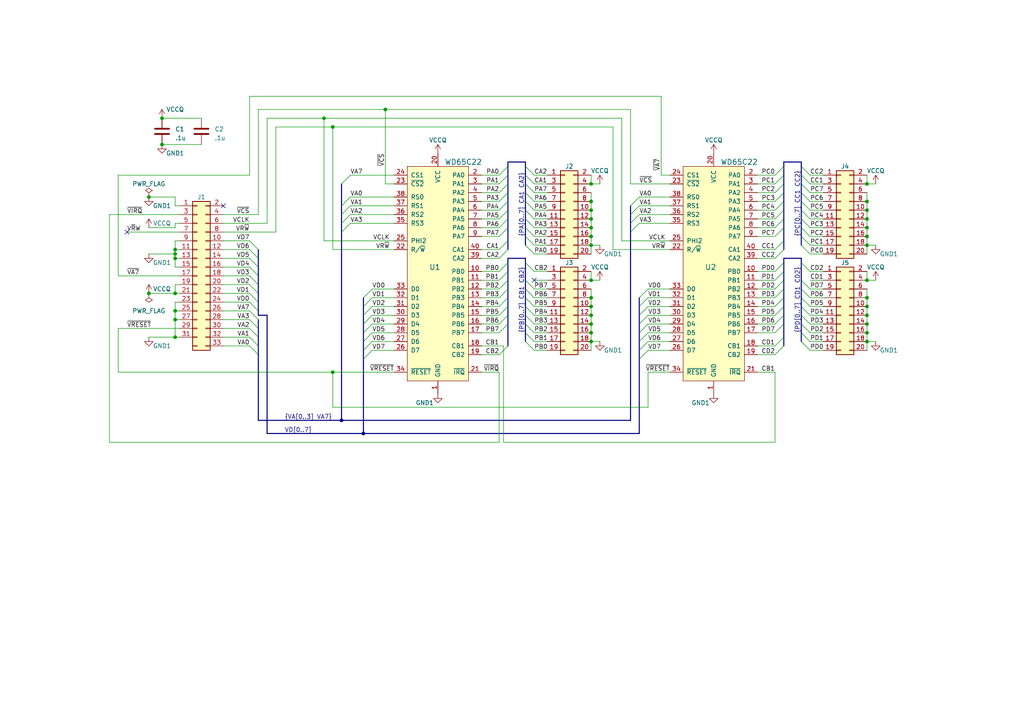
<source format=kicad_sch>
(kicad_sch (version 20230121) (generator eeschema)

  (uuid 4a496890-9359-45f2-829d-173320e6774b)

  (paper "A4")

  (lib_symbols
    (symbol "Connector_Generic:Conn_02x10_Odd_Even" (pin_names (offset 1.016) hide) (in_bom yes) (on_board yes)
      (property "Reference" "J" (at 1.27 12.7 0)
        (effects (font (size 1.27 1.27)))
      )
      (property "Value" "Conn_02x10_Odd_Even" (at 1.27 -15.24 0)
        (effects (font (size 1.27 1.27)))
      )
      (property "Footprint" "" (at 0 0 0)
        (effects (font (size 1.27 1.27)) hide)
      )
      (property "Datasheet" "~" (at 0 0 0)
        (effects (font (size 1.27 1.27)) hide)
      )
      (property "ki_keywords" "connector" (at 0 0 0)
        (effects (font (size 1.27 1.27)) hide)
      )
      (property "ki_description" "Generic connector, double row, 02x10, odd/even pin numbering scheme (row 1 odd numbers, row 2 even numbers), script generated (kicad-library-utils/schlib/autogen/connector/)" (at 0 0 0)
        (effects (font (size 1.27 1.27)) hide)
      )
      (property "ki_fp_filters" "Connector*:*_2x??_*" (at 0 0 0)
        (effects (font (size 1.27 1.27)) hide)
      )
      (symbol "Conn_02x10_Odd_Even_1_1"
        (rectangle (start -1.27 -12.573) (end 0 -12.827)
          (stroke (width 0.1524) (type default))
          (fill (type none))
        )
        (rectangle (start -1.27 -10.033) (end 0 -10.287)
          (stroke (width 0.1524) (type default))
          (fill (type none))
        )
        (rectangle (start -1.27 -7.493) (end 0 -7.747)
          (stroke (width 0.1524) (type default))
          (fill (type none))
        )
        (rectangle (start -1.27 -4.953) (end 0 -5.207)
          (stroke (width 0.1524) (type default))
          (fill (type none))
        )
        (rectangle (start -1.27 -2.413) (end 0 -2.667)
          (stroke (width 0.1524) (type default))
          (fill (type none))
        )
        (rectangle (start -1.27 0.127) (end 0 -0.127)
          (stroke (width 0.1524) (type default))
          (fill (type none))
        )
        (rectangle (start -1.27 2.667) (end 0 2.413)
          (stroke (width 0.1524) (type default))
          (fill (type none))
        )
        (rectangle (start -1.27 5.207) (end 0 4.953)
          (stroke (width 0.1524) (type default))
          (fill (type none))
        )
        (rectangle (start -1.27 7.747) (end 0 7.493)
          (stroke (width 0.1524) (type default))
          (fill (type none))
        )
        (rectangle (start -1.27 10.287) (end 0 10.033)
          (stroke (width 0.1524) (type default))
          (fill (type none))
        )
        (rectangle (start -1.27 11.43) (end 3.81 -13.97)
          (stroke (width 0.254) (type default))
          (fill (type background))
        )
        (rectangle (start 3.81 -12.573) (end 2.54 -12.827)
          (stroke (width 0.1524) (type default))
          (fill (type none))
        )
        (rectangle (start 3.81 -10.033) (end 2.54 -10.287)
          (stroke (width 0.1524) (type default))
          (fill (type none))
        )
        (rectangle (start 3.81 -7.493) (end 2.54 -7.747)
          (stroke (width 0.1524) (type default))
          (fill (type none))
        )
        (rectangle (start 3.81 -4.953) (end 2.54 -5.207)
          (stroke (width 0.1524) (type default))
          (fill (type none))
        )
        (rectangle (start 3.81 -2.413) (end 2.54 -2.667)
          (stroke (width 0.1524) (type default))
          (fill (type none))
        )
        (rectangle (start 3.81 0.127) (end 2.54 -0.127)
          (stroke (width 0.1524) (type default))
          (fill (type none))
        )
        (rectangle (start 3.81 2.667) (end 2.54 2.413)
          (stroke (width 0.1524) (type default))
          (fill (type none))
        )
        (rectangle (start 3.81 5.207) (end 2.54 4.953)
          (stroke (width 0.1524) (type default))
          (fill (type none))
        )
        (rectangle (start 3.81 7.747) (end 2.54 7.493)
          (stroke (width 0.1524) (type default))
          (fill (type none))
        )
        (rectangle (start 3.81 10.287) (end 2.54 10.033)
          (stroke (width 0.1524) (type default))
          (fill (type none))
        )
        (pin passive line (at -5.08 10.16 0) (length 3.81)
          (name "Pin_1" (effects (font (size 1.27 1.27))))
          (number "1" (effects (font (size 1.27 1.27))))
        )
        (pin passive line (at 7.62 0 180) (length 3.81)
          (name "Pin_10" (effects (font (size 1.27 1.27))))
          (number "10" (effects (font (size 1.27 1.27))))
        )
        (pin passive line (at -5.08 -2.54 0) (length 3.81)
          (name "Pin_11" (effects (font (size 1.27 1.27))))
          (number "11" (effects (font (size 1.27 1.27))))
        )
        (pin passive line (at 7.62 -2.54 180) (length 3.81)
          (name "Pin_12" (effects (font (size 1.27 1.27))))
          (number "12" (effects (font (size 1.27 1.27))))
        )
        (pin passive line (at -5.08 -5.08 0) (length 3.81)
          (name "Pin_13" (effects (font (size 1.27 1.27))))
          (number "13" (effects (font (size 1.27 1.27))))
        )
        (pin passive line (at 7.62 -5.08 180) (length 3.81)
          (name "Pin_14" (effects (font (size 1.27 1.27))))
          (number "14" (effects (font (size 1.27 1.27))))
        )
        (pin passive line (at -5.08 -7.62 0) (length 3.81)
          (name "Pin_15" (effects (font (size 1.27 1.27))))
          (number "15" (effects (font (size 1.27 1.27))))
        )
        (pin passive line (at 7.62 -7.62 180) (length 3.81)
          (name "Pin_16" (effects (font (size 1.27 1.27))))
          (number "16" (effects (font (size 1.27 1.27))))
        )
        (pin passive line (at -5.08 -10.16 0) (length 3.81)
          (name "Pin_17" (effects (font (size 1.27 1.27))))
          (number "17" (effects (font (size 1.27 1.27))))
        )
        (pin passive line (at 7.62 -10.16 180) (length 3.81)
          (name "Pin_18" (effects (font (size 1.27 1.27))))
          (number "18" (effects (font (size 1.27 1.27))))
        )
        (pin passive line (at -5.08 -12.7 0) (length 3.81)
          (name "Pin_19" (effects (font (size 1.27 1.27))))
          (number "19" (effects (font (size 1.27 1.27))))
        )
        (pin passive line (at 7.62 10.16 180) (length 3.81)
          (name "Pin_2" (effects (font (size 1.27 1.27))))
          (number "2" (effects (font (size 1.27 1.27))))
        )
        (pin passive line (at 7.62 -12.7 180) (length 3.81)
          (name "Pin_20" (effects (font (size 1.27 1.27))))
          (number "20" (effects (font (size 1.27 1.27))))
        )
        (pin passive line (at -5.08 7.62 0) (length 3.81)
          (name "Pin_3" (effects (font (size 1.27 1.27))))
          (number "3" (effects (font (size 1.27 1.27))))
        )
        (pin passive line (at 7.62 7.62 180) (length 3.81)
          (name "Pin_4" (effects (font (size 1.27 1.27))))
          (number "4" (effects (font (size 1.27 1.27))))
        )
        (pin passive line (at -5.08 5.08 0) (length 3.81)
          (name "Pin_5" (effects (font (size 1.27 1.27))))
          (number "5" (effects (font (size 1.27 1.27))))
        )
        (pin passive line (at 7.62 5.08 180) (length 3.81)
          (name "Pin_6" (effects (font (size 1.27 1.27))))
          (number "6" (effects (font (size 1.27 1.27))))
        )
        (pin passive line (at -5.08 2.54 0) (length 3.81)
          (name "Pin_7" (effects (font (size 1.27 1.27))))
          (number "7" (effects (font (size 1.27 1.27))))
        )
        (pin passive line (at 7.62 2.54 180) (length 3.81)
          (name "Pin_8" (effects (font (size 1.27 1.27))))
          (number "8" (effects (font (size 1.27 1.27))))
        )
        (pin passive line (at -5.08 0 0) (length 3.81)
          (name "Pin_9" (effects (font (size 1.27 1.27))))
          (number "9" (effects (font (size 1.27 1.27))))
        )
      )
    )
    (symbol "Device:C" (pin_numbers hide) (pin_names (offset 0.254)) (in_bom yes) (on_board yes)
      (property "Reference" "C" (at 0.635 2.54 0)
        (effects (font (size 1.27 1.27)) (justify left))
      )
      (property "Value" "C" (at 0.635 -2.54 0)
        (effects (font (size 1.27 1.27)) (justify left))
      )
      (property "Footprint" "" (at 0.9652 -3.81 0)
        (effects (font (size 1.27 1.27)) hide)
      )
      (property "Datasheet" "~" (at 0 0 0)
        (effects (font (size 1.27 1.27)) hide)
      )
      (property "ki_keywords" "cap capacitor" (at 0 0 0)
        (effects (font (size 1.27 1.27)) hide)
      )
      (property "ki_description" "Unpolarized capacitor" (at 0 0 0)
        (effects (font (size 1.27 1.27)) hide)
      )
      (property "ki_fp_filters" "C_*" (at 0 0 0)
        (effects (font (size 1.27 1.27)) hide)
      )
      (symbol "C_0_1"
        (polyline
          (pts
            (xy -2.032 -0.762)
            (xy 2.032 -0.762)
          )
          (stroke (width 0.508) (type default))
          (fill (type none))
        )
        (polyline
          (pts
            (xy -2.032 0.762)
            (xy 2.032 0.762)
          )
          (stroke (width 0.508) (type default))
          (fill (type none))
        )
      )
      (symbol "C_1_1"
        (pin passive line (at 0 3.81 270) (length 2.794)
          (name "~" (effects (font (size 1.27 1.27))))
          (number "1" (effects (font (size 1.27 1.27))))
        )
        (pin passive line (at 0 -3.81 90) (length 2.794)
          (name "~" (effects (font (size 1.27 1.27))))
          (number "2" (effects (font (size 1.27 1.27))))
        )
      )
    )
    (symbol "pcb_edge_connectors:conn_pcb_edge_33pin_sense" (pin_names (offset 1.016) hide) (in_bom yes) (on_board yes)
      (property "Reference" "J6" (at 1.27 22.86 0)
        (effects (font (size 1.27 1.27)))
      )
      (property "Value" "conn_pcb_edge_33pin_sense" (at 1.27 22.86 0)
        (effects (font (size 1.27 1.27)) hide)
      )
      (property "Footprint" "6502fast2:6502fast2_IO_PCBEdge" (at 0 0 0)
        (effects (font (size 1.27 1.27)) hide)
      )
      (property "Datasheet" "~" (at 0 0 0)
        (effects (font (size 1.27 1.27)) hide)
      )
      (property "ki_keywords" "connector" (at 0 0 0)
        (effects (font (size 1.27 1.27)) hide)
      )
      (property "ki_description" "Connector symbol for 33-pin board edge connection with orientation sense pin" (at 0 0 0)
        (effects (font (size 1.27 1.27)) hide)
      )
      (property "ki_fp_filters" "Connector*:*_2x??_*" (at 0 0 0)
        (effects (font (size 1.27 1.27)) hide)
      )
      (symbol "conn_pcb_edge_33pin_sense_1_1"
        (rectangle (start -1.27 -20.193) (end 0 -20.447)
          (stroke (width 0.1524) (type default))
          (fill (type none))
        )
        (rectangle (start -1.27 -17.653) (end 0 -17.907)
          (stroke (width 0.1524) (type default))
          (fill (type none))
        )
        (rectangle (start -1.27 -15.113) (end 0 -15.367)
          (stroke (width 0.1524) (type default))
          (fill (type none))
        )
        (rectangle (start -1.27 -12.573) (end 0 -12.827)
          (stroke (width 0.1524) (type default))
          (fill (type none))
        )
        (rectangle (start -1.27 -10.033) (end 0 -10.287)
          (stroke (width 0.1524) (type default))
          (fill (type none))
        )
        (rectangle (start -1.27 -7.493) (end 0 -7.747)
          (stroke (width 0.1524) (type default))
          (fill (type none))
        )
        (rectangle (start -1.27 -4.953) (end 0 -5.207)
          (stroke (width 0.1524) (type default))
          (fill (type none))
        )
        (rectangle (start -1.27 -2.413) (end 0 -2.667)
          (stroke (width 0.1524) (type default))
          (fill (type none))
        )
        (rectangle (start -1.27 0.127) (end 0 -0.127)
          (stroke (width 0.1524) (type default))
          (fill (type none))
        )
        (rectangle (start -1.27 2.667) (end 0 2.413)
          (stroke (width 0.1524) (type default))
          (fill (type none))
        )
        (rectangle (start -1.27 5.207) (end 0 4.953)
          (stroke (width 0.1524) (type default))
          (fill (type none))
        )
        (rectangle (start -1.27 7.747) (end 0 7.493)
          (stroke (width 0.1524) (type default))
          (fill (type none))
        )
        (rectangle (start -1.27 10.287) (end 0 10.033)
          (stroke (width 0.1524) (type default))
          (fill (type none))
        )
        (rectangle (start -1.27 12.827) (end 0 12.573)
          (stroke (width 0.1524) (type default))
          (fill (type none))
        )
        (rectangle (start -1.27 15.367) (end 0 15.113)
          (stroke (width 0.1524) (type default))
          (fill (type none))
        )
        (rectangle (start -1.27 17.907) (end 0 17.653)
          (stroke (width 0.1524) (type default))
          (fill (type none))
        )
        (rectangle (start -1.27 20.447) (end 0 20.193)
          (stroke (width 0.1524) (type default))
          (fill (type none))
        )
        (rectangle (start -1.27 21.59) (end 3.81 -21.59)
          (stroke (width 0.254) (type default))
          (fill (type background))
        )
        (rectangle (start 3.81 -20.193) (end 2.54 -20.447)
          (stroke (width 0.1524) (type default))
          (fill (type none))
        )
        (rectangle (start 3.81 -17.653) (end 2.54 -17.907)
          (stroke (width 0.1524) (type default))
          (fill (type none))
        )
        (rectangle (start 3.81 -15.113) (end 2.54 -15.367)
          (stroke (width 0.1524) (type default))
          (fill (type none))
        )
        (rectangle (start 3.81 -12.573) (end 2.54 -12.827)
          (stroke (width 0.1524) (type default))
          (fill (type none))
        )
        (rectangle (start 3.81 -10.033) (end 2.54 -10.287)
          (stroke (width 0.1524) (type default))
          (fill (type none))
        )
        (rectangle (start 3.81 -7.493) (end 2.54 -7.747)
          (stroke (width 0.1524) (type default))
          (fill (type none))
        )
        (rectangle (start 3.81 -4.953) (end 2.54 -5.207)
          (stroke (width 0.1524) (type default))
          (fill (type none))
        )
        (rectangle (start 3.81 -2.413) (end 2.54 -2.667)
          (stroke (width 0.1524) (type default))
          (fill (type none))
        )
        (rectangle (start 3.81 0.127) (end 2.54 -0.127)
          (stroke (width 0.1524) (type default))
          (fill (type none))
        )
        (rectangle (start 3.81 2.667) (end 2.54 2.413)
          (stroke (width 0.1524) (type default))
          (fill (type none))
        )
        (rectangle (start 3.81 5.207) (end 2.54 4.953)
          (stroke (width 0.1524) (type default))
          (fill (type none))
        )
        (rectangle (start 3.81 7.747) (end 2.54 7.493)
          (stroke (width 0.1524) (type default))
          (fill (type none))
        )
        (rectangle (start 3.81 10.287) (end 2.54 10.033)
          (stroke (width 0.1524) (type default))
          (fill (type none))
        )
        (rectangle (start 3.81 12.827) (end 2.54 12.573)
          (stroke (width 0.1524) (type default))
          (fill (type none))
        )
        (rectangle (start 3.81 15.367) (end 2.54 15.113)
          (stroke (width 0.1524) (type default))
          (fill (type none))
        )
        (rectangle (start 3.81 17.907) (end 2.54 17.653)
          (stroke (width 0.1524) (type default))
          (fill (type none))
        )
        (rectangle (start 3.81 20.447) (end 2.54 20.193)
          (stroke (width 0.1524) (type default))
          (fill (type none))
        )
        (pin passive line (at -5.08 20.32 0) (length 3.81)
          (name "Pin_1" (effects (font (size 1.27 1.27))))
          (number "1" (effects (font (size 1.27 1.27))))
        )
        (pin passive line (at 7.62 10.16 180) (length 3.81)
          (name "Pin_10" (effects (font (size 1.27 1.27))))
          (number "10" (effects (font (size 1.27 1.27))))
        )
        (pin passive line (at -5.08 7.62 0) (length 3.81)
          (name "Pin_11" (effects (font (size 1.27 1.27))))
          (number "11" (effects (font (size 1.27 1.27))))
        )
        (pin passive line (at 7.62 7.62 180) (length 3.81)
          (name "Pin_12" (effects (font (size 1.27 1.27))))
          (number "12" (effects (font (size 1.27 1.27))))
        )
        (pin passive line (at -5.08 5.08 0) (length 3.81)
          (name "Pin_13" (effects (font (size 1.27 1.27))))
          (number "13" (effects (font (size 1.27 1.27))))
        )
        (pin passive line (at 7.62 5.08 180) (length 3.81)
          (name "Pin_14" (effects (font (size 1.27 1.27))))
          (number "14" (effects (font (size 1.27 1.27))))
        )
        (pin passive line (at -5.08 2.54 0) (length 3.81)
          (name "Pin_15" (effects (font (size 1.27 1.27))))
          (number "15" (effects (font (size 1.27 1.27))))
        )
        (pin passive line (at 7.62 2.54 180) (length 3.81)
          (name "Pin_16" (effects (font (size 1.27 1.27))))
          (number "16" (effects (font (size 1.27 1.27))))
        )
        (pin passive line (at -5.08 0 0) (length 3.81)
          (name "Pin_17" (effects (font (size 1.27 1.27))))
          (number "17" (effects (font (size 1.27 1.27))))
        )
        (pin passive line (at 7.62 0 180) (length 3.81)
          (name "Pin_18" (effects (font (size 1.27 1.27))))
          (number "18" (effects (font (size 1.27 1.27))))
        )
        (pin passive line (at -5.08 -2.54 0) (length 3.81)
          (name "Pin_19" (effects (font (size 1.27 1.27))))
          (number "19" (effects (font (size 1.27 1.27))))
        )
        (pin passive line (at 7.62 20.32 180) (length 3.81)
          (name "Pin_2" (effects (font (size 1.27 1.27))))
          (number "2" (effects (font (size 1.27 1.27))))
        )
        (pin passive line (at 7.62 -2.54 180) (length 3.81)
          (name "Pin_20" (effects (font (size 1.27 1.27))))
          (number "20" (effects (font (size 1.27 1.27))))
        )
        (pin passive line (at -5.08 -5.08 0) (length 3.81)
          (name "Pin_21" (effects (font (size 1.27 1.27))))
          (number "21" (effects (font (size 1.27 1.27))))
        )
        (pin passive line (at 7.62 -5.08 180) (length 3.81)
          (name "Pin_22" (effects (font (size 1.27 1.27))))
          (number "22" (effects (font (size 1.27 1.27))))
        )
        (pin passive line (at -5.08 -7.62 0) (length 3.81)
          (name "Pin_23" (effects (font (size 1.27 1.27))))
          (number "23" (effects (font (size 1.27 1.27))))
        )
        (pin passive line (at 7.62 -7.62 180) (length 3.81)
          (name "Pin_24" (effects (font (size 1.27 1.27))))
          (number "24" (effects (font (size 1.27 1.27))))
        )
        (pin passive line (at -5.08 -10.16 0) (length 3.81)
          (name "Pin_25" (effects (font (size 1.27 1.27))))
          (number "25" (effects (font (size 1.27 1.27))))
        )
        (pin passive line (at 7.62 -10.16 180) (length 3.81)
          (name "Pin_26" (effects (font (size 1.27 1.27))))
          (number "26" (effects (font (size 1.27 1.27))))
        )
        (pin passive line (at -5.08 -12.7 0) (length 3.81)
          (name "Pin_27" (effects (font (size 1.27 1.27))))
          (number "27" (effects (font (size 1.27 1.27))))
        )
        (pin passive line (at 7.62 -12.7 180) (length 3.81)
          (name "Pin_28" (effects (font (size 1.27 1.27))))
          (number "28" (effects (font (size 1.27 1.27))))
        )
        (pin passive line (at -5.08 -15.24 0) (length 3.81)
          (name "Pin_29" (effects (font (size 1.27 1.27))))
          (number "29" (effects (font (size 1.27 1.27))))
        )
        (pin passive line (at -5.08 17.78 0) (length 3.81)
          (name "Pin_3" (effects (font (size 1.27 1.27))))
          (number "3" (effects (font (size 1.27 1.27))))
        )
        (pin passive line (at 7.62 -15.24 180) (length 3.81)
          (name "Pin_30" (effects (font (size 1.27 1.27))))
          (number "30" (effects (font (size 1.27 1.27))))
        )
        (pin passive line (at -5.08 -17.78 0) (length 3.81)
          (name "Pin_31" (effects (font (size 1.27 1.27))))
          (number "31" (effects (font (size 1.27 1.27))))
        )
        (pin passive line (at 7.62 -17.78 180) (length 3.81)
          (name "Pin_32" (effects (font (size 1.27 1.27))))
          (number "32" (effects (font (size 1.27 1.27))))
        )
        (pin passive line (at 7.62 -20.32 180) (length 3.81)
          (name "Pin_33" (effects (font (size 1.27 1.27))))
          (number "33" (effects (font (size 1.27 1.27))))
        )
        (pin passive line (at 7.62 17.78 180) (length 3.81)
          (name "Pin_4" (effects (font (size 1.27 1.27))))
          (number "4" (effects (font (size 1.27 1.27))))
        )
        (pin passive line (at -5.08 15.24 0) (length 3.81)
          (name "Pin_5" (effects (font (size 1.27 1.27))))
          (number "5" (effects (font (size 1.27 1.27))))
        )
        (pin passive line (at 7.62 15.24 180) (length 3.81)
          (name "Pin_6" (effects (font (size 1.27 1.27))))
          (number "6" (effects (font (size 1.27 1.27))))
        )
        (pin passive line (at -5.08 12.7 0) (length 3.81)
          (name "Pin_7" (effects (font (size 1.27 1.27))))
          (number "7" (effects (font (size 1.27 1.27))))
        )
        (pin passive line (at 7.62 12.7 180) (length 3.81)
          (name "Pin_8" (effects (font (size 1.27 1.27))))
          (number "8" (effects (font (size 1.27 1.27))))
        )
        (pin passive line (at -5.08 10.16 0) (length 3.81)
          (name "Pin_9" (effects (font (size 1.27 1.27))))
          (number "9" (effects (font (size 1.27 1.27))))
        )
      )
    )
    (symbol "power:GND1" (power) (pin_names (offset 0)) (in_bom yes) (on_board yes)
      (property "Reference" "#PWR" (at 0 -6.35 0)
        (effects (font (size 1.27 1.27)) hide)
      )
      (property "Value" "GND1" (at 0 -3.81 0)
        (effects (font (size 1.27 1.27)))
      )
      (property "Footprint" "" (at 0 0 0)
        (effects (font (size 1.27 1.27)) hide)
      )
      (property "Datasheet" "" (at 0 0 0)
        (effects (font (size 1.27 1.27)) hide)
      )
      (property "ki_keywords" "global power" (at 0 0 0)
        (effects (font (size 1.27 1.27)) hide)
      )
      (property "ki_description" "Power symbol creates a global label with name \"GND1\" , ground" (at 0 0 0)
        (effects (font (size 1.27 1.27)) hide)
      )
      (symbol "GND1_0_1"
        (polyline
          (pts
            (xy 0 0)
            (xy 0 -1.27)
            (xy 1.27 -1.27)
            (xy 0 -2.54)
            (xy -1.27 -1.27)
            (xy 0 -1.27)
          )
          (stroke (width 0) (type default))
          (fill (type none))
        )
      )
      (symbol "GND1_1_1"
        (pin power_in line (at 0 0 270) (length 0) hide
          (name "GND1" (effects (font (size 1.27 1.27))))
          (number "1" (effects (font (size 1.27 1.27))))
        )
      )
    )
    (symbol "power:PWR_FLAG" (power) (pin_numbers hide) (pin_names (offset 0) hide) (in_bom yes) (on_board yes)
      (property "Reference" "#FLG" (at 0 1.905 0)
        (effects (font (size 1.27 1.27)) hide)
      )
      (property "Value" "PWR_FLAG" (at 0 3.81 0)
        (effects (font (size 1.27 1.27)))
      )
      (property "Footprint" "" (at 0 0 0)
        (effects (font (size 1.27 1.27)) hide)
      )
      (property "Datasheet" "~" (at 0 0 0)
        (effects (font (size 1.27 1.27)) hide)
      )
      (property "ki_keywords" "flag power" (at 0 0 0)
        (effects (font (size 1.27 1.27)) hide)
      )
      (property "ki_description" "Special symbol for telling ERC where power comes from" (at 0 0 0)
        (effects (font (size 1.27 1.27)) hide)
      )
      (symbol "PWR_FLAG_0_0"
        (pin power_out line (at 0 0 90) (length 0)
          (name "pwr" (effects (font (size 1.27 1.27))))
          (number "1" (effects (font (size 1.27 1.27))))
        )
      )
      (symbol "PWR_FLAG_0_1"
        (polyline
          (pts
            (xy 0 0)
            (xy 0 1.27)
            (xy -1.016 1.905)
            (xy 0 2.54)
            (xy 1.016 1.905)
            (xy 0 1.27)
          )
          (stroke (width 0) (type default))
          (fill (type none))
        )
      )
    )
    (symbol "power:VCCQ" (power) (pin_names (offset 0)) (in_bom yes) (on_board yes)
      (property "Reference" "#PWR" (at 0 -3.81 0)
        (effects (font (size 1.27 1.27)) hide)
      )
      (property "Value" "VCCQ" (at 0 3.81 0)
        (effects (font (size 1.27 1.27)))
      )
      (property "Footprint" "" (at 0 0 0)
        (effects (font (size 1.27 1.27)) hide)
      )
      (property "Datasheet" "" (at 0 0 0)
        (effects (font (size 1.27 1.27)) hide)
      )
      (property "ki_keywords" "global power" (at 0 0 0)
        (effects (font (size 1.27 1.27)) hide)
      )
      (property "ki_description" "Power symbol creates a global label with name \"VCCQ\"" (at 0 0 0)
        (effects (font (size 1.27 1.27)) hide)
      )
      (symbol "VCCQ_0_1"
        (polyline
          (pts
            (xy -0.762 1.27)
            (xy 0 2.54)
          )
          (stroke (width 0) (type default))
          (fill (type none))
        )
        (polyline
          (pts
            (xy 0 0)
            (xy 0 2.54)
          )
          (stroke (width 0) (type default))
          (fill (type none))
        )
        (polyline
          (pts
            (xy 0 2.54)
            (xy 0.762 1.27)
          )
          (stroke (width 0) (type default))
          (fill (type none))
        )
      )
      (symbol "VCCQ_1_1"
        (pin power_in line (at 0 0 90) (length 0) hide
          (name "VCCQ" (effects (font (size 1.27 1.27))))
          (number "1" (effects (font (size 1.27 1.27))))
        )
      )
    )
    (symbol "wd65c22-gf-65xx:WD65C22-gf-65xx" (pin_names (offset 1.016)) (in_bom yes) (on_board yes)
      (property "Reference" "U" (at 0 0 0)
        (effects (font (size 1.524 1.524)))
      )
      (property "Value" "WD65C22" (at 6.35 30.48 0)
        (effects (font (size 1.524 1.524)))
      )
      (property "Footprint" "" (at -12.7 -25.4 0)
        (effects (font (size 1.524 1.524)))
      )
      (property "Datasheet" "" (at -12.7 -25.4 0)
        (effects (font (size 1.524 1.524)))
      )
      (symbol "WD65C22-gf-65xx_0_1"
        (rectangle (start -8.89 29.21) (end 8.89 -33.02)
          (stroke (width 0) (type solid))
          (fill (type background))
        )
      )
      (symbol "WD65C22-gf-65xx_1_1"
        (pin power_in line (at 0 -36.83 90) (length 3.81)
          (name "GND" (effects (font (size 1.27 1.27))))
          (number "1" (effects (font (size 1.27 1.27))))
        )
        (pin bidirectional line (at 12.7 -1.27 180) (length 3.81)
          (name "PB0" (effects (font (size 1.27 1.27))))
          (number "10" (effects (font (size 1.27 1.27))))
        )
        (pin bidirectional line (at 12.7 -3.81 180) (length 3.81)
          (name "PB1" (effects (font (size 1.27 1.27))))
          (number "11" (effects (font (size 1.27 1.27))))
        )
        (pin bidirectional line (at 12.7 -6.35 180) (length 3.81)
          (name "PB2" (effects (font (size 1.27 1.27))))
          (number "12" (effects (font (size 1.27 1.27))))
        )
        (pin bidirectional line (at 12.7 -8.89 180) (length 3.81)
          (name "PB3" (effects (font (size 1.27 1.27))))
          (number "13" (effects (font (size 1.27 1.27))))
        )
        (pin bidirectional line (at 12.7 -11.43 180) (length 3.81)
          (name "PB4" (effects (font (size 1.27 1.27))))
          (number "14" (effects (font (size 1.27 1.27))))
        )
        (pin bidirectional line (at 12.7 -13.97 180) (length 3.81)
          (name "PB5" (effects (font (size 1.27 1.27))))
          (number "15" (effects (font (size 1.27 1.27))))
        )
        (pin bidirectional line (at 12.7 -16.51 180) (length 3.81)
          (name "PB6" (effects (font (size 1.27 1.27))))
          (number "16" (effects (font (size 1.27 1.27))))
        )
        (pin bidirectional line (at 12.7 -19.05 180) (length 3.81)
          (name "PB7" (effects (font (size 1.27 1.27))))
          (number "17" (effects (font (size 1.27 1.27))))
        )
        (pin bidirectional line (at 12.7 -22.86 180) (length 3.81)
          (name "CB1" (effects (font (size 1.27 1.27))))
          (number "18" (effects (font (size 1.27 1.27))))
        )
        (pin output line (at 12.7 -25.4 180) (length 3.81)
          (name "CB2" (effects (font (size 1.27 1.27))))
          (number "19" (effects (font (size 1.27 1.27))))
        )
        (pin bidirectional line (at 12.7 26.67 180) (length 3.81)
          (name "PA0" (effects (font (size 1.27 1.27))))
          (number "2" (effects (font (size 1.27 1.27))))
        )
        (pin power_in line (at 0 33.02 270) (length 3.81)
          (name "VCC" (effects (font (size 1.27 1.27))))
          (number "20" (effects (font (size 1.27 1.27))))
        )
        (pin output line (at 12.7 -30.48 180) (length 3.81)
          (name "~{IRQ}" (effects (font (size 1.27 1.27))))
          (number "21" (effects (font (size 1.27 1.27))))
        )
        (pin input line (at -12.7 5.08 0) (length 3.81)
          (name "R/~{W}" (effects (font (size 1.27 1.27))))
          (number "22" (effects (font (size 1.27 1.27))))
        )
        (pin input line (at -12.7 24.13 0) (length 3.81)
          (name "~{CS2}" (effects (font (size 1.27 1.27))))
          (number "23" (effects (font (size 1.27 1.27))))
        )
        (pin input line (at -12.7 26.67 0) (length 3.81)
          (name "CS1" (effects (font (size 1.27 1.27))))
          (number "24" (effects (font (size 1.27 1.27))))
        )
        (pin input line (at -12.7 7.62 0) (length 3.81)
          (name "PHI2" (effects (font (size 1.27 1.27))))
          (number "25" (effects (font (size 1.27 1.27))))
        )
        (pin input line (at -12.7 -24.13 0) (length 3.81)
          (name "D7" (effects (font (size 1.27 1.27))))
          (number "26" (effects (font (size 1.27 1.27))))
        )
        (pin input line (at -12.7 -21.59 0) (length 3.81)
          (name "D6" (effects (font (size 1.27 1.27))))
          (number "27" (effects (font (size 1.27 1.27))))
        )
        (pin input line (at -12.7 -19.05 0) (length 3.81)
          (name "D5" (effects (font (size 1.27 1.27))))
          (number "28" (effects (font (size 1.27 1.27))))
        )
        (pin input line (at -12.7 -16.51 0) (length 3.81)
          (name "D4" (effects (font (size 1.27 1.27))))
          (number "29" (effects (font (size 1.27 1.27))))
        )
        (pin bidirectional line (at 12.7 24.13 180) (length 3.81)
          (name "PA1" (effects (font (size 1.27 1.27))))
          (number "3" (effects (font (size 1.27 1.27))))
        )
        (pin input line (at -12.7 -13.97 0) (length 3.81)
          (name "D3" (effects (font (size 1.27 1.27))))
          (number "30" (effects (font (size 1.27 1.27))))
        )
        (pin input line (at -12.7 -11.43 0) (length 3.81)
          (name "D2" (effects (font (size 1.27 1.27))))
          (number "31" (effects (font (size 1.27 1.27))))
        )
        (pin input line (at -12.7 -8.89 0) (length 3.81)
          (name "D1" (effects (font (size 1.27 1.27))))
          (number "32" (effects (font (size 1.27 1.27))))
        )
        (pin input line (at -12.7 -6.35 0) (length 3.81)
          (name "D0" (effects (font (size 1.27 1.27))))
          (number "33" (effects (font (size 1.27 1.27))))
        )
        (pin input line (at -12.7 -30.48 0) (length 3.81)
          (name "~{RESET}" (effects (font (size 1.27 1.27))))
          (number "34" (effects (font (size 1.27 1.27))))
        )
        (pin input line (at -12.7 12.7 0) (length 3.81)
          (name "RS3" (effects (font (size 1.27 1.27))))
          (number "35" (effects (font (size 1.27 1.27))))
        )
        (pin input line (at -12.7 15.24 0) (length 3.81)
          (name "RS2" (effects (font (size 1.27 1.27))))
          (number "36" (effects (font (size 1.27 1.27))))
        )
        (pin input line (at -12.7 17.78 0) (length 3.81)
          (name "RS1" (effects (font (size 1.27 1.27))))
          (number "37" (effects (font (size 1.27 1.27))))
        )
        (pin input line (at -12.7 20.32 0) (length 3.81)
          (name "RS0" (effects (font (size 1.27 1.27))))
          (number "38" (effects (font (size 1.27 1.27))))
        )
        (pin bidirectional line (at 12.7 2.54 180) (length 3.81)
          (name "CA2" (effects (font (size 1.27 1.27))))
          (number "39" (effects (font (size 1.27 1.27))))
        )
        (pin bidirectional line (at 12.7 21.59 180) (length 3.81)
          (name "PA2" (effects (font (size 1.27 1.27))))
          (number "4" (effects (font (size 1.27 1.27))))
        )
        (pin bidirectional line (at 12.7 5.08 180) (length 3.81)
          (name "CA1" (effects (font (size 1.27 1.27))))
          (number "40" (effects (font (size 1.27 1.27))))
        )
        (pin bidirectional line (at 12.7 19.05 180) (length 3.81)
          (name "PA3" (effects (font (size 1.27 1.27))))
          (number "5" (effects (font (size 1.27 1.27))))
        )
        (pin bidirectional line (at 12.7 16.51 180) (length 3.81)
          (name "PA4" (effects (font (size 1.27 1.27))))
          (number "6" (effects (font (size 1.27 1.27))))
        )
        (pin bidirectional line (at 12.7 13.97 180) (length 3.81)
          (name "PA5" (effects (font (size 1.27 1.27))))
          (number "7" (effects (font (size 1.27 1.27))))
        )
        (pin bidirectional line (at 12.7 11.43 180) (length 3.81)
          (name "PA6" (effects (font (size 1.27 1.27))))
          (number "8" (effects (font (size 1.27 1.27))))
        )
        (pin bidirectional line (at 12.7 8.89 180) (length 3.81)
          (name "PA7" (effects (font (size 1.27 1.27))))
          (number "9" (effects (font (size 1.27 1.27))))
        )
      )
    )
  )

  (junction (at 50.8 72.39) (diameter 0) (color 0 0 0 0)
    (uuid 02c6e655-eb8d-4764-aefc-477af34a779e)
  )
  (junction (at 50.8 92.71) (diameter 0) (color 0 0 0 0)
    (uuid 06fecc1c-1ae1-44e4-a91f-a6469efc850b)
  )
  (junction (at 46.99 34.29) (diameter 0) (color 0 0 0 0)
    (uuid 1415a4f7-b58e-404b-a3f3-9b47b58f91fa)
  )
  (junction (at 171.45 68.58) (diameter 0) (color 0 0 0 0)
    (uuid 1f044504-044d-4f62-b8fa-cf7430d22524)
  )
  (junction (at 171.45 99.06) (diameter 0) (color 0 0 0 0)
    (uuid 24e7fef9-b3ac-492a-b4f0-75645693faf7)
  )
  (junction (at 50.8 74.93) (diameter 0) (color 0 0 0 0)
    (uuid 26078c08-c6d7-4542-aed9-5692a5697c3d)
  )
  (junction (at 46.99 41.91) (diameter 0) (color 0 0 0 0)
    (uuid 2df17717-4043-4ae4-9853-3045c8a63853)
  )
  (junction (at 171.45 71.12) (diameter 0) (color 0 0 0 0)
    (uuid 31723cfb-7d9d-4eaa-9e50-8512153eda54)
  )
  (junction (at 171.45 58.42) (diameter 0) (color 0 0 0 0)
    (uuid 321bcefb-1206-4b59-bfdf-5253e7a7818e)
  )
  (junction (at 105.41 125.73) (diameter 0) (color 0 0 0 0)
    (uuid 35511171-757a-41b9-bbbf-38f072245de3)
  )
  (junction (at 50.8 85.09) (diameter 0) (color 0 0 0 0)
    (uuid 3587a701-9a69-48a7-9014-6b2f8a087a80)
  )
  (junction (at 251.46 93.98) (diameter 0) (color 0 0 0 0)
    (uuid 3af546e6-fb38-4451-88a3-52a20fb0d811)
  )
  (junction (at 251.46 88.9) (diameter 0) (color 0 0 0 0)
    (uuid 401f354b-3811-452f-a2fd-19a042884c3a)
  )
  (junction (at 251.46 81.28) (diameter 0) (color 0 0 0 0)
    (uuid 437cf3f2-f0cd-4b61-80e6-3ac4bcef9e7c)
  )
  (junction (at 171.45 81.28) (diameter 0) (color 0 0 0 0)
    (uuid 43b29a13-f60a-4106-ab74-1c9adb71e867)
  )
  (junction (at 43.18 57.15) (diameter 0) (color 0 0 0 0)
    (uuid 47d3d33e-b201-4376-96d4-06ef42b367ef)
  )
  (junction (at 171.45 66.04) (diameter 0) (color 0 0 0 0)
    (uuid 4cebb6ab-f224-426e-b1c1-b661af731615)
  )
  (junction (at 96.52 36.83) (diameter 0) (color 0 0 0 0)
    (uuid 4cf6b939-4987-4082-8f18-3ab6f4384ae2)
  )
  (junction (at 171.45 93.98) (diameter 0) (color 0 0 0 0)
    (uuid 5d5d6393-c5da-437a-9f94-64bec1f01104)
  )
  (junction (at 171.45 96.52) (diameter 0) (color 0 0 0 0)
    (uuid 670f99cc-90cb-4372-834b-82f7f5381dd2)
  )
  (junction (at 251.46 91.44) (diameter 0) (color 0 0 0 0)
    (uuid 679adf01-8584-4335-a256-85d16f9d7d93)
  )
  (junction (at 50.8 97.79) (diameter 0) (color 0 0 0 0)
    (uuid 69e98047-f479-4212-af24-f15131f4922b)
  )
  (junction (at 43.18 85.09) (diameter 0) (color 0 0 0 0)
    (uuid 6f5c15b8-b439-4912-a86a-7a750dfb8b0f)
  )
  (junction (at 251.46 66.04) (diameter 0) (color 0 0 0 0)
    (uuid 7b1622f6-dd55-4768-88d8-9f8da17eba3d)
  )
  (junction (at 50.8 90.17) (diameter 0) (color 0 0 0 0)
    (uuid 7c303b8c-4690-4579-8a80-2c1b9371e9c9)
  )
  (junction (at 171.45 53.34) (diameter 0) (color 0 0 0 0)
    (uuid 7ee0aded-3daf-49ea-af60-44ab1b0e38c8)
  )
  (junction (at 251.46 96.52) (diameter 0) (color 0 0 0 0)
    (uuid 81fb6b42-9427-4cdc-b900-f638af92a202)
  )
  (junction (at 251.46 86.36) (diameter 0) (color 0 0 0 0)
    (uuid 820658f0-6833-4bc2-ad03-cbaa3c05ce62)
  )
  (junction (at 251.46 58.42) (diameter 0) (color 0 0 0 0)
    (uuid 879084e9-0461-48c0-badf-be8d5995d66a)
  )
  (junction (at 171.45 63.5) (diameter 0) (color 0 0 0 0)
    (uuid 8cd02efa-cf69-4c86-8336-cda257be6a43)
  )
  (junction (at 171.45 88.9) (diameter 0) (color 0 0 0 0)
    (uuid 947ee5c1-aa15-4c11-ace6-3e633385fb46)
  )
  (junction (at 251.46 60.96) (diameter 0) (color 0 0 0 0)
    (uuid 98f30b46-3c08-4560-bd63-2e210df18786)
  )
  (junction (at 111.76 31.75) (diameter 0) (color 0 0 0 0)
    (uuid 9a28abc7-e1d0-4f7b-bd0d-0ce03ce04a56)
  )
  (junction (at 251.46 71.12) (diameter 0) (color 0 0 0 0)
    (uuid a0047025-1cd3-4cf9-92f1-44f0b3db6cb7)
  )
  (junction (at 171.45 91.44) (diameter 0) (color 0 0 0 0)
    (uuid a1c95604-6b48-4d00-9d0c-f1c1ed5c141b)
  )
  (junction (at 171.45 86.36) (diameter 0) (color 0 0 0 0)
    (uuid a8c09d32-eba8-4a4e-b5c3-5b5125f03f8b)
  )
  (junction (at 251.46 63.5) (diameter 0) (color 0 0 0 0)
    (uuid ab733dd3-5446-412d-95a7-31cbfab04caf)
  )
  (junction (at 50.8 73.66) (diameter 0) (color 0 0 0 0)
    (uuid bac62903-49c8-4165-803e-b1facd0e8892)
  )
  (junction (at 93.98 34.29) (diameter 0) (color 0 0 0 0)
    (uuid bb1289f1-4c88-4ca2-974e-902d26188614)
  )
  (junction (at 96.52 107.95) (diameter 0) (color 0 0 0 0)
    (uuid c3153d08-d643-4106-8c85-0ac01f7525d2)
  )
  (junction (at 251.46 99.06) (diameter 0) (color 0 0 0 0)
    (uuid c80830fb-3aae-4805-a56e-e168aaf139f7)
  )
  (junction (at 99.06 121.92) (diameter 0) (color 0 0 0 0)
    (uuid d9c2679c-b489-434d-889a-843347be924f)
  )
  (junction (at 171.45 60.96) (diameter 0) (color 0 0 0 0)
    (uuid e0632331-b55b-41ff-a689-41b356e467db)
  )
  (junction (at 251.46 68.58) (diameter 0) (color 0 0 0 0)
    (uuid ed2a97f7-b743-42b5-88e0-507d8d31f8e4)
  )
  (junction (at 251.46 53.34) (diameter 0) (color 0 0 0 0)
    (uuid feae3920-7d83-473f-a338-62c922a259f3)
  )

  (no_connect (at 36.83 67.31) (uuid 2f624ec2-a3ca-4b31-bcbd-35bb544d01db))
  (no_connect (at 64.77 59.69) (uuid 3a8441e7-2a9b-412b-aec8-799f17faafa4))
  (no_connect (at 154.94 81.28) (uuid 6fa7ad78-00b7-4ed2-8825-8826b1ecdde5))

  (bus_entry (at 227.33 76.2) (size -2.54 2.54)
    (stroke (width 0) (type default))
    (uuid 02aefec9-419a-4cc2-8fb6-fe41924b3000)
  )
  (bus_entry (at 182.88 64.77) (size 2.54 -2.54)
    (stroke (width 0) (type default))
    (uuid 0769a9ec-1d61-4fde-8ad7-f20bdc955f13)
  )
  (bus_entry (at 144.78 53.34) (size 2.54 -2.54)
    (stroke (width 0) (type default))
    (uuid 0832f182-e8e7-43bb-a171-779426856dc0)
  )
  (bus_entry (at 227.33 83.82) (size -2.54 2.54)
    (stroke (width 0) (type default))
    (uuid 0c07ee57-1edf-4155-b76f-0d29ba1d7630)
  )
  (bus_entry (at 144.78 86.36) (size 2.54 -2.54)
    (stroke (width 0) (type default))
    (uuid 0ce25a0f-41bd-484b-8bd6-111425b9b885)
  )
  (bus_entry (at 105.41 104.14) (size 2.54 -2.54)
    (stroke (width 0) (type default))
    (uuid 0d588e2f-6431-47fe-9f6b-a81bc847ef1c)
  )
  (bus_entry (at 99.06 59.69) (size 2.54 -2.54)
    (stroke (width 0) (type default))
    (uuid 0e848ff4-7206-4c76-97df-3f2ec785fa28)
  )
  (bus_entry (at 154.94 101.6) (size -2.54 -2.54)
    (stroke (width 0) (type default))
    (uuid 0e9c0959-b5a5-43c7-997d-bcb1c1606a89)
  )
  (bus_entry (at 154.94 73.66) (size -2.54 -2.54)
    (stroke (width 0) (type default))
    (uuid 0fcf0348-3e5f-4da4-84f5-31ff7a651028)
  )
  (bus_entry (at 234.95 93.98) (size -2.54 -2.54)
    (stroke (width 0) (type default))
    (uuid 10af8453-bb3f-4c24-b42c-0c716c66f91b)
  )
  (bus_entry (at 234.95 99.06) (size -2.54 -2.54)
    (stroke (width 0) (type default))
    (uuid 112b5de5-27b9-4194-8798-2d8066b25c54)
  )
  (bus_entry (at 144.78 102.87) (size 2.54 -2.54)
    (stroke (width 0) (type default))
    (uuid 17075746-17ec-4597-b4cd-58c95f4ff343)
  )
  (bus_entry (at 144.78 93.98) (size 2.54 -2.54)
    (stroke (width 0) (type default))
    (uuid 18bd795a-239c-4b93-8013-8e478e72286f)
  )
  (bus_entry (at 234.95 66.04) (size -2.54 -2.54)
    (stroke (width 0) (type default))
    (uuid 191ed599-58a5-4f3f-a21e-e2312c1d06df)
  )
  (bus_entry (at 154.94 96.52) (size -2.54 -2.54)
    (stroke (width 0) (type default))
    (uuid 1be7eec0-8161-4871-b0dd-f21886056c06)
  )
  (bus_entry (at 154.94 60.96) (size -2.54 -2.54)
    (stroke (width 0) (type default))
    (uuid 1d65952e-e380-4a57-b946-852708613e0a)
  )
  (bus_entry (at 185.42 104.14) (size 2.54 -2.54)
    (stroke (width 0) (type default))
    (uuid 2a8db6d4-05aa-42be-a8a7-ab29d0295b8a)
  )
  (bus_entry (at 99.06 67.31) (size 2.54 -2.54)
    (stroke (width 0) (type default))
    (uuid 2c109649-651d-458e-abb8-50b9d6b8a030)
  )
  (bus_entry (at 185.42 96.52) (size 2.54 -2.54)
    (stroke (width 0) (type default))
    (uuid 2ca34ff7-325c-49da-a4b3-73afa5f6a451)
  )
  (bus_entry (at 154.94 83.82) (size -2.54 -2.54)
    (stroke (width 0) (type default))
    (uuid 2d1362d9-3804-4d6e-ac6d-1e3ddfc30b83)
  )
  (bus_entry (at 234.95 68.58) (size -2.54 -2.54)
    (stroke (width 0) (type default))
    (uuid 2f08bf45-12c7-4b8e-84b9-105f90b70ce8)
  )
  (bus_entry (at 227.33 53.34) (size -2.54 2.54)
    (stroke (width 0) (type default))
    (uuid 2fde5c33-bfd6-43d7-869f-cd0d7afb948e)
  )
  (bus_entry (at 185.42 93.98) (size 2.54 -2.54)
    (stroke (width 0) (type default))
    (uuid 3073a98a-17ac-4ef8-9993-379c41dd5e56)
  )
  (bus_entry (at 227.33 48.26) (size -2.54 2.54)
    (stroke (width 0) (type default))
    (uuid 311f68ed-e4d6-46ef-92d2-9c9f42e7d386)
  )
  (bus_entry (at 227.33 86.36) (size -2.54 2.54)
    (stroke (width 0) (type default))
    (uuid 33f364a1-90f2-482c-a842-fb0f88dfff7e)
  )
  (bus_entry (at 154.94 78.74) (size -2.54 -2.54)
    (stroke (width 0) (type default))
    (uuid 38326159-c279-462a-a24f-60f9a999575a)
  )
  (bus_entry (at 154.94 99.06) (size -2.54 -2.54)
    (stroke (width 0) (type default))
    (uuid 39b087d4-cdd1-4070-bb64-f7cd9cbfa6e8)
  )
  (bus_entry (at 144.78 88.9) (size 2.54 -2.54)
    (stroke (width 0) (type default))
    (uuid 39e4c491-599d-492d-8a9b-85b541ff472c)
  )
  (bus_entry (at 99.06 53.34) (size 2.54 -2.54)
    (stroke (width 0) (type default))
    (uuid 3db846d2-8ddd-45a0-8d3e-93511c3e2c22)
  )
  (bus_entry (at 72.39 82.55) (size 2.54 2.54)
    (stroke (width 0) (type default))
    (uuid 3e0cc70b-3535-4ce3-bdf3-f95a23298eeb)
  )
  (bus_entry (at 227.33 91.44) (size -2.54 2.54)
    (stroke (width 0) (type default))
    (uuid 44c0f33b-abf5-4c36-8f60-07921e211e0a)
  )
  (bus_entry (at 227.33 55.88) (size -2.54 2.54)
    (stroke (width 0) (type default))
    (uuid 45c3e05c-7cd0-4597-8667-6a8633edac19)
  )
  (bus_entry (at 154.94 91.44) (size -2.54 -2.54)
    (stroke (width 0) (type default))
    (uuid 46fbce21-92c7-48fb-8cc2-38eb8fcda180)
  )
  (bus_entry (at 144.78 72.39) (size 2.54 -2.54)
    (stroke (width 0) (type default))
    (uuid 4780177f-2e29-42ba-8806-f823e615a694)
  )
  (bus_entry (at 234.95 63.5) (size -2.54 -2.54)
    (stroke (width 0) (type default))
    (uuid 4d4ccee2-3a5b-4648-af13-188299da3359)
  )
  (bus_entry (at 227.33 72.39) (size -2.54 2.54)
    (stroke (width 0) (type default))
    (uuid 51c19e73-29b9-4af2-9935-a84b5a2854e0)
  )
  (bus_entry (at 234.95 78.74) (size -2.54 -2.54)
    (stroke (width 0) (type default))
    (uuid 524379ac-ea75-40bb-83f8-1c800dfdde2f)
  )
  (bus_entry (at 72.39 85.09) (size 2.54 2.54)
    (stroke (width 0) (type default))
    (uuid 544505d4-12a8-41d5-aa4f-713445297457)
  )
  (bus_entry (at 154.94 58.42) (size -2.54 -2.54)
    (stroke (width 0) (type default))
    (uuid 5612e0b5-f390-46ce-85c4-ae7b2566ab2c)
  )
  (bus_entry (at 224.79 100.33) (size 2.54 -2.54)
    (stroke (width 0) (type default))
    (uuid 5766f793-aa5a-475e-818f-1619ce79f98a)
  )
  (bus_entry (at 234.95 53.34) (size -2.54 -2.54)
    (stroke (width 0) (type default))
    (uuid 61da6708-acfe-4175-a3f0-0085b8d8d289)
  )
  (bus_entry (at 72.39 90.17) (size 2.54 2.54)
    (stroke (width 0) (type default))
    (uuid 64a22d30-6cf1-42ac-83d9-4dd72d76bac5)
  )
  (bus_entry (at 234.95 71.12) (size -2.54 -2.54)
    (stroke (width 0) (type default))
    (uuid 67927b0c-bcbb-430f-8707-1828d2c6d357)
  )
  (bus_entry (at 154.94 86.36) (size -2.54 -2.54)
    (stroke (width 0) (type default))
    (uuid 6892b319-ff30-4006-8711-bfa377eee1b6)
  )
  (bus_entry (at 105.41 99.06) (size 2.54 -2.54)
    (stroke (width 0) (type default))
    (uuid 6c4c0ca6-3742-4889-bd1d-07ac00ae19f4)
  )
  (bus_entry (at 185.42 101.6) (size 2.54 -2.54)
    (stroke (width 0) (type default))
    (uuid 6d52be2b-83a2-4e21-aa26-1b6863fc3c5e)
  )
  (bus_entry (at 185.42 99.06) (size 2.54 -2.54)
    (stroke (width 0) (type default))
    (uuid 71351cbb-3bef-4023-bd8c-47cdcfa3ba8f)
  )
  (bus_entry (at 154.94 71.12) (size -2.54 -2.54)
    (stroke (width 0) (type default))
    (uuid 72162c5d-a791-49ef-9e97-2490de8fc0f9)
  )
  (bus_entry (at 154.94 93.98) (size -2.54 -2.54)
    (stroke (width 0) (type default))
    (uuid 77c7341d-e64a-49d6-afe8-5c13ef6bd40e)
  )
  (bus_entry (at 185.42 91.44) (size 2.54 -2.54)
    (stroke (width 0) (type default))
    (uuid 782de54a-3497-4005-a26a-2a850f35bb59)
  )
  (bus_entry (at 182.88 59.69) (size 2.54 -2.54)
    (stroke (width 0) (type default))
    (uuid 78907ac2-0ac3-4531-bf34-7034cc8eb679)
  )
  (bus_entry (at 185.42 86.36) (size 2.54 -2.54)
    (stroke (width 0) (type default))
    (uuid 815e7b3d-6ada-4287-a1f7-f018d0e89be1)
  )
  (bus_entry (at 144.78 96.52) (size 2.54 -2.54)
    (stroke (width 0) (type default))
    (uuid 81c8ef60-8985-485e-b942-e100b43a479c)
  )
  (bus_entry (at 72.39 69.85) (size 2.54 2.54)
    (stroke (width 0) (type default))
    (uuid 8333ffb6-8d0e-4a55-9a86-dcceb183c449)
  )
  (bus_entry (at 234.95 73.66) (size -2.54 -2.54)
    (stroke (width 0) (type default))
    (uuid 84617c78-3347-44d0-9cbf-ff3f16fe7072)
  )
  (bus_entry (at 144.78 50.8) (size 2.54 -2.54)
    (stroke (width 0) (type default))
    (uuid 8c98b8ae-ced0-434a-99a8-5c7600908fe5)
  )
  (bus_entry (at 72.39 74.93) (size 2.54 2.54)
    (stroke (width 0) (type default))
    (uuid 8e0fcb97-7e6e-4612-b031-0866948e7651)
  )
  (bus_entry (at 72.39 77.47) (size 2.54 2.54)
    (stroke (width 0) (type default))
    (uuid 90be1a79-2b01-4747-aeb3-2d1f5e79e57a)
  )
  (bus_entry (at 72.39 72.39) (size 2.54 2.54)
    (stroke (width 0) (type default))
    (uuid 922a69e7-8080-44fb-b536-cb340593e7e5)
  )
  (bus_entry (at 105.41 101.6) (size 2.54 -2.54)
    (stroke (width 0) (type default))
    (uuid 93c5ac8e-2f7c-4a57-b898-d4fb110bea6d)
  )
  (bus_entry (at 144.78 68.58) (size 2.54 -2.54)
    (stroke (width 0) (type default))
    (uuid 93d475f8-f325-4093-b513-b314f4a462a1)
  )
  (bus_entry (at 72.39 80.01) (size 2.54 2.54)
    (stroke (width 0) (type default))
    (uuid 94c10369-379f-460b-9c46-0be988347903)
  )
  (bus_entry (at 185.42 88.9) (size 2.54 -2.54)
    (stroke (width 0) (type default))
    (uuid 95439712-5871-4265-a209-37d9baa71f7c)
  )
  (bus_entry (at 144.78 78.74) (size 2.54 -2.54)
    (stroke (width 0) (type default))
    (uuid 990e4aa8-c527-431a-97b8-dbbdf80c7a6a)
  )
  (bus_entry (at 227.33 88.9) (size -2.54 2.54)
    (stroke (width 0) (type default))
    (uuid 9e8c0294-523c-41d3-8802-23e44f4ccbe3)
  )
  (bus_entry (at 72.39 92.71) (size 2.54 2.54)
    (stroke (width 0) (type default))
    (uuid 9f0dfa02-b11a-48c1-bdd3-a48790088911)
  )
  (bus_entry (at 234.95 86.36) (size -2.54 -2.54)
    (stroke (width 0) (type default))
    (uuid a041b8eb-cdcc-468b-b086-00548370dca3)
  )
  (bus_entry (at 234.95 101.6) (size -2.54 -2.54)
    (stroke (width 0) (type default))
    (uuid a247e198-dd11-4c11-9b5f-4f16870c4d8a)
  )
  (bus_entry (at 227.33 93.98) (size -2.54 2.54)
    (stroke (width 0) (type default))
    (uuid a494a020-082f-4ed1-9bb0-e9ba70f154aa)
  )
  (bus_entry (at 154.94 68.58) (size -2.54 -2.54)
    (stroke (width 0) (type default))
    (uuid a501a74b-487a-4e4e-a319-25fe86d83215)
  )
  (bus_entry (at 227.33 58.42) (size -2.54 2.54)
    (stroke (width 0) (type default))
    (uuid adb41956-5e00-4cc9-828a-45d950a2f4cd)
  )
  (bus_entry (at 227.33 66.04) (size -2.54 2.54)
    (stroke (width 0) (type default))
    (uuid ae617a29-2866-4701-9be7-207847c537cd)
  )
  (bus_entry (at 227.33 78.74) (size -2.54 2.54)
    (stroke (width 0) (type default))
    (uuid b1886785-a6ed-4a66-8fec-422802aa3f94)
  )
  (bus_entry (at 99.06 62.23) (size 2.54 -2.54)
    (stroke (width 0) (type default))
    (uuid b41d3c61-9fc1-4c1b-9fdb-65fa7e336033)
  )
  (bus_entry (at 154.94 55.88) (size -2.54 -2.54)
    (stroke (width 0) (type default))
    (uuid b58c3916-9a89-4cfa-9de1-363245a29708)
  )
  (bus_entry (at 227.33 60.96) (size -2.54 2.54)
    (stroke (width 0) (type default))
    (uuid b65aa7f0-f217-42a0-9a8c-0e14e61f8c9a)
  )
  (bus_entry (at 227.33 63.5) (size -2.54 2.54)
    (stroke (width 0) (type default))
    (uuid b6f13760-2950-445b-a972-d364710ad296)
  )
  (bus_entry (at 234.95 83.82) (size -2.54 -2.54)
    (stroke (width 0) (type default))
    (uuid b7cec8e6-b43e-443d-bdd9-bbfb7987a0f6)
  )
  (bus_entry (at 105.41 96.52) (size 2.54 -2.54)
    (stroke (width 0) (type default))
    (uuid ba5a86c8-98ec-457d-9a48-083850c83f70)
  )
  (bus_entry (at 227.33 50.8) (size -2.54 2.54)
    (stroke (width 0) (type default))
    (uuid bb1b7784-77e0-4112-8dc3-38558d69c3ec)
  )
  (bus_entry (at 144.78 63.5) (size 2.54 -2.54)
    (stroke (width 0) (type default))
    (uuid bf82df73-af44-4997-b301-195328c6ccd3)
  )
  (bus_entry (at 144.78 83.82) (size 2.54 -2.54)
    (stroke (width 0) (type default))
    (uuid c02327e7-fd10-4e69-9ab9-b75eb78ad258)
  )
  (bus_entry (at 105.41 88.9) (size 2.54 -2.54)
    (stroke (width 0) (type default))
    (uuid c2f5e22f-fe91-4e2c-aee7-7b1bea54862d)
  )
  (bus_entry (at 144.78 81.28) (size 2.54 -2.54)
    (stroke (width 0) (type default))
    (uuid c4b2ed3d-a9d6-4209-ba1e-8ef8511abb74)
  )
  (bus_entry (at 154.94 50.8) (size -2.54 -2.54)
    (stroke (width 0) (type default))
    (uuid c5bbe4e1-c1fc-42bd-8c62-4d1db94b710d)
  )
  (bus_entry (at 144.78 60.96) (size 2.54 -2.54)
    (stroke (width 0) (type default))
    (uuid ca8ac0a3-de58-4551-ac83-ac94adb44ddb)
  )
  (bus_entry (at 99.06 64.77) (size 2.54 -2.54)
    (stroke (width 0) (type default))
    (uuid cd25f4df-6caf-4106-bf9c-04b2dd7d7346)
  )
  (bus_entry (at 72.39 87.63) (size 2.54 2.54)
    (stroke (width 0) (type default))
    (uuid cd57a85e-711f-4700-9c51-708b49a63bdb)
  )
  (bus_entry (at 182.88 67.31) (size 2.54 -2.54)
    (stroke (width 0) (type default))
    (uuid cdfd9d8b-6ccf-4ada-930f-121e07596793)
  )
  (bus_entry (at 234.95 60.96) (size -2.54 -2.54)
    (stroke (width 0) (type default))
    (uuid ce7dbafc-f9ad-4fe4-9975-f029329e5d85)
  )
  (bus_entry (at 227.33 69.85) (size -2.54 2.54)
    (stroke (width 0) (type default))
    (uuid cfbf3fcc-e963-471a-a903-0a35de1e1d5a)
  )
  (bus_entry (at 154.94 88.9) (size -2.54 -2.54)
    (stroke (width 0) (type default))
    (uuid d027dd82-302d-4616-adac-b5a8cd4a7f00)
  )
  (bus_entry (at 227.33 81.28) (size -2.54 2.54)
    (stroke (width 0) (type default))
    (uuid d4ccf062-0b05-4b06-afca-13e4d4b9d2dd)
  )
  (bus_entry (at 72.39 100.33) (size 2.54 2.54)
    (stroke (width 0) (type default))
    (uuid d802d216-06ca-493d-a9bc-e13737bfc119)
  )
  (bus_entry (at 234.95 55.88) (size -2.54 -2.54)
    (stroke (width 0) (type default))
    (uuid db013002-939b-4914-be8b-562d5345354f)
  )
  (bus_entry (at 154.94 53.34) (size -2.54 -2.54)
    (stroke (width 0) (type default))
    (uuid dd13f808-ee12-42b5-ab90-ab33ff8fd0ff)
  )
  (bus_entry (at 227.33 100.33) (size -2.54 2.54)
    (stroke (width 0) (type default))
    (uuid df0b2aee-3c0c-49c8-a548-c720233f84ab)
  )
  (bus_entry (at 105.41 86.36) (size 2.54 -2.54)
    (stroke (width 0) (type default))
    (uuid dfc55cf5-ea10-45ae-8e24-676d5bb0661e)
  )
  (bus_entry (at 105.41 91.44) (size 2.54 -2.54)
    (stroke (width 0) (type default))
    (uuid e0432822-da4e-455c-9d75-4adedecd520a)
  )
  (bus_entry (at 154.94 66.04) (size -2.54 -2.54)
    (stroke (width 0) (type default))
    (uuid e0973a34-d9db-41f6-9e17-7ec4a702f719)
  )
  (bus_entry (at 144.78 66.04) (size 2.54 -2.54)
    (stroke (width 0) (type default))
    (uuid e1992b8f-d020-4e2c-aba7-f318516dba97)
  )
  (bus_entry (at 234.95 58.42) (size -2.54 -2.54)
    (stroke (width 0) (type default))
    (uuid e7222638-66b0-44c9-91b0-a2a50abcb491)
  )
  (bus_entry (at 234.95 50.8) (size -2.54 -2.54)
    (stroke (width 0) (type default))
    (uuid e7dd23fb-7bc8-492b-abb2-6c30c634e37e)
  )
  (bus_entry (at 144.78 91.44) (size 2.54 -2.54)
    (stroke (width 0) (type default))
    (uuid f2171f7b-11dc-47ff-91f4-c34e0d168e56)
  )
  (bus_entry (at 234.95 88.9) (size -2.54 -2.54)
    (stroke (width 0) (type default))
    (uuid f25b48a0-cc32-4335-8db5-c60a13777983)
  )
  (bus_entry (at 72.39 95.25) (size 2.54 2.54)
    (stroke (width 0) (type default))
    (uuid f31620a3-fb26-4bb8-a466-e0c067f70609)
  )
  (bus_entry (at 234.95 96.52) (size -2.54 -2.54)
    (stroke (width 0) (type default))
    (uuid f38feff3-bdad-4c68-b0a1-f1ffe276995e)
  )
  (bus_entry (at 144.78 74.93) (size 2.54 -2.54)
    (stroke (width 0) (type default))
    (uuid f419f74c-2e0c-4ff9-8233-81581f367c71)
  )
  (bus_entry (at 234.95 91.44) (size -2.54 -2.54)
    (stroke (width 0) (type default))
    (uuid f421dc3d-989c-4c22-af81-a02ae20e2d39)
  )
  (bus_entry (at 144.78 55.88) (size 2.54 -2.54)
    (stroke (width 0) (type default))
    (uuid f5e88bb6-e603-4ee8-aa08-d8b52fdd54e4)
  )
  (bus_entry (at 144.78 58.42) (size 2.54 -2.54)
    (stroke (width 0) (type default))
    (uuid f72ba9f3-b5ca-4d58-8714-bafeb234fd04)
  )
  (bus_entry (at 154.94 63.5) (size -2.54 -2.54)
    (stroke (width 0) (type default))
    (uuid f7aece67-d12e-45bd-a1dd-0fcee9914441)
  )
  (bus_entry (at 72.39 97.79) (size 2.54 2.54)
    (stroke (width 0) (type default))
    (uuid f92b011c-a20f-45d2-88f1-bbb2e28653e6)
  )
  (bus_entry (at 182.88 62.23) (size 2.54 -2.54)
    (stroke (width 0) (type default))
    (uuid fc2795ab-34e0-4931-b2b9-75f7d59c79b5)
  )
  (bus_entry (at 105.41 93.98) (size 2.54 -2.54)
    (stroke (width 0) (type default))
    (uuid fe271c75-f170-4eda-83cd-e598b6fa61ca)
  )

  (wire (pts (xy 238.76 55.88) (xy 234.95 55.88))
    (stroke (width 0) (type default))
    (uuid 009010b7-e225-4758-a71d-745771df2dd4)
  )
  (bus (pts (xy 185.42 93.98) (xy 185.42 96.52))
    (stroke (width 0) (type default))
    (uuid 01bac674-3fad-49d9-a465-2b855fffc105)
  )
  (bus (pts (xy 77.47 91.44) (xy 77.47 125.73))
    (stroke (width 0) (type default))
    (uuid 01cb7607-a299-4c60-80de-54fc90117515)
  )

  (wire (pts (xy 72.39 27.94) (xy 191.77 27.94))
    (stroke (width 0) (type default))
    (uuid 0221d0e1-2dc6-4cb7-9f1f-64e63ea02448)
  )
  (bus (pts (xy 147.32 53.34) (xy 147.32 55.88))
    (stroke (width 0) (type default))
    (uuid 042c080f-46d8-4605-97b0-80008ed52c58)
  )

  (wire (pts (xy 251.46 71.12) (xy 254 71.12))
    (stroke (width 0) (type default))
    (uuid 049c969f-8dad-46e2-88c6-4f0153c22bf8)
  )
  (wire (pts (xy 171.45 60.96) (xy 171.45 63.5))
    (stroke (width 0) (type default))
    (uuid 05eec416-e562-4af9-b1f2-8cf9c2e4ad08)
  )
  (bus (pts (xy 152.4 63.5) (xy 152.4 60.96))
    (stroke (width 0) (type default))
    (uuid 0605cb62-f676-45b4-abc4-86c2d0756a1c)
  )

  (wire (pts (xy 219.71 107.95) (xy 224.79 107.95))
    (stroke (width 0) (type default))
    (uuid 0673c51b-b907-489f-8b62-2dfede687302)
  )
  (wire (pts (xy 171.45 68.58) (xy 171.45 71.12))
    (stroke (width 0) (type default))
    (uuid 06eb2740-8307-4472-b042-be489752507c)
  )
  (bus (pts (xy 74.93 82.55) (xy 74.93 80.01))
    (stroke (width 0) (type default))
    (uuid 07627d4c-a8c8-4dcb-a2a1-a26d0702b87a)
  )
  (bus (pts (xy 232.41 55.88) (xy 232.41 58.42))
    (stroke (width 0) (type default))
    (uuid 0860328a-b4d0-4dd2-9418-238ed68989b3)
  )

  (wire (pts (xy 101.6 64.77) (xy 114.3 64.77))
    (stroke (width 0) (type default))
    (uuid 09219c3d-e4fb-473b-903d-acbb6b5e5e77)
  )
  (wire (pts (xy 50.8 72.39) (xy 52.07 72.39))
    (stroke (width 0) (type default))
    (uuid 09289278-b4bf-45b7-bbfa-8557c4e0e2f4)
  )
  (wire (pts (xy 238.76 96.52) (xy 234.95 96.52))
    (stroke (width 0) (type default))
    (uuid 094f9fc1-9a0f-4b5a-8809-a5515164f917)
  )
  (bus (pts (xy 227.33 46.99) (xy 227.33 48.26))
    (stroke (width 0) (type default))
    (uuid 0a63818f-b4ee-4f2a-adc7-2b3e0cfefdd8)
  )

  (wire (pts (xy 50.8 73.66) (xy 50.8 72.39))
    (stroke (width 0) (type default))
    (uuid 0aa2a2b7-6027-4727-aaca-19f5a2458918)
  )
  (bus (pts (xy 227.33 66.04) (xy 227.33 69.85))
    (stroke (width 0) (type default))
    (uuid 0bbebd6a-da57-4918-9f7d-dac04a2feb91)
  )

  (wire (pts (xy 158.75 63.5) (xy 154.94 63.5))
    (stroke (width 0) (type default))
    (uuid 0bf2824e-566c-4b7d-ba67-9307b60580d7)
  )
  (wire (pts (xy 171.45 50.8) (xy 171.45 53.34))
    (stroke (width 0) (type default))
    (uuid 0cbb53e2-67f5-44b9-8f4b-662c70f267ed)
  )
  (wire (pts (xy 171.45 66.04) (xy 171.45 68.58))
    (stroke (width 0) (type default))
    (uuid 0cd8f1b0-993c-4384-95fe-1ead7035ddbf)
  )
  (wire (pts (xy 219.71 83.82) (xy 224.79 83.82))
    (stroke (width 0) (type default))
    (uuid 0da0c67b-0846-4109-80c8-9c7d45d9f759)
  )
  (bus (pts (xy 227.33 53.34) (xy 227.33 55.88))
    (stroke (width 0) (type default))
    (uuid 0e4190df-c62c-499c-9e46-6c324fa7b776)
  )
  (bus (pts (xy 227.33 48.26) (xy 227.33 50.8))
    (stroke (width 0) (type default))
    (uuid 0e7c26fb-5fe9-418c-b000-933e71955522)
  )

  (wire (pts (xy 52.07 85.09) (xy 50.8 85.09))
    (stroke (width 0) (type default))
    (uuid 0f2a6489-5c5a-4a2d-a3cc-04f064b6be3c)
  )
  (wire (pts (xy 219.71 66.04) (xy 224.79 66.04))
    (stroke (width 0) (type default))
    (uuid 0f643daa-bf52-44a3-ab2e-2197c37adfc9)
  )
  (wire (pts (xy 251.46 96.52) (xy 251.46 99.06))
    (stroke (width 0) (type default))
    (uuid 0f7bd9b1-ef50-40ff-8199-a25a63732702)
  )
  (wire (pts (xy 185.42 64.77) (xy 194.31 64.77))
    (stroke (width 0) (type default))
    (uuid 10842c34-4312-4fdd-8820-c36a6a6c9a02)
  )
  (wire (pts (xy 64.77 80.01) (xy 72.39 80.01))
    (stroke (width 0) (type default))
    (uuid 109f8ad7-4789-43f2-9edc-634102c8af18)
  )
  (wire (pts (xy 171.45 58.42) (xy 171.45 60.96))
    (stroke (width 0) (type default))
    (uuid 11cdf5d9-a348-4ab1-a8d0-8b313ee5fa52)
  )
  (wire (pts (xy 139.7 93.98) (xy 144.78 93.98))
    (stroke (width 0) (type default))
    (uuid 12284aed-136a-49fa-934e-6555959d4f4e)
  )
  (wire (pts (xy 251.46 93.98) (xy 251.46 96.52))
    (stroke (width 0) (type default))
    (uuid 12452b8d-4759-4423-ac46-c2d89129b99a)
  )
  (bus (pts (xy 182.88 67.31) (xy 182.88 121.92))
    (stroke (width 0) (type default))
    (uuid 12aad858-5b9c-4fc1-ac7f-242696a26dfd)
  )

  (wire (pts (xy 107.95 91.44) (xy 114.3 91.44))
    (stroke (width 0) (type default))
    (uuid 12de0340-cd8b-4622-ae87-143c6f117fd0)
  )
  (bus (pts (xy 147.32 76.2) (xy 147.32 78.74))
    (stroke (width 0) (type default))
    (uuid 138cda55-a0cb-463a-adcc-f62ed66c7ec4)
  )
  (bus (pts (xy 74.93 85.09) (xy 74.93 82.55))
    (stroke (width 0) (type default))
    (uuid 13a456d7-a110-4bbd-92d8-e1349bac98c8)
  )
  (bus (pts (xy 152.4 96.52) (xy 152.4 93.98))
    (stroke (width 0) (type default))
    (uuid 146e347c-6c43-4232-a64e-13230f10ffb1)
  )

  (wire (pts (xy 72.39 50.8) (xy 72.39 27.94))
    (stroke (width 0) (type default))
    (uuid 1473d4b7-1e00-41e0-ae14-9a700aba99f3)
  )
  (wire (pts (xy 50.8 90.17) (xy 52.07 90.17))
    (stroke (width 0) (type default))
    (uuid 159881c2-de9a-4f2e-a2cc-1b7f0ab8e339)
  )
  (wire (pts (xy 46.99 34.29) (xy 58.42 34.29))
    (stroke (width 0) (type default))
    (uuid 15ec7894-51de-4a29-aa66-4f998e4b6ac3)
  )
  (wire (pts (xy 238.76 73.66) (xy 234.95 73.66))
    (stroke (width 0) (type default))
    (uuid 162c549b-21c3-4010-9792-94f3067b529a)
  )
  (bus (pts (xy 227.33 86.36) (xy 227.33 88.9))
    (stroke (width 0) (type default))
    (uuid 1634a8d8-dd9b-4765-95e6-6b2082b37bd3)
  )

  (wire (pts (xy 50.8 97.79) (xy 50.8 92.71))
    (stroke (width 0) (type default))
    (uuid 1742340d-efba-4654-ac51-66fa82ae58df)
  )
  (wire (pts (xy 187.96 107.95) (xy 187.96 118.11))
    (stroke (width 0) (type default))
    (uuid 17f38fed-f348-4cfa-a57d-ec5447e3385a)
  )
  (wire (pts (xy 96.52 107.95) (xy 96.52 118.11))
    (stroke (width 0) (type default))
    (uuid 1931d034-5717-4503-a442-de2ed0ea83a2)
  )
  (wire (pts (xy 251.46 81.28) (xy 254 81.28))
    (stroke (width 0) (type default))
    (uuid 1a5345de-da07-4927-9bab-271751bfa339)
  )
  (wire (pts (xy 158.75 81.28) (xy 154.94 81.28))
    (stroke (width 0) (type default))
    (uuid 1a819151-4c78-49ba-b73b-7625e051a4d4)
  )
  (bus (pts (xy 227.33 50.8) (xy 227.33 53.34))
    (stroke (width 0) (type default))
    (uuid 1b2c8c3d-e858-4023-9c54-de9c18291e5d)
  )

  (wire (pts (xy 50.8 92.71) (xy 52.07 92.71))
    (stroke (width 0) (type default))
    (uuid 1d671033-e57d-4b15-a509-8893860ed42b)
  )
  (bus (pts (xy 105.41 91.44) (xy 105.41 93.98))
    (stroke (width 0) (type default))
    (uuid 1d7e10a4-f7c4-4106-a883-b7306ac5c810)
  )
  (bus (pts (xy 105.41 96.52) (xy 105.41 99.06))
    (stroke (width 0) (type default))
    (uuid 1def7a97-3a48-46c7-9922-732a31a86894)
  )

  (wire (pts (xy 219.71 74.93) (xy 224.79 74.93))
    (stroke (width 0) (type default))
    (uuid 1e2fb000-2794-4bc8-a81d-d364970f58ff)
  )
  (wire (pts (xy 52.07 77.47) (xy 50.8 77.47))
    (stroke (width 0) (type default))
    (uuid 1f294e15-b876-4669-a141-2247915a427d)
  )
  (wire (pts (xy 43.18 73.66) (xy 50.8 73.66))
    (stroke (width 0) (type default))
    (uuid 1f9a173d-6697-48be-957a-f0bd4a896f7a)
  )
  (bus (pts (xy 232.41 53.34) (xy 232.41 50.8))
    (stroke (width 0) (type default))
    (uuid 213c4e56-23d7-4231-b7f0-e356aa1bb44d)
  )

  (wire (pts (xy 238.76 86.36) (xy 234.95 86.36))
    (stroke (width 0) (type default))
    (uuid 21b59ebb-1bc8-4d6d-ad7d-006d7efa437d)
  )
  (bus (pts (xy 185.42 96.52) (xy 185.42 99.06))
    (stroke (width 0) (type default))
    (uuid 245713a2-fffd-4629-b326-744b5418d561)
  )

  (wire (pts (xy 251.46 68.58) (xy 251.46 71.12))
    (stroke (width 0) (type default))
    (uuid 256c0be1-1bac-4bf8-811d-06bf68fbf194)
  )
  (bus (pts (xy 152.4 74.93) (xy 147.32 74.93))
    (stroke (width 0) (type default))
    (uuid 25a27cf6-3797-471e-a05a-c2c2b94b40f7)
  )

  (wire (pts (xy 101.6 62.23) (xy 114.3 62.23))
    (stroke (width 0) (type default))
    (uuid 262368a0-7435-4e63-8989-85dc0c059f3e)
  )
  (bus (pts (xy 227.33 93.98) (xy 227.33 97.79))
    (stroke (width 0) (type default))
    (uuid 278dfc9f-fcd2-4564-8cd7-9062f0e9a239)
  )

  (wire (pts (xy 238.76 83.82) (xy 234.95 83.82))
    (stroke (width 0) (type default))
    (uuid 288a3a61-1d8a-4a61-837b-1efa2a4aa490)
  )
  (wire (pts (xy 187.96 93.98) (xy 194.31 93.98))
    (stroke (width 0) (type default))
    (uuid 28a3348e-7caf-4159-a01a-29dbaa80cfaf)
  )
  (wire (pts (xy 107.95 99.06) (xy 114.3 99.06))
    (stroke (width 0) (type default))
    (uuid 293824a8-3aa1-4dda-b473-87afdf92a5e4)
  )
  (wire (pts (xy 31.75 128.27) (xy 144.78 128.27))
    (stroke (width 0) (type default))
    (uuid 2ae9f93b-522d-4140-82bd-04e192b99a5e)
  )
  (bus (pts (xy 152.4 66.04) (xy 152.4 63.5))
    (stroke (width 0) (type default))
    (uuid 2b20e131-c36d-4048-962d-de32de88e711)
  )
  (bus (pts (xy 147.32 46.99) (xy 147.32 48.26))
    (stroke (width 0) (type default))
    (uuid 2b22282b-cf21-4147-9a81-fd7db607b21c)
  )

  (wire (pts (xy 50.8 74.93) (xy 52.07 74.93))
    (stroke (width 0) (type default))
    (uuid 2b24a2cf-d7b3-4411-be65-9358c60e965d)
  )
  (bus (pts (xy 152.4 76.2) (xy 152.4 74.93))
    (stroke (width 0) (type default))
    (uuid 2b280db5-5ae7-4ed8-bf47-2ea050d2cf7c)
  )

  (wire (pts (xy 158.75 53.34) (xy 154.94 53.34))
    (stroke (width 0) (type default))
    (uuid 2b53f072-21bf-45f9-99d8-950ba3c12d75)
  )
  (bus (pts (xy 99.06 67.31) (xy 99.06 121.92))
    (stroke (width 0) (type default))
    (uuid 2c43dbbe-065e-47a0-a44e-ba7c95c6bfd9)
  )

  (wire (pts (xy 139.7 83.82) (xy 144.78 83.82))
    (stroke (width 0) (type default))
    (uuid 2c5b8de7-78ae-4582-a98a-50ff95658ffe)
  )
  (wire (pts (xy 64.77 74.93) (xy 72.39 74.93))
    (stroke (width 0) (type default))
    (uuid 2e9a5704-9e9e-47e4-9781-0ebcfd59c292)
  )
  (wire (pts (xy 50.8 74.93) (xy 50.8 77.47))
    (stroke (width 0) (type default))
    (uuid 2f244ab4-e6f2-47c2-8de1-46b9bcbcb792)
  )
  (wire (pts (xy 238.76 63.5) (xy 234.95 63.5))
    (stroke (width 0) (type default))
    (uuid 30a98682-815f-4a4b-9797-129f939c51eb)
  )
  (wire (pts (xy 171.45 96.52) (xy 171.45 99.06))
    (stroke (width 0) (type default))
    (uuid 3165547b-17b7-442a-947a-e6c16d03ea12)
  )
  (wire (pts (xy 146.05 128.27) (xy 224.79 128.27))
    (stroke (width 0) (type default))
    (uuid 317dc2ae-0ef7-4338-9f2c-6a1bdfa146b4)
  )
  (wire (pts (xy 187.96 96.52) (xy 194.31 96.52))
    (stroke (width 0) (type default))
    (uuid 3282001b-5686-4c41-9127-a5f4d36d8089)
  )
  (bus (pts (xy 105.41 86.36) (xy 105.41 88.9))
    (stroke (width 0) (type default))
    (uuid 32fe7750-52c4-4859-8182-ea721e6fec8e)
  )
  (bus (pts (xy 147.32 48.26) (xy 147.32 50.8))
    (stroke (width 0) (type default))
    (uuid 3550229f-4410-4558-9f9b-d605ef3b2df3)
  )
  (bus (pts (xy 152.4 93.98) (xy 152.4 91.44))
    (stroke (width 0) (type default))
    (uuid 356769e3-0161-4571-a609-05c3984ec96e)
  )

  (wire (pts (xy 251.46 91.44) (xy 251.46 93.98))
    (stroke (width 0) (type default))
    (uuid 357545be-8c2e-4f25-8be9-06cb10c6858d)
  )
  (wire (pts (xy 187.96 86.36) (xy 194.31 86.36))
    (stroke (width 0) (type default))
    (uuid 35baa438-2e49-4574-a182-a3e05083a69f)
  )
  (wire (pts (xy 171.45 86.36) (xy 171.45 88.9))
    (stroke (width 0) (type default))
    (uuid 35c53b1d-e5a5-4019-8068-e9391eaa3211)
  )
  (wire (pts (xy 64.77 77.47) (xy 72.39 77.47))
    (stroke (width 0) (type default))
    (uuid 35e563a9-2fda-4569-817e-78dd32bfb405)
  )
  (wire (pts (xy 80.01 36.83) (xy 80.01 67.31))
    (stroke (width 0) (type default))
    (uuid 36112dc6-deb7-47b2-8b79-8fc9b66c4b0a)
  )
  (wire (pts (xy 50.8 57.15) (xy 50.8 59.69))
    (stroke (width 0) (type default))
    (uuid 36b3987f-d8b0-43d7-a8ca-be19766cdfca)
  )
  (wire (pts (xy 74.93 31.75) (xy 74.93 62.23))
    (stroke (width 0) (type default))
    (uuid 372aa56f-0809-4f99-bce1-4d391f9008c2)
  )
  (bus (pts (xy 147.32 78.74) (xy 147.32 81.28))
    (stroke (width 0) (type default))
    (uuid 37fa6471-13ff-4efa-8cb7-a175c8ffc69c)
  )

  (wire (pts (xy 251.46 58.42) (xy 251.46 60.96))
    (stroke (width 0) (type default))
    (uuid 38a1cacd-cdc5-49ef-bec6-24b50b772789)
  )
  (wire (pts (xy 251.46 99.06) (xy 251.46 101.6))
    (stroke (width 0) (type default))
    (uuid 38a7081f-262d-459c-866e-80fd3e34e646)
  )
  (bus (pts (xy 232.41 96.52) (xy 232.41 93.98))
    (stroke (width 0) (type default))
    (uuid 3adc42cf-a0a2-4efe-8982-4189b19b789c)
  )
  (bus (pts (xy 227.33 88.9) (xy 227.33 91.44))
    (stroke (width 0) (type default))
    (uuid 3bc5f1f8-96a0-4808-9def-cbf70f22c079)
  )
  (bus (pts (xy 99.06 67.31) (xy 99.06 64.77))
    (stroke (width 0) (type default))
    (uuid 3befb365-6852-41c5-82e9-cdece8ecd8b4)
  )

  (wire (pts (xy 187.96 99.06) (xy 194.31 99.06))
    (stroke (width 0) (type default))
    (uuid 3e3866c9-b422-4c7b-81be-8d0a660d2b58)
  )
  (wire (pts (xy 158.75 73.66) (xy 154.94 73.66))
    (stroke (width 0) (type default))
    (uuid 3f26a968-8cd3-4579-920f-7a3da74bb9bf)
  )
  (bus (pts (xy 74.93 97.79) (xy 74.93 95.25))
    (stroke (width 0) (type default))
    (uuid 3f5ab7db-bb52-4b8e-8dac-75cf674313cd)
  )
  (bus (pts (xy 147.32 91.44) (xy 147.32 93.98))
    (stroke (width 0) (type default))
    (uuid 3f81d540-e8bf-4b44-aead-475173fc6c06)
  )

  (wire (pts (xy 251.46 78.74) (xy 251.46 81.28))
    (stroke (width 0) (type default))
    (uuid 3f996128-4603-48f3-b4ed-6d3b8e869a6c)
  )
  (wire (pts (xy 187.96 118.11) (xy 96.52 118.11))
    (stroke (width 0) (type default))
    (uuid 3fd386a8-964c-4782-a684-140dca1cb575)
  )
  (wire (pts (xy 177.8 72.39) (xy 194.31 72.39))
    (stroke (width 0) (type default))
    (uuid 40424654-0a48-4f86-99d0-d2a9d3f1cc6b)
  )
  (wire (pts (xy 180.34 34.29) (xy 180.34 69.85))
    (stroke (width 0) (type default))
    (uuid 4125a554-1017-4a1c-902f-0e399f710c87)
  )
  (wire (pts (xy 219.71 72.39) (xy 224.79 72.39))
    (stroke (width 0) (type default))
    (uuid 4128b6e1-a433-4500-a1a2-31991d411a3c)
  )
  (wire (pts (xy 31.75 62.23) (xy 52.07 62.23))
    (stroke (width 0) (type default))
    (uuid 429c11c0-566d-4673-9590-7026e8fb26ef)
  )
  (wire (pts (xy 180.34 69.85) (xy 194.31 69.85))
    (stroke (width 0) (type default))
    (uuid 4391a2a9-67cd-4736-8498-b5789d724ac6)
  )
  (wire (pts (xy 139.7 50.8) (xy 144.78 50.8))
    (stroke (width 0) (type default))
    (uuid 43c1d4ef-564e-42c3-940a-2c7cea55f8b8)
  )
  (wire (pts (xy 251.46 66.04) (xy 251.46 68.58))
    (stroke (width 0) (type default))
    (uuid 45576840-b88b-4a05-805b-8edf095eb343)
  )
  (wire (pts (xy 50.8 69.85) (xy 52.07 69.85))
    (stroke (width 0) (type default))
    (uuid 457486e4-23db-4e6c-a5b9-e1c70572fd3d)
  )
  (wire (pts (xy 185.42 57.15) (xy 194.31 57.15))
    (stroke (width 0) (type default))
    (uuid 45faa426-65cb-44ae-939b-aef724969e8d)
  )
  (bus (pts (xy 147.32 60.96) (xy 147.32 63.5))
    (stroke (width 0) (type default))
    (uuid 465c0b4d-84ff-4a0f-9e1c-506f3eaaed6a)
  )
  (bus (pts (xy 147.32 55.88) (xy 147.32 58.42))
    (stroke (width 0) (type default))
    (uuid 471f5a7a-ca31-4b4d-bc9a-13072b20a857)
  )

  (wire (pts (xy 158.75 83.82) (xy 154.94 83.82))
    (stroke (width 0) (type default))
    (uuid 486e7fb5-e6b6-4324-9c86-e747e6a756aa)
  )
  (bus (pts (xy 227.33 55.88) (xy 227.33 58.42))
    (stroke (width 0) (type default))
    (uuid 48f69f91-e406-4e60-8ebf-7f304d25567b)
  )

  (wire (pts (xy 238.76 78.74) (xy 234.95 78.74))
    (stroke (width 0) (type default))
    (uuid 4ae39d80-c0ed-483a-9bfe-2037a8ded558)
  )
  (wire (pts (xy 158.75 71.12) (xy 154.94 71.12))
    (stroke (width 0) (type default))
    (uuid 4bb08cc4-1da8-4123-bc07-2fa8fd803836)
  )
  (bus (pts (xy 152.4 53.34) (xy 152.4 50.8))
    (stroke (width 0) (type default))
    (uuid 4bfa62dc-7d35-4f53-b576-06acae03cfb8)
  )

  (wire (pts (xy 50.8 82.55) (xy 50.8 85.09))
    (stroke (width 0) (type default))
    (uuid 4c6e30cb-0084-4505-a8d2-15bbf82e59ca)
  )
  (bus (pts (xy 227.33 46.99) (xy 232.41 46.99))
    (stroke (width 0) (type default))
    (uuid 4cf01fd0-25a9-4a30-b33a-68f081df8828)
  )

  (wire (pts (xy 64.77 72.39) (xy 72.39 72.39))
    (stroke (width 0) (type default))
    (uuid 4d4f7f03-0ce1-40e3-bb37-04ee3bd61fd4)
  )
  (bus (pts (xy 232.41 93.98) (xy 232.41 91.44))
    (stroke (width 0) (type default))
    (uuid 4e07593c-c345-499c-8c7d-09a40d986814)
  )

  (wire (pts (xy 238.76 50.8) (xy 234.95 50.8))
    (stroke (width 0) (type default))
    (uuid 4e152963-bafc-4c94-87f7-e42d644547d7)
  )
  (bus (pts (xy 105.41 104.14) (xy 105.41 125.73))
    (stroke (width 0) (type default))
    (uuid 4ece3570-0ffb-441c-899b-25af1d22b34b)
  )

  (wire (pts (xy 171.45 93.98) (xy 171.45 96.52))
    (stroke (width 0) (type default))
    (uuid 4ece97a3-e9f1-4b56-b966-a05b5dc8f42d)
  )
  (bus (pts (xy 232.41 71.12) (xy 232.41 68.58))
    (stroke (width 0) (type default))
    (uuid 4fb4ae2c-8127-481a-9fe0-e7d33efa7053)
  )

  (wire (pts (xy 50.8 87.63) (xy 52.07 87.63))
    (stroke (width 0) (type default))
    (uuid 50836266-c32f-433e-a1cd-470b7524f5bf)
  )
  (wire (pts (xy 139.7 68.58) (xy 144.78 68.58))
    (stroke (width 0) (type default))
    (uuid 50fba81b-573d-45ec-aecf-bdc263eaccd4)
  )
  (wire (pts (xy 34.29 95.25) (xy 34.29 107.95))
    (stroke (width 0) (type default))
    (uuid 51d509db-a8b5-4039-aee8-f711b0291009)
  )
  (bus (pts (xy 147.32 93.98) (xy 147.32 100.33))
    (stroke (width 0) (type default))
    (uuid 5207c1ba-1d03-40ad-b377-a0af556514aa)
  )

  (wire (pts (xy 139.7 53.34) (xy 144.78 53.34))
    (stroke (width 0) (type default))
    (uuid 52e84907-a41c-43d3-8b05-d0156fe29944)
  )
  (wire (pts (xy 36.83 67.31) (xy 52.07 67.31))
    (stroke (width 0) (type default))
    (uuid 54185ba2-13ff-4cdf-83ff-fab4f9723c4f)
  )
  (wire (pts (xy 177.8 72.39) (xy 177.8 36.83))
    (stroke (width 0) (type default))
    (uuid 559c7fd3-4a1b-4546-8f11-a0661ab281a7)
  )
  (wire (pts (xy 34.29 107.95) (xy 96.52 107.95))
    (stroke (width 0) (type default))
    (uuid 56299114-34aa-4363-afc1-abf63501431e)
  )
  (bus (pts (xy 74.93 121.92) (xy 99.06 121.92))
    (stroke (width 0) (type default))
    (uuid 5656066e-72a5-4f8b-8ef4-c5ba392a571c)
  )

  (wire (pts (xy 139.7 100.33) (xy 146.05 100.33))
    (stroke (width 0) (type default))
    (uuid 56bb94af-c9dd-4c2f-9421-fa41b1bd1baa)
  )
  (bus (pts (xy 105.41 88.9) (xy 105.41 91.44))
    (stroke (width 0) (type default))
    (uuid 579c9916-118e-44ed-89e4-ccc00f526481)
  )

  (wire (pts (xy 158.75 91.44) (xy 154.94 91.44))
    (stroke (width 0) (type default))
    (uuid 57cfdce4-d934-421b-a3b7-3aa9bdafb182)
  )
  (wire (pts (xy 93.98 34.29) (xy 180.34 34.29))
    (stroke (width 0) (type default))
    (uuid 57fb7bf6-27be-4da4-8f24-c8bad44e90c9)
  )
  (wire (pts (xy 171.45 71.12) (xy 173.99 71.12))
    (stroke (width 0) (type default))
    (uuid 58164e92-37ba-416e-912e-988292b6de96)
  )
  (bus (pts (xy 147.32 50.8) (xy 147.32 53.34))
    (stroke (width 0) (type default))
    (uuid 5827f0cc-e1fc-4d8a-a000-4fea09010ee0)
  )

  (wire (pts (xy 171.45 53.34) (xy 173.99 53.34))
    (stroke (width 0) (type default))
    (uuid 596d600f-7428-42eb-97a5-2b556f8d37d9)
  )
  (bus (pts (xy 99.06 62.23) (xy 99.06 59.69))
    (stroke (width 0) (type default))
    (uuid 5a7123d9-42ed-4129-8e64-881d71367f0b)
  )

  (wire (pts (xy 64.77 82.55) (xy 72.39 82.55))
    (stroke (width 0) (type default))
    (uuid 5ac129fd-973b-4759-9d10-5a535087acfa)
  )
  (wire (pts (xy 238.76 68.58) (xy 234.95 68.58))
    (stroke (width 0) (type default))
    (uuid 5b0558b0-31f6-45e2-b655-3dba2f0c6980)
  )
  (bus (pts (xy 152.4 48.26) (xy 152.4 46.99))
    (stroke (width 0) (type default))
    (uuid 5c7f4781-d3e3-4db7-9dc0-cef755f32ab4)
  )

  (wire (pts (xy 219.71 102.87) (xy 224.79 102.87))
    (stroke (width 0) (type default))
    (uuid 5c80d543-d2f1-45f3-aba1-1f1becc06ebe)
  )
  (wire (pts (xy 139.7 78.74) (xy 144.78 78.74))
    (stroke (width 0) (type default))
    (uuid 5d1947d0-0119-40ca-a2a8-132a0423921e)
  )
  (bus (pts (xy 147.32 63.5) (xy 147.32 66.04))
    (stroke (width 0) (type default))
    (uuid 5d931460-96f6-4f78-b43d-926c622d4485)
  )

  (wire (pts (xy 158.75 101.6) (xy 154.94 101.6))
    (stroke (width 0) (type default))
    (uuid 5deb2729-7152-4cfb-9afc-357831b82d1a)
  )
  (wire (pts (xy 50.8 74.93) (xy 50.8 73.66))
    (stroke (width 0) (type default))
    (uuid 5e4ff13f-973e-4184-9562-e7bc0300b810)
  )
  (bus (pts (xy 232.41 46.99) (xy 232.41 48.26))
    (stroke (width 0) (type default))
    (uuid 5e6eb6f3-fec3-4121-8dd9-b2007e85616e)
  )
  (bus (pts (xy 74.93 74.93) (xy 74.93 72.39))
    (stroke (width 0) (type default))
    (uuid 617c6375-9080-41c8-a6a5-c26c0b37bd20)
  )
  (bus (pts (xy 152.4 99.06) (xy 152.4 96.52))
    (stroke (width 0) (type default))
    (uuid 62d66b9d-5006-4698-8c8a-c945dae4aa50)
  )

  (wire (pts (xy 50.8 92.71) (xy 50.8 90.17))
    (stroke (width 0) (type default))
    (uuid 6386a4cf-b6a7-4949-a3d5-7ad59ab9dcc9)
  )
  (wire (pts (xy 171.45 88.9) (xy 171.45 91.44))
    (stroke (width 0) (type default))
    (uuid 6397676f-8bed-4fd4-92dc-07d3d0ccc041)
  )
  (wire (pts (xy 238.76 91.44) (xy 234.95 91.44))
    (stroke (width 0) (type default))
    (uuid 63de5a66-cade-48b4-83f3-9bf071b5d3e1)
  )
  (wire (pts (xy 171.45 71.12) (xy 171.45 73.66))
    (stroke (width 0) (type default))
    (uuid 6417167b-aec5-4ba1-b1dc-adf1c2a77591)
  )
  (bus (pts (xy 152.4 68.58) (xy 152.4 66.04))
    (stroke (width 0) (type default))
    (uuid 65476154-9e77-43da-84d8-aa90d8d83171)
  )

  (wire (pts (xy 219.71 96.52) (xy 224.79 96.52))
    (stroke (width 0) (type default))
    (uuid 657b0306-6232-4ffe-8bdb-3d6da9b2a303)
  )
  (bus (pts (xy 74.93 100.33) (xy 74.93 97.79))
    (stroke (width 0) (type default))
    (uuid 6591da5e-84bb-4674-9a04-fcad99b542c9)
  )

  (wire (pts (xy 158.75 99.06) (xy 154.94 99.06))
    (stroke (width 0) (type default))
    (uuid 65cfae1c-b008-4107-9f00-869d231a87d3)
  )
  (wire (pts (xy 101.6 50.8) (xy 114.3 50.8))
    (stroke (width 0) (type default))
    (uuid 66ba3593-4f8c-4f6c-99fd-d01be3f8978a)
  )
  (bus (pts (xy 74.93 90.17) (xy 74.93 91.44))
    (stroke (width 0) (type default))
    (uuid 6a933e9a-2b55-40e9-8e0a-e8b22cfb0c75)
  )

  (wire (pts (xy 238.76 101.6) (xy 234.95 101.6))
    (stroke (width 0) (type default))
    (uuid 6af6ae24-6997-4bf2-9f33-6965e7698b70)
  )
  (wire (pts (xy 219.71 93.98) (xy 224.79 93.98))
    (stroke (width 0) (type default))
    (uuid 6b47e740-a1ac-4945-8dae-307dcfe7500d)
  )
  (wire (pts (xy 187.96 88.9) (xy 194.31 88.9))
    (stroke (width 0) (type default))
    (uuid 6d2e41ad-605c-46ad-9869-1b801ed0c600)
  )
  (wire (pts (xy 46.99 41.91) (xy 58.42 41.91))
    (stroke (width 0) (type default))
    (uuid 6d33407b-4da7-41ea-83e3-78c62f351bc2)
  )
  (wire (pts (xy 238.76 71.12) (xy 234.95 71.12))
    (stroke (width 0) (type default))
    (uuid 6d58f4dd-e377-4431-961e-7e46b3fd7bb4)
  )
  (wire (pts (xy 158.75 66.04) (xy 154.94 66.04))
    (stroke (width 0) (type default))
    (uuid 6d9799f1-bb22-4395-885a-74f51d029a99)
  )
  (bus (pts (xy 152.4 76.2) (xy 152.4 81.28))
    (stroke (width 0) (type default))
    (uuid 6e2f661d-bfc6-40d3-a6c0-cb93a58be8c9)
  )
  (bus (pts (xy 77.47 125.73) (xy 105.41 125.73))
    (stroke (width 0) (type default))
    (uuid 6e38c76d-3e31-4b0e-bf82-9e202bac3ad0)
  )
  (bus (pts (xy 147.32 66.04) (xy 147.32 69.85))
    (stroke (width 0) (type default))
    (uuid 6ec0be6a-3fde-4351-b88e-53918580e22f)
  )

  (wire (pts (xy 158.75 86.36) (xy 154.94 86.36))
    (stroke (width 0) (type default))
    (uuid 6fb916bf-a6b5-4013-a3a4-9011daed5b66)
  )
  (bus (pts (xy 232.41 74.93) (xy 232.41 76.2))
    (stroke (width 0) (type default))
    (uuid 724b43ca-86f8-43e4-8477-634ee78c648a)
  )

  (wire (pts (xy 107.95 88.9) (xy 114.3 88.9))
    (stroke (width 0) (type default))
    (uuid 7251ec95-5108-49fa-b044-737d5eec254d)
  )
  (wire (pts (xy 219.71 81.28) (xy 224.79 81.28))
    (stroke (width 0) (type default))
    (uuid 73008807-3b67-4091-965c-d11a60659d23)
  )
  (bus (pts (xy 74.93 80.01) (xy 74.93 77.47))
    (stroke (width 0) (type default))
    (uuid 7305936a-3c70-4622-a9dc-5000b9c29f57)
  )

  (wire (pts (xy 50.8 66.04) (xy 50.8 64.77))
    (stroke (width 0) (type default))
    (uuid 735f01c8-e994-4eab-8236-e4d3473dbdf8)
  )
  (wire (pts (xy 139.7 86.36) (xy 144.78 86.36))
    (stroke (width 0) (type default))
    (uuid 736938ec-632d-41d2-b8cb-bd5bc15bc6e3)
  )
  (wire (pts (xy 187.96 107.95) (xy 194.31 107.95))
    (stroke (width 0) (type default))
    (uuid 73b79dae-02f7-405c-9e11-8d6f469328d8)
  )
  (wire (pts (xy 224.79 128.27) (xy 224.79 107.95))
    (stroke (width 0) (type default))
    (uuid 744b5b51-6e82-42b0-85b2-dd1081c32395)
  )
  (wire (pts (xy 74.93 31.75) (xy 111.76 31.75))
    (stroke (width 0) (type default))
    (uuid 7490d233-144e-48b0-beb6-d59037e39243)
  )
  (wire (pts (xy 219.71 100.33) (xy 224.79 100.33))
    (stroke (width 0) (type default))
    (uuid 74acf51d-0545-4c47-bac7-e9538d1b7092)
  )
  (wire (pts (xy 158.75 93.98) (xy 154.94 93.98))
    (stroke (width 0) (type default))
    (uuid 75fb2567-4b32-453e-8352-2bfe59297a93)
  )
  (wire (pts (xy 251.46 86.36) (xy 251.46 88.9))
    (stroke (width 0) (type default))
    (uuid 763bb7fb-75f4-44ca-84c2-d91f5ac181e5)
  )
  (wire (pts (xy 96.52 36.83) (xy 96.52 72.39))
    (stroke (width 0) (type default))
    (uuid 76c5cff8-d343-4ce5-99b6-1a81c72cc3d3)
  )
  (wire (pts (xy 101.6 57.15) (xy 114.3 57.15))
    (stroke (width 0) (type default))
    (uuid 77fea3df-640e-403c-b6c9-dc2a4d3cb9c6)
  )
  (bus (pts (xy 152.4 88.9) (xy 152.4 86.36))
    (stroke (width 0) (type default))
    (uuid 79127167-5795-4ec9-8310-16b9ef93893a)
  )
  (bus (pts (xy 74.93 77.47) (xy 74.93 74.93))
    (stroke (width 0) (type default))
    (uuid 798ccaaf-8d0f-4bd7-8807-dea328d86f1f)
  )
  (bus (pts (xy 227.33 69.85) (xy 227.33 72.39))
    (stroke (width 0) (type default))
    (uuid 7aebd186-950d-4e29-b947-26db4f397fab)
  )

  (wire (pts (xy 251.46 60.96) (xy 251.46 63.5))
    (stroke (width 0) (type default))
    (uuid 7be08375-e79e-4df2-82ee-74e1a5bc9c23)
  )
  (bus (pts (xy 147.32 74.93) (xy 147.32 76.2))
    (stroke (width 0) (type default))
    (uuid 7d0976fc-25d5-46fa-9d4f-3a0a4d7ad4b6)
  )
  (bus (pts (xy 99.06 121.92) (xy 182.88 121.92))
    (stroke (width 0) (type default))
    (uuid 7fa4839c-499d-47a2-b860-7da22880ed5b)
  )

  (wire (pts (xy 238.76 58.42) (xy 234.95 58.42))
    (stroke (width 0) (type default))
    (uuid 7fac5aaf-5a22-4940-96a5-90f65239a825)
  )
  (bus (pts (xy 152.4 60.96) (xy 152.4 58.42))
    (stroke (width 0) (type default))
    (uuid 804e8ec3-9dd7-4fa0-9bed-ad2c09eb1d2f)
  )

  (wire (pts (xy 171.45 99.06) (xy 173.99 99.06))
    (stroke (width 0) (type default))
    (uuid 82af6c1b-64bc-43f7-a851-c8d8b75d7ffc)
  )
  (bus (pts (xy 227.33 78.74) (xy 227.33 81.28))
    (stroke (width 0) (type default))
    (uuid 82b8b40a-7f1f-413f-9acd-22864a0eb390)
  )

  (wire (pts (xy 182.88 53.34) (xy 182.88 31.75))
    (stroke (width 0) (type default))
    (uuid 82d96935-024f-46a1-90a1-50fd9a7068a7)
  )
  (wire (pts (xy 43.18 85.09) (xy 50.8 85.09))
    (stroke (width 0) (type default))
    (uuid 83e8cad2-abd5-426d-99e3-4a504bfa55db)
  )
  (bus (pts (xy 227.33 91.44) (xy 227.33 93.98))
    (stroke (width 0) (type default))
    (uuid 8594ac35-28fd-460a-99c5-7447355add1d)
  )

  (wire (pts (xy 52.07 97.79) (xy 50.8 97.79))
    (stroke (width 0) (type default))
    (uuid 85f14aba-37e7-4524-9a5e-9ae2fc773311)
  )
  (wire (pts (xy 144.78 107.95) (xy 144.78 128.27))
    (stroke (width 0) (type default))
    (uuid 86580d5f-3b0d-4898-a3ea-67bfbaa91e8e)
  )
  (wire (pts (xy 194.31 50.8) (xy 191.77 50.8))
    (stroke (width 0) (type default))
    (uuid 87357372-358f-449a-be89-2a91ecd40a57)
  )
  (wire (pts (xy 31.75 62.23) (xy 31.75 128.27))
    (stroke (width 0) (type default))
    (uuid 873af5de-aa08-4711-9046-f646a93321e5)
  )
  (bus (pts (xy 185.42 101.6) (xy 185.42 104.14))
    (stroke (width 0) (type default))
    (uuid 8976e226-c1c0-415d-9b1c-d9eabdb0d6bb)
  )

  (wire (pts (xy 139.7 60.96) (xy 144.78 60.96))
    (stroke (width 0) (type default))
    (uuid 8cdad663-9097-4243-8b36-59b3bc2723c7)
  )
  (bus (pts (xy 232.41 76.2) (xy 232.41 81.28))
    (stroke (width 0) (type default))
    (uuid 8d4842f7-0020-4e59-ac13-3a99c3713743)
  )

  (wire (pts (xy 34.29 80.01) (xy 52.07 80.01))
    (stroke (width 0) (type default))
    (uuid 8dbd3e82-0730-477d-856c-675c917ddf6b)
  )
  (wire (pts (xy 34.29 95.25) (xy 52.07 95.25))
    (stroke (width 0) (type default))
    (uuid 8e34f837-ec20-41fe-bf92-099b95e2d9d8)
  )
  (bus (pts (xy 182.88 62.23) (xy 182.88 59.69))
    (stroke (width 0) (type default))
    (uuid 8e48411d-acb6-4ed9-9db4-905ad392bea4)
  )
  (bus (pts (xy 227.33 76.2) (xy 227.33 74.93))
    (stroke (width 0) (type default))
    (uuid 8e7852f9-d096-4e59-91b1-9f9843799446)
  )
  (bus (pts (xy 232.41 58.42) (xy 232.41 60.96))
    (stroke (width 0) (type default))
    (uuid 8eb3f426-9925-42f7-9f8d-0bcae0bdf689)
  )

  (wire (pts (xy 50.8 57.15) (xy 43.18 57.15))
    (stroke (width 0) (type default))
    (uuid 91000f18-a173-4481-b067-1b35e19f5397)
  )
  (wire (pts (xy 139.7 107.95) (xy 144.78 107.95))
    (stroke (width 0) (type default))
    (uuid 91739299-b5fd-478f-852e-c6752be701bb)
  )
  (wire (pts (xy 251.46 71.12) (xy 251.46 73.66))
    (stroke (width 0) (type default))
    (uuid 91b7316e-f076-46da-bc5d-07e75c047fdf)
  )
  (bus (pts (xy 232.41 99.06) (xy 232.41 96.52))
    (stroke (width 0) (type default))
    (uuid 91f1c50e-873c-4ad5-a7f7-de73d4ae6d01)
  )
  (bus (pts (xy 232.41 83.82) (xy 232.41 81.28))
    (stroke (width 0) (type default))
    (uuid 93fa7b46-4527-4458-a323-e846dddbaeb3)
  )

  (wire (pts (xy 158.75 55.88) (xy 154.94 55.88))
    (stroke (width 0) (type default))
    (uuid 94a71b2b-b499-4200-8b50-21f2f1b6b1fb)
  )
  (bus (pts (xy 152.4 71.12) (xy 152.4 68.58))
    (stroke (width 0) (type default))
    (uuid 95d75ed3-1a4f-4a04-9ead-e7e3396f9811)
  )
  (bus (pts (xy 182.88 64.77) (xy 182.88 62.23))
    (stroke (width 0) (type default))
    (uuid 96b7b45d-1881-44c2-aad3-44539156935b)
  )

  (wire (pts (xy 182.88 53.34) (xy 194.31 53.34))
    (stroke (width 0) (type default))
    (uuid 972fb1b2-0c0d-41aa-97d7-4478b54e7fab)
  )
  (wire (pts (xy 219.71 55.88) (xy 224.79 55.88))
    (stroke (width 0) (type default))
    (uuid 97886121-1d78-4d34-b828-8141b6fce698)
  )
  (bus (pts (xy 185.42 91.44) (xy 185.42 93.98))
    (stroke (width 0) (type default))
    (uuid 983c722c-afdb-424a-9fe6-2b7899bd1e6e)
  )

  (wire (pts (xy 187.96 101.6) (xy 194.31 101.6))
    (stroke (width 0) (type default))
    (uuid 98843add-1504-455d-a724-effc5180e00a)
  )
  (bus (pts (xy 227.33 74.93) (xy 232.41 74.93))
    (stroke (width 0) (type default))
    (uuid 9ac36d5a-f8f7-4edf-8529-b8e157415b89)
  )

  (wire (pts (xy 107.95 86.36) (xy 114.3 86.36))
    (stroke (width 0) (type default))
    (uuid 9ca4895c-8d63-4036-987f-7de18c1bd1e0)
  )
  (wire (pts (xy 52.07 64.77) (xy 50.8 64.77))
    (stroke (width 0) (type default))
    (uuid 9ce1d812-16bc-468b-83a7-0492b280ef3e)
  )
  (wire (pts (xy 34.29 50.8) (xy 34.29 80.01))
    (stroke (width 0) (type default))
    (uuid 9d483a77-881f-41a2-971c-04ab0427a416)
  )
  (bus (pts (xy 152.4 46.99) (xy 147.32 46.99))
    (stroke (width 0) (type default))
    (uuid 9d483c33-7577-4f8e-942d-30fbb12d1302)
  )

  (wire (pts (xy 219.71 68.58) (xy 224.79 68.58))
    (stroke (width 0) (type default))
    (uuid 9dfa9943-8353-4bf5-9dbe-eacaed9eed21)
  )
  (wire (pts (xy 158.75 60.96) (xy 154.94 60.96))
    (stroke (width 0) (type default))
    (uuid 9e469811-9610-410a-b68a-f4be0492d14f)
  )
  (bus (pts (xy 105.41 93.98) (xy 105.41 96.52))
    (stroke (width 0) (type default))
    (uuid 9eedfdd8-046f-4e0e-83a7-e6aaa3ae93aa)
  )

  (wire (pts (xy 158.75 58.42) (xy 154.94 58.42))
    (stroke (width 0) (type default))
    (uuid a00e65bc-4a7d-4421-ba63-cbd1098d86b4)
  )
  (bus (pts (xy 232.41 48.26) (xy 232.41 50.8))
    (stroke (width 0) (type default))
    (uuid a026ccdd-6b6c-4651-b594-a1b5af556a95)
  )
  (bus (pts (xy 74.93 121.92) (xy 74.93 102.87))
    (stroke (width 0) (type default))
    (uuid a105327e-6a61-4e02-a024-3cbaa93e4b3a)
  )

  (wire (pts (xy 139.7 58.42) (xy 144.78 58.42))
    (stroke (width 0) (type default))
    (uuid a1162326-9dc9-4930-a0d5-b167ded6d575)
  )
  (bus (pts (xy 232.41 66.04) (xy 232.41 63.5))
    (stroke (width 0) (type default))
    (uuid a4f3005c-2c68-4078-a13a-06dd421ceaa8)
  )

  (wire (pts (xy 139.7 72.39) (xy 144.78 72.39))
    (stroke (width 0) (type default))
    (uuid a5b70066-b712-4e4e-9305-e61fd2ea24fb)
  )
  (wire (pts (xy 50.8 90.17) (xy 50.8 87.63))
    (stroke (width 0) (type default))
    (uuid a66e9a47-8672-4c3a-879f-1b1264d0f8e8)
  )
  (bus (pts (xy 147.32 88.9) (xy 147.32 91.44))
    (stroke (width 0) (type default))
    (uuid a7a49b4b-024f-452b-8739-3e3c4c52de70)
  )
  (bus (pts (xy 232.41 88.9) (xy 232.41 86.36))
    (stroke (width 0) (type default))
    (uuid a7d1ebc2-5985-4026-9db8-01efcefa1d88)
  )

  (wire (pts (xy 238.76 88.9) (xy 234.95 88.9))
    (stroke (width 0) (type default))
    (uuid a8dd0fdd-7c37-45a3-a8f2-5f15299784f4)
  )
  (bus (pts (xy 185.42 99.06) (xy 185.42 101.6))
    (stroke (width 0) (type default))
    (uuid a9ad5338-83b4-41bf-8ac6-0346d415f229)
  )

  (wire (pts (xy 219.71 88.9) (xy 224.79 88.9))
    (stroke (width 0) (type default))
    (uuid a9b49875-b83d-4cfc-ac1f-1de994fcb0c7)
  )
  (bus (pts (xy 232.41 63.5) (xy 232.41 60.96))
    (stroke (width 0) (type default))
    (uuid a9e4cdfe-b7fb-4c1a-8c87-c0155ad0e9c8)
  )

  (wire (pts (xy 64.77 87.63) (xy 72.39 87.63))
    (stroke (width 0) (type default))
    (uuid aae081f6-ced2-4bc1-be1e-ff4970da99c5)
  )
  (bus (pts (xy 152.4 91.44) (xy 152.4 88.9))
    (stroke (width 0) (type default))
    (uuid ae52c436-1e3b-41ce-bef2-9fdf650873ea)
  )

  (wire (pts (xy 107.95 96.52) (xy 114.3 96.52))
    (stroke (width 0) (type default))
    (uuid af56a09e-bbe2-4e3c-a607-512eede24bb3)
  )
  (wire (pts (xy 50.8 82.55) (xy 52.07 82.55))
    (stroke (width 0) (type default))
    (uuid af6b7b45-cae7-4cc6-bb7f-97724e2e9124)
  )
  (bus (pts (xy 152.4 55.88) (xy 152.4 53.34))
    (stroke (width 0) (type default))
    (uuid afdda6e6-2092-483c-894b-a77467906186)
  )

  (wire (pts (xy 93.98 69.85) (xy 114.3 69.85))
    (stroke (width 0) (type default))
    (uuid affc24ec-c530-4c0d-9eae-7bac6c691780)
  )
  (wire (pts (xy 50.8 59.69) (xy 52.07 59.69))
    (stroke (width 0) (type default))
    (uuid b055af97-d849-4733-9722-1a2339548498)
  )
  (wire (pts (xy 43.18 66.04) (xy 50.8 66.04))
    (stroke (width 0) (type default))
    (uuid b15c9a66-cb34-4b1f-80db-66c1d67a1778)
  )
  (wire (pts (xy 93.98 34.29) (xy 93.98 69.85))
    (stroke (width 0) (type default))
    (uuid b19f7090-bba0-4ad9-b383-0cf657226ea3)
  )
  (wire (pts (xy 139.7 74.93) (xy 144.78 74.93))
    (stroke (width 0) (type default))
    (uuid b1a0f32c-5c51-476b-b379-2087815752c0)
  )
  (wire (pts (xy 158.75 50.8) (xy 154.94 50.8))
    (stroke (width 0) (type default))
    (uuid b39c9218-be3f-43f7-8427-f6b06d63857e)
  )
  (wire (pts (xy 114.3 53.34) (xy 111.76 53.34))
    (stroke (width 0) (type default))
    (uuid b53a51f9-ebd6-487a-b0a7-339bd8db0faa)
  )
  (wire (pts (xy 107.95 83.82) (xy 114.3 83.82))
    (stroke (width 0) (type default))
    (uuid b5834736-40ea-444a-9a15-3a28e93c6f43)
  )
  (wire (pts (xy 251.46 50.8) (xy 251.46 53.34))
    (stroke (width 0) (type default))
    (uuid b5a9dfcb-95a3-41f7-bd81-29c6fd1f7f41)
  )
  (bus (pts (xy 99.06 64.77) (xy 99.06 62.23))
    (stroke (width 0) (type default))
    (uuid b6b1c2e7-b3ba-49aa-bafb-a28c2d077f78)
  )

  (wire (pts (xy 64.77 64.77) (xy 77.47 64.77))
    (stroke (width 0) (type default))
    (uuid b6e8f7ce-cd44-4ee3-88f5-4a703432746a)
  )
  (wire (pts (xy 219.71 58.42) (xy 224.79 58.42))
    (stroke (width 0) (type default))
    (uuid b7066ad8-574b-4780-8297-d6261dd0a26f)
  )
  (bus (pts (xy 232.41 91.44) (xy 232.41 88.9))
    (stroke (width 0) (type default))
    (uuid b9fcdc4f-2ca0-4fdf-b9b2-44c9fe7a5da6)
  )

  (wire (pts (xy 80.01 36.83) (xy 96.52 36.83))
    (stroke (width 0) (type default))
    (uuid ba2e173c-c0be-477e-865a-5feaaa68acd1)
  )
  (bus (pts (xy 74.93 87.63) (xy 74.93 85.09))
    (stroke (width 0) (type default))
    (uuid bae93929-f008-4c44-bd67-a2b8bd013e09)
  )

  (wire (pts (xy 251.46 55.88) (xy 251.46 58.42))
    (stroke (width 0) (type default))
    (uuid bc460ba4-cf8c-40dd-a633-e7af5c952f23)
  )
  (bus (pts (xy 147.32 83.82) (xy 147.32 86.36))
    (stroke (width 0) (type default))
    (uuid bc4bdf8a-b003-4463-858e-84bfe46872a7)
  )
  (bus (pts (xy 227.33 97.79) (xy 227.33 100.33))
    (stroke (width 0) (type default))
    (uuid bcaa62e2-6ddd-47e0-838b-81d9d90c20d1)
  )
  (bus (pts (xy 232.41 86.36) (xy 232.41 83.82))
    (stroke (width 0) (type default))
    (uuid bd5d5a5a-296a-4a6d-9523-cc2d68317043)
  )

  (wire (pts (xy 107.95 93.98) (xy 114.3 93.98))
    (stroke (width 0) (type default))
    (uuid bf0b2234-8991-40e8-8b66-e55260acbd4c)
  )
  (wire (pts (xy 238.76 66.04) (xy 234.95 66.04))
    (stroke (width 0) (type default))
    (uuid bf6cfee0-b4d6-430f-8b6c-a8feb4fb92f9)
  )
  (wire (pts (xy 158.75 96.52) (xy 154.94 96.52))
    (stroke (width 0) (type default))
    (uuid c00aed5b-fac0-4b26-896c-b5273d3f6511)
  )
  (wire (pts (xy 64.77 69.85) (xy 72.39 69.85))
    (stroke (width 0) (type default))
    (uuid c02f053f-f7f3-4464-bdcb-99c730cceb67)
  )
  (wire (pts (xy 251.46 63.5) (xy 251.46 66.04))
    (stroke (width 0) (type default))
    (uuid c0dd26a5-61ca-4e95-982d-a591d0bc9bde)
  )
  (bus (pts (xy 105.41 101.6) (xy 105.41 104.14))
    (stroke (width 0) (type default))
    (uuid c158bc22-c2cf-4338-b73e-937c9d9063fa)
  )

  (wire (pts (xy 64.77 97.79) (xy 72.39 97.79))
    (stroke (width 0) (type default))
    (uuid c31cfaa2-205c-47ac-b8ee-8e0e2daa4f97)
  )
  (wire (pts (xy 139.7 91.44) (xy 144.78 91.44))
    (stroke (width 0) (type default))
    (uuid c332fc24-6d1c-43fb-8411-2158bbd6e722)
  )
  (wire (pts (xy 64.77 95.25) (xy 72.39 95.25))
    (stroke (width 0) (type default))
    (uuid c33760ff-c78a-41f7-b050-fc915caf10f0)
  )
  (bus (pts (xy 185.42 104.14) (xy 185.42 125.73))
    (stroke (width 0) (type default))
    (uuid c456a8f0-6abd-4813-bb01-8539e5d5c22a)
  )
  (bus (pts (xy 74.93 95.25) (xy 74.93 92.71))
    (stroke (width 0) (type default))
    (uuid c462d62e-fbc3-4331-aa55-48f19dff7427)
  )
  (bus (pts (xy 99.06 53.34) (xy 99.06 59.69))
    (stroke (width 0) (type default))
    (uuid c5d7815b-8a7f-483d-88ec-15ffe6fb7165)
  )
  (bus (pts (xy 232.41 68.58) (xy 232.41 66.04))
    (stroke (width 0) (type default))
    (uuid c5e9d650-92c3-4d02-a103-6ae87352d34d)
  )

  (wire (pts (xy 251.46 83.82) (xy 251.46 86.36))
    (stroke (width 0) (type default))
    (uuid c60dfc75-91fc-45cb-9905-eee708508297)
  )
  (wire (pts (xy 50.8 72.39) (xy 50.8 69.85))
    (stroke (width 0) (type default))
    (uuid c665603a-1860-4089-aa73-7ea6124f8869)
  )
  (wire (pts (xy 158.75 88.9) (xy 154.94 88.9))
    (stroke (width 0) (type default))
    (uuid c6938f60-ba6b-4687-bd8e-527afb797f68)
  )
  (wire (pts (xy 187.96 83.82) (xy 194.31 83.82))
    (stroke (width 0) (type default))
    (uuid c73efab0-729e-4069-9984-e14ccf6df2b0)
  )
  (wire (pts (xy 146.05 100.33) (xy 146.05 128.27))
    (stroke (width 0) (type default))
    (uuid c7453380-1f9e-44e5-b3d0-5e2a2c0d21c5)
  )
  (wire (pts (xy 139.7 102.87) (xy 144.78 102.87))
    (stroke (width 0) (type default))
    (uuid c77ca9cd-0c54-4e2b-88b8-23f350afcbf8)
  )
  (wire (pts (xy 171.45 83.82) (xy 171.45 86.36))
    (stroke (width 0) (type default))
    (uuid c8ed6395-b9c4-4a34-b033-c3b47bbcefc6)
  )
  (wire (pts (xy 64.77 100.33) (xy 72.39 100.33))
    (stroke (width 0) (type default))
    (uuid c946d5f2-4a69-4775-80c8-533e1291999d)
  )
  (wire (pts (xy 219.71 91.44) (xy 224.79 91.44))
    (stroke (width 0) (type default))
    (uuid ca464514-9336-40c9-8dc6-501c5c0c7132)
  )
  (wire (pts (xy 238.76 53.34) (xy 234.95 53.34))
    (stroke (width 0) (type default))
    (uuid cd81a49c-67fd-4078-aef0-9df19f399914)
  )
  (bus (pts (xy 105.41 125.73) (xy 185.42 125.73))
    (stroke (width 0) (type default))
    (uuid ce256ba1-2041-495b-9298-1cda9c8ad878)
  )

  (wire (pts (xy 219.71 86.36) (xy 224.79 86.36))
    (stroke (width 0) (type default))
    (uuid cefebd00-b98f-48ea-9ab5-074c8edcca97)
  )
  (wire (pts (xy 238.76 81.28) (xy 234.95 81.28))
    (stroke (width 0) (type default))
    (uuid cf16faeb-2c5a-4cbe-9cc6-27a744f020f9)
  )
  (wire (pts (xy 158.75 68.58) (xy 154.94 68.58))
    (stroke (width 0) (type default))
    (uuid cfda8bab-ef03-46f5-b64c-77978fb505c0)
  )
  (wire (pts (xy 219.71 53.34) (xy 224.79 53.34))
    (stroke (width 0) (type default))
    (uuid d0d3c3e7-f419-4f7d-bba5-2f02491fd5f8)
  )
  (wire (pts (xy 96.52 107.95) (xy 114.3 107.95))
    (stroke (width 0) (type default))
    (uuid d1556bed-85d9-44cb-9cdc-a3b4591d1772)
  )
  (bus (pts (xy 182.88 67.31) (xy 182.88 64.77))
    (stroke (width 0) (type default))
    (uuid d1d7ae50-5883-407a-8e6b-457cfab1263e)
  )

  (wire (pts (xy 111.76 31.75) (xy 111.76 53.34))
    (stroke (width 0) (type default))
    (uuid d1dc5d58-4bd8-4857-a346-6640c402da58)
  )
  (wire (pts (xy 251.46 88.9) (xy 251.46 91.44))
    (stroke (width 0) (type default))
    (uuid d20f2244-460d-4e8d-a3db-767397b10860)
  )
  (wire (pts (xy 64.77 85.09) (xy 72.39 85.09))
    (stroke (width 0) (type default))
    (uuid d32a370f-7f92-4532-a319-9aca2c0c5ebc)
  )
  (wire (pts (xy 185.42 59.69) (xy 194.31 59.69))
    (stroke (width 0) (type default))
    (uuid d32c230e-cbf5-471c-91c3-d861d64f603c)
  )
  (wire (pts (xy 107.95 101.6) (xy 114.3 101.6))
    (stroke (width 0) (type default))
    (uuid d33e1428-e073-4974-b48d-3fd0b71d7a62)
  )
  (wire (pts (xy 139.7 96.52) (xy 144.78 96.52))
    (stroke (width 0) (type default))
    (uuid d77eb996-4c8b-4236-b780-16d71a7cd29d)
  )
  (bus (pts (xy 185.42 88.9) (xy 185.42 91.44))
    (stroke (width 0) (type default))
    (uuid d7b36b0e-ed33-422f-b050-60b0f277d4df)
  )
  (bus (pts (xy 152.4 50.8) (xy 152.4 48.26))
    (stroke (width 0) (type default))
    (uuid d8b878ee-4cb3-4f6a-b222-ca409cb103c5)
  )

  (wire (pts (xy 171.45 99.06) (xy 171.45 101.6))
    (stroke (width 0) (type default))
    (uuid db98675d-f85e-4ed9-8d15-9a3089c276ce)
  )
  (bus (pts (xy 185.42 86.36) (xy 185.42 88.9))
    (stroke (width 0) (type default))
    (uuid dbdad811-f7f1-4c69-938f-7bdfb2b9d674)
  )
  (bus (pts (xy 227.33 81.28) (xy 227.33 83.82))
    (stroke (width 0) (type default))
    (uuid de136e9f-4b13-435c-9101-d8707d4f7115)
  )

  (wire (pts (xy 77.47 34.29) (xy 93.98 34.29))
    (stroke (width 0) (type default))
    (uuid df6555bc-72ba-4295-8ed4-53f6d0fa9e76)
  )
  (wire (pts (xy 96.52 36.83) (xy 177.8 36.83))
    (stroke (width 0) (type default))
    (uuid df7d625a-857b-4854-a91d-4cf0f57af25c)
  )
  (bus (pts (xy 227.33 76.2) (xy 227.33 78.74))
    (stroke (width 0) (type default))
    (uuid e054c7fc-c260-4634-8cdf-e2cd69857b6f)
  )

  (wire (pts (xy 139.7 66.04) (xy 144.78 66.04))
    (stroke (width 0) (type default))
    (uuid e09b7e5b-dbe7-4455-adfc-eb553d507edd)
  )
  (wire (pts (xy 238.76 99.06) (xy 234.95 99.06))
    (stroke (width 0) (type default))
    (uuid e1405acb-05c5-4114-84fa-b84524b2c07e)
  )
  (wire (pts (xy 187.96 91.44) (xy 194.31 91.44))
    (stroke (width 0) (type default))
    (uuid e191d453-cdf3-4533-9dee-cee88dec69fe)
  )
  (bus (pts (xy 227.33 63.5) (xy 227.33 66.04))
    (stroke (width 0) (type default))
    (uuid e314466a-a895-4dc6-89e7-e23f143f09d7)
  )

  (wire (pts (xy 171.45 55.88) (xy 171.45 58.42))
    (stroke (width 0) (type default))
    (uuid e32e5fde-2952-401f-8e1f-652970affa30)
  )
  (wire (pts (xy 185.42 62.23) (xy 194.31 62.23))
    (stroke (width 0) (type default))
    (uuid e3bc04fc-958b-457f-812e-57aa70cf75e9)
  )
  (bus (pts (xy 74.93 90.17) (xy 74.93 87.63))
    (stroke (width 0) (type default))
    (uuid e3d7d9a5-f9a3-4521-8cfa-123bd526251c)
  )

  (wire (pts (xy 171.45 81.28) (xy 173.99 81.28))
    (stroke (width 0) (type default))
    (uuid e45eecec-ea64-4c01-8134-538ee422237f)
  )
  (bus (pts (xy 74.93 91.44) (xy 77.47 91.44))
    (stroke (width 0) (type default))
    (uuid e50888e1-d947-4ff0-8751-562d6726563a)
  )

  (wire (pts (xy 139.7 63.5) (xy 144.78 63.5))
    (stroke (width 0) (type default))
    (uuid e5a21cf4-58f4-4250-9e09-e7e539c79931)
  )
  (bus (pts (xy 147.32 69.85) (xy 147.32 72.39))
    (stroke (width 0) (type default))
    (uuid e6b351db-b723-4aa4-943e-37e6c8db0177)
  )

  (wire (pts (xy 77.47 34.29) (xy 77.47 64.77))
    (stroke (width 0) (type default))
    (uuid e719e6ae-b75b-4951-bb28-c8a8457e0f4c)
  )
  (wire (pts (xy 139.7 55.88) (xy 144.78 55.88))
    (stroke (width 0) (type default))
    (uuid e86c355e-4fbc-45d2-9ce4-50153218eb11)
  )
  (wire (pts (xy 171.45 91.44) (xy 171.45 93.98))
    (stroke (width 0) (type default))
    (uuid e991b82b-d5d6-44de-88b9-18aa26dc4962)
  )
  (bus (pts (xy 227.33 60.96) (xy 227.33 63.5))
    (stroke (width 0) (type default))
    (uuid eae299a3-b3c6-41c3-b6c2-f89218efba09)
  )

  (wire (pts (xy 219.71 78.74) (xy 224.79 78.74))
    (stroke (width 0) (type default))
    (uuid eaf9d09c-8412-40e2-a216-66bed7a95e29)
  )
  (wire (pts (xy 101.6 59.69) (xy 114.3 59.69))
    (stroke (width 0) (type default))
    (uuid eb68e161-992e-4a25-b5a7-0c5b6e38ee32)
  )
  (wire (pts (xy 251.46 53.34) (xy 254 53.34))
    (stroke (width 0) (type default))
    (uuid ec9d5402-e982-4d36-8ac5-a912271220a9)
  )
  (bus (pts (xy 152.4 83.82) (xy 152.4 81.28))
    (stroke (width 0) (type default))
    (uuid ecf6f492-0992-46d7-a10a-30c8afdd4ebe)
  )

  (wire (pts (xy 34.29 50.8) (xy 72.39 50.8))
    (stroke (width 0) (type default))
    (uuid ed1064ac-d034-4655-b11f-3ace29cbe61a)
  )
  (bus (pts (xy 147.32 81.28) (xy 147.32 83.82))
    (stroke (width 0) (type default))
    (uuid edd22f9d-e207-47ed-9460-5cf82b99b71a)
  )

  (wire (pts (xy 158.75 78.74) (xy 154.94 78.74))
    (stroke (width 0) (type default))
    (uuid eefff6b3-cbd7-437a-b9d6-bbe811e62c62)
  )
  (bus (pts (xy 105.41 99.06) (xy 105.41 101.6))
    (stroke (width 0) (type default))
    (uuid ef94d5e0-d138-42cc-bf55-ab49870e6d3d)
  )

  (wire (pts (xy 64.77 67.31) (xy 80.01 67.31))
    (stroke (width 0) (type default))
    (uuid efb3e25e-14ae-40d7-b0d7-774ec301c09e)
  )
  (wire (pts (xy 219.71 63.5) (xy 224.79 63.5))
    (stroke (width 0) (type default))
    (uuid f17ef159-4fe1-4fb5-b529-0414593ee51b)
  )
  (wire (pts (xy 219.71 60.96) (xy 224.79 60.96))
    (stroke (width 0) (type default))
    (uuid f25a1f21-20c5-4d9a-a8ab-0deb68cf659a)
  )
  (wire (pts (xy 64.77 90.17) (xy 72.39 90.17))
    (stroke (width 0) (type default))
    (uuid f2d41a8a-baac-4771-84e9-2d944224bf83)
  )
  (wire (pts (xy 171.45 63.5) (xy 171.45 66.04))
    (stroke (width 0) (type default))
    (uuid f303561e-e824-4e85-94aa-e5e8e017a5a6)
  )
  (wire (pts (xy 139.7 81.28) (xy 144.78 81.28))
    (stroke (width 0) (type default))
    (uuid f58780bc-bf95-4840-97d5-be6061a584d8)
  )
  (wire (pts (xy 191.77 50.8) (xy 191.77 27.94))
    (stroke (width 0) (type default))
    (uuid f59db194-05ff-476f-939e-a8902d2cc306)
  )
  (bus (pts (xy 74.93 102.87) (xy 74.93 100.33))
    (stroke (width 0) (type default))
    (uuid f660b584-94bf-45f2-bc72-7566e34b41db)
  )
  (bus (pts (xy 147.32 86.36) (xy 147.32 88.9))
    (stroke (width 0) (type default))
    (uuid f6b6cff9-6e3c-4422-aa76-c6f445eb3a1d)
  )
  (bus (pts (xy 152.4 86.36) (xy 152.4 83.82))
    (stroke (width 0) (type default))
    (uuid f6e85c76-2b5f-47da-8a33-dca3456a7648)
  )

  (wire (pts (xy 238.76 60.96) (xy 234.95 60.96))
    (stroke (width 0) (type default))
    (uuid f79cd5b4-db68-45a8-83e9-2eca567c2018)
  )
  (wire (pts (xy 50.8 97.79) (xy 43.18 97.79))
    (stroke (width 0) (type default))
    (uuid f80182ec-d258-435c-8173-3700dc26bfbd)
  )
  (wire (pts (xy 238.76 93.98) (xy 234.95 93.98))
    (stroke (width 0) (type default))
    (uuid f8018dae-e721-4fdb-9948-fdb94da9555f)
  )
  (bus (pts (xy 227.33 58.42) (xy 227.33 60.96))
    (stroke (width 0) (type default))
    (uuid f81429f1-75fc-4d40-a3ed-f3897b2557b2)
  )
  (bus (pts (xy 227.33 83.82) (xy 227.33 86.36))
    (stroke (width 0) (type default))
    (uuid f8787526-2ff1-4d99-b2ac-c268510f5236)
  )

  (wire (pts (xy 111.76 31.75) (xy 182.88 31.75))
    (stroke (width 0) (type default))
    (uuid f8b9a909-3237-4f14-a635-a5bbea45a668)
  )
  (bus (pts (xy 232.41 55.88) (xy 232.41 53.34))
    (stroke (width 0) (type default))
    (uuid fbb5cb17-2376-40a0-8008-d7c7062532fa)
  )

  (wire (pts (xy 64.77 92.71) (xy 72.39 92.71))
    (stroke (width 0) (type default))
    (uuid fbed9fbc-301b-49c1-a387-389f95c4262a)
  )
  (wire (pts (xy 139.7 88.9) (xy 144.78 88.9))
    (stroke (width 0) (type default))
    (uuid fc66788d-a15d-42b6-adcc-23020015d805)
  )
  (wire (pts (xy 64.77 62.23) (xy 74.93 62.23))
    (stroke (width 0) (type default))
    (uuid fcefe0a4-b3f1-4cd2-9236-f6d23afd7663)
  )
  (bus (pts (xy 152.4 58.42) (xy 152.4 55.88))
    (stroke (width 0) (type default))
    (uuid fd1541a3-798a-45b1-97d3-818d18c63f52)
  )

  (wire (pts (xy 219.71 50.8) (xy 224.79 50.8))
    (stroke (width 0) (type default))
    (uuid fe3a1c60-a146-4ffe-8f83-ebf3bb1680ad)
  )
  (wire (pts (xy 96.52 72.39) (xy 114.3 72.39))
    (stroke (width 0) (type default))
    (uuid fe58ac27-b761-42f1-8cf5-abd5e49fa31a)
  )
  (wire (pts (xy 251.46 99.06) (xy 254 99.06))
    (stroke (width 0) (type default))
    (uuid ff2ee7c6-746f-4fd4-9124-aa8db93f136f)
  )
  (wire (pts (xy 171.45 78.74) (xy 171.45 81.28))
    (stroke (width 0) (type default))
    (uuid ff3a446f-4d12-42b5-baff-7aaae7e144c3)
  )
  (bus (pts (xy 147.32 58.42) (xy 147.32 60.96))
    (stroke (width 0) (type default))
    (uuid ff73a18b-a624-4d00-9c6d-98b488c61edb)
  )

  (label "~{VCS}" (at 185.42 53.34 0) (fields_autoplaced)
    (effects (font (size 1.27 1.27)) (justify left bottom))
    (uuid 0008df41-2c9b-4125-bb53-5a2aad2b258a)
  )
  (label "VD0" (at 187.96 83.82 0) (fields_autoplaced)
    (effects (font (size 1.27 1.27)) (justify left bottom))
    (uuid 01c8afa8-2c7c-4552-b0b6-c5f784b807fd)
  )
  (label "CB2" (at 154.94 78.74 0) (fields_autoplaced)
    (effects (font (size 1.27 1.27)) (justify left bottom))
    (uuid 01dc3873-52a9-47a7-adb4-b21746c801ca)
  )
  (label "PC2" (at 234.95 68.58 0) (fields_autoplaced)
    (effects (font (size 1.27 1.27)) (justify left bottom))
    (uuid 031ffbbb-f4ab-4fa8-8830-998708415b7f)
  )
  (label "PC3" (at 224.79 58.42 180) (fields_autoplaced)
    (effects (font (size 1.27 1.27)) (justify right bottom))
    (uuid 05674270-1030-49bb-9bd2-6d8236f82651)
  )
  (label "PC2" (at 224.79 55.88 180) (fields_autoplaced)
    (effects (font (size 1.27 1.27)) (justify right bottom))
    (uuid 07f36d30-405f-4721-bd5d-e4a75ea17fe9)
  )
  (label "CC1" (at 234.95 53.34 0) (fields_autoplaced)
    (effects (font (size 1.27 1.27)) (justify left bottom))
    (uuid 09e4a247-f27f-4c1d-a06c-7e38c0dbdd5e)
  )
  (label "{PA[0..7] CA1 CA2}" (at 152.4 68.58 90) (fields_autoplaced)
    (effects (font (size 1.27 1.27)) (justify left bottom))
    (uuid 0aa7ae6b-f881-4ed2-bbf8-86c0ab64d7b4)
  )
  (label "PA3" (at 144.78 58.42 180) (fields_autoplaced)
    (effects (font (size 1.27 1.27)) (justify right bottom))
    (uuid 0c68b396-9e83-4272-beeb-adca94fd3da6)
  )
  (label "VCLK" (at 72.39 64.77 180) (fields_autoplaced)
    (effects (font (size 1.27 1.27)) (justify right bottom))
    (uuid 0fb4d375-4009-4ceb-8660-15dfb6c39093)
  )
  (label "~{VIRQ}" (at 36.83 62.23 0) (fields_autoplaced)
    (effects (font (size 1.27 1.27)) (justify left bottom))
    (uuid 0fe6398c-3cf8-416e-8c96-459c95b4e9a9)
  )
  (label "PB2" (at 144.78 83.82 180) (fields_autoplaced)
    (effects (font (size 1.27 1.27)) (justify right bottom))
    (uuid 111702f6-2edf-4aaa-a490-6e66f37137c0)
  )
  (label "VA0" (at 72.39 100.33 180) (fields_autoplaced)
    (effects (font (size 1.27 1.27)) (justify right bottom))
    (uuid 115c2485-c92b-4041-b09a-0b5ecd133ea0)
  )
  (label "VA3" (at 72.39 92.71 180) (fields_autoplaced)
    (effects (font (size 1.27 1.27)) (justify right bottom))
    (uuid 126710b8-10cd-470e-b6e0-fb61003ff74b)
  )
  (label "VA7" (at 101.6 50.8 0) (fields_autoplaced)
    (effects (font (size 1.27 1.27)) (justify left bottom))
    (uuid 19e10c73-3444-42c9-a642-c950f63e4b80)
  )
  (label "CB1" (at 144.78 100.33 180) (fields_autoplaced)
    (effects (font (size 1.27 1.27)) (justify right bottom))
    (uuid 1c3c752d-0a0b-401f-8e54-907b4c38f7af)
  )
  (label "VD1" (at 107.95 86.36 0) (fields_autoplaced)
    (effects (font (size 1.27 1.27)) (justify left bottom))
    (uuid 1d93dd1a-737f-4609-b386-9c96b5ff7066)
  )
  (label "PA5" (at 144.78 63.5 180) (fields_autoplaced)
    (effects (font (size 1.27 1.27)) (justify right bottom))
    (uuid 1eb975ef-b582-439e-87fb-369d630bdc05)
  )
  (label "VD6" (at 72.39 72.39 180) (fields_autoplaced)
    (effects (font (size 1.27 1.27)) (justify right bottom))
    (uuid 20971e37-724c-48e7-97a6-ab37123b1b56)
  )
  (label "VD4" (at 72.39 77.47 180) (fields_autoplaced)
    (effects (font (size 1.27 1.27)) (justify right bottom))
    (uuid 21bdfa56-15a3-4284-95bd-0ae3ba5f9a07)
  )
  (label "PA2" (at 154.94 68.58 0) (fields_autoplaced)
    (effects (font (size 1.27 1.27)) (justify left bottom))
    (uuid 2249e80e-fa8d-48a3-a8cb-a949626e44fb)
  )
  (label "PC7" (at 234.95 55.88 0) (fields_autoplaced)
    (effects (font (size 1.27 1.27)) (justify left bottom))
    (uuid 242b66e9-8699-4ab4-a8fb-58b607a68d79)
  )
  (label "PD1" (at 224.79 81.28 180) (fields_autoplaced)
    (effects (font (size 1.27 1.27)) (justify right bottom))
    (uuid 252f526a-dd3e-4af5-b8bd-a62ff253f870)
  )
  (label "VA0" (at 101.6 57.15 0) (fields_autoplaced)
    (effects (font (size 1.27 1.27)) (justify left bottom))
    (uuid 253f3b36-fc8e-49e0-9bed-0430e59f521b)
  )
  (label "CB2" (at 144.78 102.87 180) (fields_autoplaced)
    (effects (font (size 1.27 1.27)) (justify right bottom))
    (uuid 29fa1071-d407-4251-b329-5ff18559529e)
  )
  (label "PC0" (at 224.79 50.8 180) (fields_autoplaced)
    (effects (font (size 1.27 1.27)) (justify right bottom))
    (uuid 2b8f4a05-3dbf-44ec-b44e-e37d1db2bf96)
  )
  (label "PA4" (at 144.78 60.96 180) (fields_autoplaced)
    (effects (font (size 1.27 1.27)) (justify right bottom))
    (uuid 2bd2ff2a-2e11-4da4-8546-222d5f57d8e8)
  )
  (label "PD2" (at 234.95 96.52 0) (fields_autoplaced)
    (effects (font (size 1.27 1.27)) (justify left bottom))
    (uuid 2cb5e264-2c50-46b6-8434-3008fad48085)
  )
  (label "VCLK" (at 193.04 69.85 180) (fields_autoplaced)
    (effects (font (size 1.27 1.27)) (justify right bottom))
    (uuid 2eb0d791-f984-426e-baaf-45d31755ffef)
  )
  (label "~{VA7}" (at 191.77 49.53 90) (fields_autoplaced)
    (effects (font (size 1.27 1.27)) (justify left bottom))
    (uuid 2f6e9bcd-1bba-4529-83a5-ccc03c7c22af)
  )
  (label "PD1" (at 234.95 99.06 0) (fields_autoplaced)
    (effects (font (size 1.27 1.27)) (justify left bottom))
    (uuid 325aeed7-9654-4d50-be3a-35c8d7b85101)
  )
  (label "VD[0..7]" (at 82.55 125.73 0) (fields_autoplaced)
    (effects (font (size 1.27 1.27)) (justify left bottom))
    (uuid 334703b1-f1d7-4aab-bf84-0e8f6d1604be)
  )
  (label "PC4" (at 234.95 63.5 0) (fields_autoplaced)
    (effects (font (size 1.27 1.27)) (justify left bottom))
    (uuid 33c01e70-ca99-4d24-8c9e-e80320409dff)
  )
  (label "PA1" (at 154.94 71.12 0) (fields_autoplaced)
    (effects (font (size 1.27 1.27)) (justify left bottom))
    (uuid 33dbab16-23cd-4744-8d1d-61e3d6196c7b)
  )
  (label "VD5" (at 187.96 96.52 0) (fields_autoplaced)
    (effects (font (size 1.27 1.27)) (justify left bottom))
    (uuid 35d080ec-2cd4-4e81-b5b5-fc01e1144948)
  )
  (label "VD0" (at 107.95 83.82 0) (fields_autoplaced)
    (effects (font (size 1.27 1.27)) (justify left bottom))
    (uuid 37f4cdd6-301e-42a9-9771-f6d6528c59b0)
  )
  (label "~{VRESET}" (at 36.83 95.25 0) (fields_autoplaced)
    (effects (font (size 1.27 1.27)) (justify left bottom))
    (uuid 3940ab0a-4c9d-405b-a4c8-e34569e6331e)
  )
  (label "~{VCS}" (at 72.39 62.23 180) (fields_autoplaced)
    (effects (font (size 1.27 1.27)) (justify right bottom))
    (uuid 3a1f35ab-58b1-4e35-8f91-e98a05acbc6f)
  )
  (label "VD1" (at 72.39 85.09 180) (fields_autoplaced)
    (effects (font (size 1.27 1.27)) (justify right bottom))
    (uuid 3a72bbba-a6e8-4054-bafb-17b84a650958)
  )
  (label "CA2" (at 144.78 74.93 180) (fields_autoplaced)
    (effects (font (size 1.27 1.27)) (justify right bottom))
    (uuid 3c286e2f-ce68-4056-8767-451649c3c5b5)
  )
  (label "VA3" (at 185.42 64.77 0) (fields_autoplaced)
    (effects (font (size 1.27 1.27)) (justify left bottom))
    (uuid 3ccb9a82-705d-4f78-af0b-289cb9b67671)
  )
  (label "PC6" (at 224.79 66.04 180) (fields_autoplaced)
    (effects (font (size 1.27 1.27)) (justify right bottom))
    (uuid 3db19073-f937-47b9-8cf0-ed81d18d1b10)
  )
  (label "VD5" (at 107.95 96.52 0) (fields_autoplaced)
    (effects (font (size 1.27 1.27)) (justify left bottom))
    (uuid 3de8a4fb-4e81-4e03-8db2-845b8dd4ced3)
  )
  (label "PB5" (at 154.94 88.9 0) (fields_autoplaced)
    (effects (font (size 1.27 1.27)) (justify left bottom))
    (uuid 3f40e098-db3b-4890-b99f-e5432a7c9c25)
  )
  (label "~{VRESET}" (at 114.3 107.95 180) (fields_autoplaced)
    (effects (font (size 1.27 1.27)) (justify right bottom))
    (uuid 40054ff4-99ea-4607-8032-72408be39a4f)
  )
  (label "CA1" (at 144.78 72.39 180) (fields_autoplaced)
    (effects (font (size 1.27 1.27)) (justify right bottom))
    (uuid 4120fba7-97f3-4611-b5b0-d5a9fe368abd)
  )
  (label "CD1" (at 234.95 81.28 0) (fields_autoplaced)
    (effects (font (size 1.27 1.27)) (justify left bottom))
    (uuid 4194be31-8661-46d2-a71d-7e63269f482b)
  )
  (label "PB7" (at 144.78 96.52 180) (fields_autoplaced)
    (effects (font (size 1.27 1.27)) (justify right bottom))
    (uuid 4398a558-5046-4d6f-af94-f5651e0a3146)
  )
  (label "CD2" (at 224.79 102.87 180) (fields_autoplaced)
    (effects (font (size 1.27 1.27)) (justify right bottom))
    (uuid 46beddb3-0b8a-4187-9d07-b7a0261b2985)
  )
  (label "VD6" (at 107.95 99.06 0) (fields_autoplaced)
    (effects (font (size 1.27 1.27)) (justify left bottom))
    (uuid 483d16c4-79a5-4759-8162-f6736c5aefc7)
  )
  (label "PD7" (at 224.79 96.52 180) (fields_autoplaced)
    (effects (font (size 1.27 1.27)) (justify right bottom))
    (uuid 4b908fc3-13ab-4734-8fdc-ba6e073561c2)
  )
  (label "PD4" (at 224.79 88.9 180) (fields_autoplaced)
    (effects (font (size 1.27 1.27)) (justify right bottom))
    (uuid 4d361fdd-e3ea-4063-ad8c-ae7ecac70aea)
  )
  (label "PC4" (at 224.79 60.96 180) (fields_autoplaced)
    (effects (font (size 1.27 1.27)) (justify right bottom))
    (uuid 4e697b77-bd50-444d-8b81-0c148657a7ea)
  )
  (label "PA5" (at 154.94 60.96 0) (fields_autoplaced)
    (effects (font (size 1.27 1.27)) (justify left bottom))
    (uuid 4e8b274d-3f47-471a-9b6f-863856c7ba47)
  )
  (label "VA3" (at 101.6 64.77 0) (fields_autoplaced)
    (effects (font (size 1.27 1.27)) (justify left bottom))
    (uuid 4fd669e2-5d3b-4d22-9d6f-7280fc8b8a87)
  )
  (label "VA2" (at 185.42 62.23 0) (fields_autoplaced)
    (effects (font (size 1.27 1.27)) (justify left bottom))
    (uuid 54a71119-0531-4a20-b824-d3d0d6c9c82c)
  )
  (label "PA4" (at 154.94 63.5 0) (fields_autoplaced)
    (effects (font (size 1.27 1.27)) (justify left bottom))
    (uuid 58c99da4-51cb-4ac8-bb7c-1418bc565834)
  )
  (label "PC1" (at 234.95 71.12 0) (fields_autoplaced)
    (effects (font (size 1.27 1.27)) (justify left bottom))
    (uuid 5987f054-5c07-4a01-87eb-fb5e8e76d240)
  )
  (label "VD4" (at 107.95 93.98 0) (fields_autoplaced)
    (effects (font (size 1.27 1.27)) (justify left bottom))
    (uuid 59d61213-35b6-4b47-8ea2-d28c98f013b1)
  )
  (label "VD5" (at 72.39 74.93 180) (fields_autoplaced)
    (effects (font (size 1.27 1.27)) (justify right bottom))
    (uuid 5a47b7de-9691-49df-b173-37c262e87b9e)
  )
  (label "VD7" (at 107.95 101.6 0) (fields_autoplaced)
    (effects (font (size 1.27 1.27)) (justify left bottom))
    (uuid 5afb967a-b342-4bb2-bd10-5eae656ef79f)
  )
  (label "~{VCS}" (at 111.76 48.26 90) (fields_autoplaced)
    (effects (font (size 1.27 1.27)) (justify left bottom))
    (uuid 5d0313ed-a2f3-4614-b2aa-cd087285aff1)
  )
  (label "{VA[0..3] VA7}" (at 82.55 121.92 0) (fields_autoplaced)
    (effects (font (size 1.27 1.27)) (justify left bottom))
    (uuid 5d6691df-8e39-4ef9-b46e-cd47abb96558)
  )
  (label "CD2" (at 234.95 78.74 0) (fields_autoplaced)
    (effects (font (size 1.27 1.27)) (justify left bottom))
    (uuid 5e4bc25e-6b23-4f1a-ae51-2838bbfefbd4)
  )
  (label "PA0" (at 144.78 50.8 180) (fields_autoplaced)
    (effects (font (size 1.27 1.27)) (justify right bottom))
    (uuid 5eb979af-50d9-4366-a492-0a76050d0705)
  )
  (label "VD2" (at 187.96 88.9 0) (fields_autoplaced)
    (effects (font (size 1.27 1.27)) (justify left bottom))
    (uuid 60711ad1-ef24-4f49-8f18-851f76188e1f)
  )
  (label "PA6" (at 154.94 58.42 0) (fields_autoplaced)
    (effects (font (size 1.27 1.27)) (justify left bottom))
    (uuid 61d92399-8fbf-45ad-a7d0-74a151390b22)
  )
  (label "PD6" (at 224.79 93.98 180) (fields_autoplaced)
    (effects (font (size 1.27 1.27)) (justify right bottom))
    (uuid 64ce9a65-c30f-4bd7-b6e3-3253669b159f)
  )
  (label "VR~{W}" (at 113.03 72.39 180) (fields_autoplaced)
    (effects (font (size 1.27 1.27)) (justify right bottom))
    (uuid 6502a3e1-796d-4d24-8d9f-4ba6dd3000f1)
  )
  (label "VR~{W}" (at 72.39 67.31 180) (fields_autoplaced)
    (effects (font (size 1.27 1.27)) (justify right bottom))
    (uuid 65fd5b21-060e-4ed7-a855-b437f3d469a9)
  )
  (label "PC0" (at 234.95 73.66 0) (fields_autoplaced)
    (effects (font (size 1.27 1.27)) (justify left bottom))
    (uuid 663993d9-d81a-40a2-ab1d-6e02b0649134)
  )
  (label "CC2" (at 234.95 50.8 0) (fields_autoplaced)
    (effects (font (size 1.27 1.27)) (justify left bottom))
    (uuid 674b97a4-a0f4-4b69-8f47-13e32c638dd9)
  )
  (label "VA1" (at 72.39 97.79 180) (fields_autoplaced)
    (effects (font (size 1.27 1.27)) (justify right bottom))
    (uuid 68374aa9-4846-4caa-a445-ba2a17216045)
  )
  (label "PD5" (at 224.79 91.44 180) (fields_autoplaced)
    (effects (font (size 1.27 1.27)) (justify right bottom))
    (uuid 6889a6f7-8752-432b-9078-a68dfb43728a)
  )
  (label "PA2" (at 144.78 55.88 180) (fields_autoplaced)
    (effects (font (size 1.27 1.27)) (justify right bottom))
    (uuid 68e976f9-8c9c-4c10-9ff3-aee6955c852a)
  )
  (label "PB2" (at 154.94 96.52 0) (fields_autoplaced)
    (effects (font (size 1.27 1.27)) (justify left bottom))
    (uuid 6a13d880-7283-469d-9b9b-bfd398ba21a1)
  )
  (label "CB1" (at 224.79 107.95 180) (fields_autoplaced)
    (effects (font (size 1.27 1.27)) (justify right bottom))
    (uuid 6a5987f4-0656-4e21-9b16-d716899d5801)
  )
  (label "PB4" (at 144.78 88.9 180) (fields_autoplaced)
    (effects (font (size 1.27 1.27)) (justify right bottom))
    (uuid 6af9ca46-63ef-401e-bf2f-ef4fa61e8155)
  )
  (label "{PD[0..7] CD1 CD2}" (at 232.41 96.52 90) (fields_autoplaced)
    (effects (font (size 1.27 1.27)) (justify left bottom))
    (uuid 6c88cf7e-ea69-4daf-8e3a-a70b9325edd6)
  )
  (label "PC5" (at 234.95 60.96 0) (fields_autoplaced)
    (effects (font (size 1.27 1.27)) (justify left bottom))
    (uuid 70eaa88f-118f-4ba8-96ee-5176cd431bd1)
  )
  (label "VA2" (at 101.6 62.23 0) (fields_autoplaced)
    (effects (font (size 1.27 1.27)) (justify left bottom))
    (uuid 77871855-b782-42ba-9bd7-834057492702)
  )
  (label "VA0" (at 185.42 57.15 0) (fields_autoplaced)
    (effects (font (size 1.27 1.27)) (justify left bottom))
    (uuid 78aae988-48e4-4ec4-8e44-497ed78b429f)
  )
  (label "PA7" (at 154.94 55.88 0) (fields_autoplaced)
    (effects (font (size 1.27 1.27)) (justify left bottom))
    (uuid 78ffb0b2-44f0-492c-ade1-469c355fb2fc)
  )
  (label "CC1" (at 224.79 72.39 180) (fields_autoplaced)
    (effects (font (size 1.27 1.27)) (justify right bottom))
    (uuid 7d7bc10b-9311-4446-b190-fd62f7bb6fa8)
  )
  (label "PB3" (at 144.78 86.36 180) (fields_autoplaced)
    (effects (font (size 1.27 1.27)) (justify right bottom))
    (uuid 7f69fe18-dc03-4895-9c40-fcf190c645d1)
  )
  (label "~{VA7}" (at 36.83 80.01 0) (fields_autoplaced)
    (effects (font (size 1.27 1.27)) (justify left bottom))
    (uuid 828e7266-928d-4904-b746-a1f021f3cbde)
  )
  (label "PB6" (at 154.94 86.36 0) (fields_autoplaced)
    (effects (font (size 1.27 1.27)) (justify left bottom))
    (uuid 866523dd-7334-4f8f-9c26-f0a9eb3d1ba0)
  )
  (label "PC6" (at 234.95 58.42 0) (fields_autoplaced)
    (effects (font (size 1.27 1.27)) (justify left bottom))
    (uuid 87de2be3-2525-4ef7-ad46-f1c30e3ed213)
  )
  (label "PB6" (at 144.78 93.98 180) (fields_autoplaced)
    (effects (font (size 1.27 1.27)) (justify right bottom))
    (uuid 8831307a-addc-4db0-9484-c80a3e3b00d3)
  )
  (label "PD6" (at 234.95 86.36 0) (fields_autoplaced)
    (effects (font (size 1.27 1.27)) (justify left bottom))
    (uuid 88f812dd-3212-4f56-906b-2f1f4a18e5ae)
  )
  (label "V~{R}W" (at 36.83 67.31 0) (fields_autoplaced)
    (effects (font (size 1.27 1.27)) (justify left bottom))
    (uuid 89218334-7e13-4a16-b4cf-26fb2ba2bbe0)
  )
  (label "CC2" (at 224.79 74.93 180) (fields_autoplaced)
    (effects (font (size 1.27 1.27)) (justify right bottom))
    (uuid 8a659117-dae0-4be7-8679-a4a6310c58ce)
  )
  (label "PB5" (at 144.78 91.44 180) (fields_autoplaced)
    (effects (font (size 1.27 1.27)) (justify right bottom))
    (uuid 8ace92c9-19cd-49ac-b4bd-9ac2edbfb3bc)
  )
  (label "VR~{W}" (at 193.04 72.39 180) (fields_autoplaced)
    (effects (font (size 1.27 1.27)) (justify right bottom))
    (uuid 8e841036-5428-4720-ae75-f819890180f8)
  )
  (label "~{VRESET}" (at 194.31 107.95 180) (fields_autoplaced)
    (effects (font (size 1.27 1.27)) (justify right bottom))
    (uuid 8ee793a3-d316-4d87-af14-2e690587424c)
  )
  (label "PB1" (at 144.78 81.28 180) (fields_autoplaced)
    (effects (font (size 1.27 1.27)) (justify right bottom))
    (uuid 8f0c98e3-6994-4c17-a4a9-6cfaa86ec180)
  )
  (label "PB0" (at 154.94 101.6 0) (fields_autoplaced)
    (effects (font (size 1.27 1.27)) (justify left bottom))
    (uuid 90401f3b-3d25-4336-8dae-e03a4778c007)
  )
  (label "VD1" (at 187.96 86.36 0) (fields_autoplaced)
    (effects (font (size 1.27 1.27)) (justify left bottom))
    (uuid 905e3d67-1a1e-4cae-8a4d-8a1ef38e2234)
  )
  (label "~{VIRQ}" (at 144.78 107.95 180) (fields_autoplaced)
    (effects (font (size 1.27 1.27)) (justify right bottom))
    (uuid 90d23740-059a-4297-9170-1b380b7c9525)
  )
  (label "PB1" (at 154.94 99.06 0) (fields_autoplaced)
    (effects (font (size 1.27 1.27)) (justify left bottom))
    (uuid 90f71694-929b-4bb0-a9eb-a9a21f4e49e6)
  )
  (label "VD2" (at 107.95 88.9 0) (fields_autoplaced)
    (effects (font (size 1.27 1.27)) (justify left bottom))
    (uuid 919a454b-83b6-471f-8760-eaf51e6314e0)
  )
  (label "PC3" (at 234.95 66.04 0) (fields_autoplaced)
    (effects (font (size 1.27 1.27)) (justify left bottom))
    (uuid 9451ed15-d42e-4227-bc87-c5fbab5cbb37)
  )
  (label "PC5" (at 224.79 63.5 180) (fields_autoplaced)
    (effects (font (size 1.27 1.27)) (justify right bottom))
    (uuid 956f383d-3c2f-4446-9495-b9f4ac7d4db3)
  )
  (label "{PC[0..7] CC1 CC2}" (at 232.41 68.58 90) (fields_autoplaced)
    (effects (font (size 1.27 1.27)) (justify left bottom))
    (uuid 95d59316-7583-4295-b126-b2398e2a70d3)
  )
  (label "VA1" (at 185.42 59.69 0) (fields_autoplaced)
    (effects (font (size 1.27 1.27)) (justify left bottom))
    (uuid 9768286e-bfdb-48ab-b37b-748142e9769b)
  )
  (label "PA1" (at 144.78 53.34 180) (fields_autoplaced)
    (effects (font (size 1.27 1.27)) (justify right bottom))
    (uuid 987a27bb-a417-45b0-b747-a1858430ea65)
  )
  (label "PD5" (at 234.95 88.9 0) (fields_autoplaced)
    (effects (font (size 1.27 1.27)) (justify left bottom))
    (uuid 9caf26a5-8bff-4b77-9fca-41f5526e3c4b)
  )
  (label "VA7" (at 72.39 90.17 180) (fields_autoplaced)
    (effects (font (size 1.27 1.27)) (justify right bottom))
    (uuid 9df99b90-d251-40df-aacf-13bbf56a028a)
  )
  (label "CA1" (at 154.94 53.34 0) (fields_autoplaced)
    (effects (font (size 1.27 1.27)) (justify left bottom))
    (uuid 9fa733b8-daf3-406a-92a5-7511e20faeea)
  )
  (label "PA3" (at 154.94 66.04 0) (fields_autoplaced)
    (effects (font (size 1.27 1.27)) (justify left bottom))
    (uuid a081ebf5-6f82-4586-8d9d-a90615a62707)
  )
  (label "VD0" (at 72.39 87.63 180) (fields_autoplaced)
    (effects (font (size 1.27 1.27)) (justify right bottom))
    (uuid a1a6f4d6-a5fe-43dd-8d9f-67fac5eb7221)
  )
  (label "CD1" (at 224.79 100.33 180) (fields_autoplaced)
    (effects (font (size 1.27 1.27)) (justify right bottom))
    (uuid a2ea6474-a7ec-4530-a513-0e1fd41e19a9)
  )
  (label "PB4" (at 154.94 91.44 0) (fields_autoplaced)
    (effects (font (size 1.27 1.27)) (justify left bottom))
    (uuid a5235ddc-639f-4b1b-9075-1ddeee3004ff)
  )
  (label "PB7" (at 154.94 83.82 0) (fields_autoplaced)
    (effects (font (size 1.27 1.27)) (justify left bottom))
    (uuid a5c7cfd5-404f-42d2-af03-1d246ed8fb78)
  )
  (label "PD0" (at 234.95 101.6 0) (fields_autoplaced)
    (effects (font (size 1.27 1.27)) (justify left bottom))
    (uuid a869d19a-e8db-4a77-8030-1419a33c764c)
  )
  (label "PC7" (at 224.79 68.58 180) (fields_autoplaced)
    (effects (font (size 1.27 1.27)) (justify right bottom))
    (uuid b0708e01-cbcc-42ed-8180-360ec79551d2)
  )
  (label "PA7" (at 144.78 68.58 180) (fields_autoplaced)
    (effects (font (size 1.27 1.27)) (justify right bottom))
    (uuid b354437a-7145-4d7c-99c1-506229819094)
  )
  (label "PD2" (at 224.79 83.82 180) (fields_autoplaced)
    (effects (font (size 1.27 1.27)) (justify right bottom))
    (uuid b3b9b4bc-994e-40d4-8bc7-379877e6ab3f)
  )
  (label "VD4" (at 187.96 93.98 0) (fields_autoplaced)
    (effects (font (size 1.27 1.27)) (justify left bottom))
    (uuid b6f7e74e-ab51-4f26-8c03-8e6f132d7a8f)
  )
  (label "{PB[0..7] CB1 CB2}" (at 152.4 96.52 90) (fields_autoplaced)
    (effects (font (size 1.27 1.27)) (justify left bottom))
    (uuid b8b175da-6b86-4b75-a0b4-0ccd4ae42538)
  )
  (label "PD4" (at 234.95 91.44 0) (fields_autoplaced)
    (effects (font (size 1.27 1.27)) (justify left bottom))
    (uuid b959715a-bb8b-4167-81a7-bbea02e3f320)
  )
  (label "CA2" (at 154.94 50.8 0) (fields_autoplaced)
    (effects (font (size 1.27 1.27)) (justify left bottom))
    (uuid bbc868ff-d19f-4ae4-93f5-0d26b76fdaef)
  )
  (label "VD3" (at 187.96 91.44 0) (fields_autoplaced)
    (effects (font (size 1.27 1.27)) (justify left bottom))
    (uuid c11ed323-7bed-4dd1-bb68-446725b0855c)
  )
  (label "VA1" (at 101.6 59.69 0) (fields_autoplaced)
    (effects (font (size 1.27 1.27)) (justify left bottom))
    (uuid c70c8128-b804-465e-88cd-6f849f195e0a)
  )
  (label "PD7" (at 234.95 83.82 0) (fields_autoplaced)
    (effects (font (size 1.27 1.27)) (justify left bottom))
    (uuid cb71ce7b-f65a-4f3b-938f-e1c89c25cb39)
  )
  (label "VD7" (at 187.96 101.6 0) (fields_autoplaced)
    (effects (font (size 1.27 1.27)) (justify left bottom))
    (uuid cc3dab29-49c8-44e4-9388-9bc45eab5047)
  )
  (label "PD0" (at 224.79 78.74 180) (fields_autoplaced)
    (effects (font (size 1.27 1.27)) (justify right bottom))
    (uuid cd60846a-fbcb-44ba-a831-bbb5c1b18a4f)
  )
  (label "PB3" (at 154.94 93.98 0) (fields_autoplaced)
    (effects (font (size 1.27 1.27)) (justify left bottom))
    (uuid d9d719ca-11f6-401b-b861-07f25bb75d0b)
  )
  (label "PA0" (at 154.94 73.66 0) (fields_autoplaced)
    (effects (font (size 1.27 1.27)) (justify left bottom))
    (uuid daed0e57-9be5-4843-8ee9-c9c17156a514)
  )
  (label "VD3" (at 107.95 91.44 0) (fields_autoplaced)
    (effects (font (size 1.27 1.27)) (justify left bottom))
    (uuid e8272eb8-b624-4654-9a01-510732402fe5)
  )
  (label "PB0" (at 144.78 78.74 180) (fields_autoplaced)
    (effects (font (size 1.27 1.27)) (justify right bottom))
    (uuid eaf4ffb1-6929-423c-be66-7d1711f761e2)
  )
  (label "PA6" (at 144.78 66.04 180) (fields_autoplaced)
    (effects (font (size 1.27 1.27)) (justify right bottom))
    (uuid ec1340e6-9bf6-4233-9fc4-983bb29e489f)
  )
  (label "VA2" (at 72.39 95.25 180) (fields_autoplaced)
    (effects (font (size 1.27 1.27)) (justify right bottom))
    (uuid ec5baf5a-54c1-4cdf-bf29-e017c25d3c6c)
  )
  (label "VD2" (at 72.39 82.55 180) (fields_autoplaced)
    (effects (font (size 1.27 1.27)) (justify right bottom))
    (uuid f44ae597-abfc-4089-a947-4eb922528f28)
  )
  (label "VD3" (at 72.39 80.01 180) (fields_autoplaced)
    (effects (font (size 1.27 1.27)) (justify right bottom))
    (uuid f48bd04b-fa43-4cdd-abf5-3feb1106114e)
  )
  (label "VD6" (at 187.96 99.06 0) (fields_autoplaced)
    (effects (font (size 1.27 1.27)) (justify left bottom))
    (uuid f59812ab-809a-408e-834e-07b30525fb03)
  )
  (label "PD3" (at 234.95 93.98 0) (fields_autoplaced)
    (effects (font (size 1.27 1.27)) (justify left bottom))
    (uuid f8883265-7a18-45ed-9395-295559422c58)
  )
  (label "VCLK" (at 113.03 69.85 180) (fields_autoplaced)
    (effects (font (size 1.27 1.27)) (justify right bottom))
    (uuid f8a8d13e-7a80-4afb-8480-8fe1ef9a012d)
  )
  (label "VD7" (at 72.39 69.85 180) (fields_autoplaced)
    (effects (font (size 1.27 1.27)) (justify right bottom))
    (uuid fa00584d-ce3b-470a-bcf2-fb51db01e3b0)
  )
  (label "PC1" (at 224.79 53.34 180) (fields_autoplaced)
    (effects (font (size 1.27 1.27)) (justify right bottom))
    (uuid fa3a968e-8a05-47bb-a36d-062866953a78)
  )
  (label "PD3" (at 224.79 86.36 180) (fields_autoplaced)
    (effects (font (size 1.27 1.27)) (justify right bottom))
    (uuid ff35ab0e-7fea-4ec8-82ed-0df332ff6ac5)
  )

  (symbol (lib_id "power:VCCQ") (at 254 53.34 0) (unit 1)
    (in_bom yes) (on_board yes) (dnp no) (fields_autoplaced)
    (uuid 000d1437-1907-4f9d-b3e3-c13cd8049b9a)
    (property "Reference" "#PWR028" (at 254 57.15 0)
      (effects (font (size 1.27 1.27)) hide)
    )
    (property "Value" "VCCQ" (at 254 49.53 0)
      (effects (font (size 1.27 1.27)))
    )
    (property "Footprint" "" (at 254 53.34 0)
      (effects (font (size 1.27 1.27)) hide)
    )
    (property "Datasheet" "" (at 254 53.34 0)
      (effects (font (size 1.27 1.27)) hide)
    )
    (pin "1" (uuid 1d9d2e81-7f6d-4369-a125-1c2e446b40b8))
    (instances
      (project "6502fast3via"
        (path "/4a496890-9359-45f2-829d-173320e6774b"
          (reference "#PWR016") (unit 1)
        )
      )
    )
  )

  (symbol (lib_id "power:VCCQ") (at 207.01 44.45 0) (unit 1)
    (in_bom yes) (on_board yes) (dnp no) (fields_autoplaced)
    (uuid 046e6b25-0e88-46f2-a58a-5d4ff0ed8641)
    (property "Reference" "#PWR050" (at 207.01 48.26 0)
      (effects (font (size 1.27 1.27)) hide)
    )
    (property "Value" "VCCQ" (at 207.01 40.64 0)
      (effects (font (size 1.27 1.27)))
    )
    (property "Footprint" "" (at 207.01 44.45 0)
      (effects (font (size 1.27 1.27)) hide)
    )
    (property "Datasheet" "" (at 207.01 44.45 0)
      (effects (font (size 1.27 1.27)) hide)
    )
    (pin "1" (uuid a8abca77-2b88-41cf-8770-d1ae52aa0b5c))
    (instances
      (project "6502fast3via"
        (path "/4a496890-9359-45f2-829d-173320e6774b"
          (reference "#PWR014") (unit 1)
        )
      )
    )
  )

  (symbol (lib_id "Device:C") (at 58.42 38.1 0) (unit 1)
    (in_bom yes) (on_board yes) (dnp no) (fields_autoplaced)
    (uuid 0b101be2-64aa-4434-91de-e2ecd04b4334)
    (property "Reference" "C13" (at 62.23 37.465 0)
      (effects (font (size 1.27 1.27)) (justify left))
    )
    (property "Value" ".1u" (at 62.23 40.005 0)
      (effects (font (size 1.27 1.27)) (justify left))
    )
    (property "Footprint" "Capacitor_THT:C_Disc_D3.0mm_W1.6mm_P2.50mm" (at 59.3852 41.91 0)
      (effects (font (size 1.27 1.27)) hide)
    )
    (property "Datasheet" "~" (at 58.42 38.1 0)
      (effects (font (size 1.27 1.27)) hide)
    )
    (pin "1" (uuid a4b775a7-fa37-4f03-bae8-b7d726f587f5))
    (pin "2" (uuid d4e3abd3-758d-4d4e-bac7-8fa1392acb92))
    (instances
      (project "6502fast3via"
        (path "/4a496890-9359-45f2-829d-173320e6774b"
          (reference "C2") (unit 1)
        )
      )
    )
  )

  (symbol (lib_id "power:VCCQ") (at 173.99 81.28 0) (unit 1)
    (in_bom yes) (on_board yes) (dnp no) (fields_autoplaced)
    (uuid 0faf7b1a-7633-4742-88b0-fefe093062b9)
    (property "Reference" "#PWR046" (at 173.99 85.09 0)
      (effects (font (size 1.27 1.27)) hide)
    )
    (property "Value" "VCCQ" (at 173.99 77.47 0)
      (effects (font (size 1.27 1.27)))
    )
    (property "Footprint" "" (at 173.99 81.28 0)
      (effects (font (size 1.27 1.27)) hide)
    )
    (property "Datasheet" "" (at 173.99 81.28 0)
      (effects (font (size 1.27 1.27)) hide)
    )
    (pin "1" (uuid 20518e28-2f27-48ca-a0ec-f09434752be0))
    (instances
      (project "6502fast3via"
        (path "/4a496890-9359-45f2-829d-173320e6774b"
          (reference "#PWR012") (unit 1)
        )
      )
    )
  )

  (symbol (lib_id "wd65c22-gf-65xx:WD65C22-gf-65xx") (at 127 77.47 0) (unit 1)
    (in_bom yes) (on_board yes) (dnp no)
    (uuid 24ee3495-a6aa-4a5f-adb6-9a144ee5587c)
    (property "Reference" "U10" (at 124.46 77.47 0)
      (effects (font (size 1.524 1.524)) (justify left))
    )
    (property "Value" "WD65C22" (at 128.9559 46.99 0)
      (effects (font (size 1.524 1.524)) (justify left))
    )
    (property "Footprint" "Package_DIP:DIP-40_W15.24mm_Socket" (at 114.3 102.87 0)
      (effects (font (size 1.524 1.524)) hide)
    )
    (property "Datasheet" "" (at 114.3 102.87 0)
      (effects (font (size 1.524 1.524)))
    )
    (pin "1" (uuid fcb5fb54-8883-4e9e-80e4-18c6dcfde6d1))
    (pin "10" (uuid 82a2a9d1-7b97-4490-986c-be4219af460c))
    (pin "11" (uuid 7468c72b-d86d-4f10-8d2b-88e36f9a0bf5))
    (pin "12" (uuid 85848ec1-87bb-4778-960a-87ab5996de5f))
    (pin "13" (uuid 81c4641c-f7bc-40c7-a626-0f3747a051b5))
    (pin "14" (uuid 5e6f9112-7f8e-4cd5-a100-45fc6e12e990))
    (pin "15" (uuid 0fd9c682-e0c6-4971-82e2-dd6d729117d7))
    (pin "16" (uuid 1b2a7ed9-6e89-445a-904c-613a6a0944ea))
    (pin "17" (uuid 5f336d9b-954a-4471-869e-8756ccbec24d))
    (pin "18" (uuid 35a2c837-84b1-4b5e-a374-382f53fad4c9))
    (pin "19" (uuid d57d0f46-9d90-4d61-af87-5d0bc4ab095a))
    (pin "2" (uuid 4a1cd480-b75d-49eb-8ba8-969a42219dde))
    (pin "20" (uuid 6a5ac0e4-6e6a-48c6-b470-4f6eb27e3426))
    (pin "21" (uuid 60d9f146-3f51-42ab-9bad-a7f5e03c8d24))
    (pin "22" (uuid 1c8e87ee-da16-4062-9a80-045e4a6b79b9))
    (pin "23" (uuid c36d840f-cc60-4931-8a6b-c4dbd05fad53))
    (pin "24" (uuid 7a58c4e3-8749-4be5-92d5-3657ce46e3d8))
    (pin "25" (uuid ea592993-d213-47c3-bf74-7db53c1c533f))
    (pin "26" (uuid e885bb63-56a9-4150-80ce-1e781e6ba590))
    (pin "27" (uuid a6e16abc-f061-4491-8d23-8e7d0b1e6f89))
    (pin "28" (uuid 98e0a034-1a0f-4d66-addf-84c9cba35bb0))
    (pin "29" (uuid 04e36a22-2a7a-4247-9a80-83bea75b2167))
    (pin "3" (uuid b0ebf005-40f1-4739-8f26-7aec3cd23eda))
    (pin "30" (uuid aafed864-a251-4c47-bd97-9fb8c2682ca6))
    (pin "31" (uuid ddd3423f-1e5c-42c9-83d5-f59931cb9f92))
    (pin "32" (uuid 02c8094b-7afb-4a56-8ae3-949060e202b6))
    (pin "33" (uuid 6371aab5-e68d-4803-86e9-5d4ffb3564f9))
    (pin "34" (uuid d9785ccb-5963-4a7e-84fb-c786ff9a9e5f))
    (pin "35" (uuid adca33d2-1fc1-4d1b-9e58-7b8b9e9aae33))
    (pin "36" (uuid 4a1dda26-7ff4-4e5d-b4ab-b6d93540e3af))
    (pin "37" (uuid a4ace929-1183-4d4c-9239-9763affdce26))
    (pin "38" (uuid bc0c758c-4ae4-441d-b5b0-87b2a3a1b363))
    (pin "39" (uuid 54fa989e-50ed-4b1d-974e-d7a96be092dc))
    (pin "4" (uuid 788d48c2-cbac-4838-8d24-e503b813ce6d))
    (pin "40" (uuid 278a2ef6-7075-4535-8500-46eb9288f1a9))
    (pin "5" (uuid f917d467-f113-4a8d-92d5-a98167df827e))
    (pin "6" (uuid d7bbf94d-3de4-4c6e-84e4-4c4a72fa6775))
    (pin "7" (uuid e4b6f09e-269d-4dfb-8a29-f087693c9622))
    (pin "8" (uuid 16d68275-916c-402b-98e0-c750ff15d563))
    (pin "9" (uuid 207df579-e8b3-45aa-bff5-12a65c1047f3))
    (instances
      (project "6502fast3via"
        (path "/4a496890-9359-45f2-829d-173320e6774b"
          (reference "U1") (unit 1)
        )
      )
    )
  )

  (symbol (lib_id "power:GND1") (at 43.18 97.79 0) (unit 1)
    (in_bom yes) (on_board yes) (dnp no)
    (uuid 260b1250-7166-4183-9a7a-15207204ad73)
    (property "Reference" "#PWR077" (at 43.18 104.14 0)
      (effects (font (size 1.27 1.27)) hide)
    )
    (property "Value" "GND1" (at 46.99 100.33 0)
      (effects (font (size 1.27 1.27)))
    )
    (property "Footprint" "" (at 43.18 97.79 0)
      (effects (font (size 1.27 1.27)) hide)
    )
    (property "Datasheet" "" (at 43.18 97.79 0)
      (effects (font (size 1.27 1.27)) hide)
    )
    (pin "1" (uuid 75a6b878-01f5-4b8a-958b-b7da12363673))
    (instances
      (project "6502fast3via"
        (path "/4a496890-9359-45f2-829d-173320e6774b"
          (reference "#PWR05") (unit 1)
        )
      )
    )
  )

  (symbol (lib_id "power:GND1") (at 46.99 41.91 0) (mirror y) (unit 1)
    (in_bom yes) (on_board yes) (dnp no)
    (uuid 26dc7cbc-8323-49f2-96fb-327adff31fce)
    (property "Reference" "#PWR090" (at 46.99 48.26 0)
      (effects (font (size 1.27 1.27)) hide)
    )
    (property "Value" "GND1" (at 50.8 44.45 0)
      (effects (font (size 1.27 1.27)))
    )
    (property "Footprint" "" (at 46.99 41.91 0)
      (effects (font (size 1.27 1.27)) hide)
    )
    (property "Datasheet" "" (at 46.99 41.91 0)
      (effects (font (size 1.27 1.27)) hide)
    )
    (pin "1" (uuid e28c27c6-4b89-4f2e-9ebe-c77fc8ce2e6b))
    (instances
      (project "6502fast3via"
        (path "/4a496890-9359-45f2-829d-173320e6774b"
          (reference "#PWR07") (unit 1)
        )
      )
    )
  )

  (symbol (lib_id "Device:C") (at 46.99 38.1 0) (unit 1)
    (in_bom yes) (on_board yes) (dnp no) (fields_autoplaced)
    (uuid 2d105759-7fce-4cc8-88a8-60321a7c7787)
    (property "Reference" "C12" (at 50.8 37.465 0)
      (effects (font (size 1.27 1.27)) (justify left))
    )
    (property "Value" ".1u" (at 50.8 40.005 0)
      (effects (font (size 1.27 1.27)) (justify left))
    )
    (property "Footprint" "Capacitor_THT:C_Disc_D3.0mm_W1.6mm_P2.50mm" (at 47.9552 41.91 0)
      (effects (font (size 1.27 1.27)) hide)
    )
    (property "Datasheet" "~" (at 46.99 38.1 0)
      (effects (font (size 1.27 1.27)) hide)
    )
    (pin "1" (uuid 43ba6c23-b114-4c4f-9334-0489ef9ec669))
    (pin "2" (uuid c253f9b6-16c0-45be-b32e-b48c4d5523f5))
    (instances
      (project "6502fast3via"
        (path "/4a496890-9359-45f2-829d-173320e6774b"
          (reference "C1") (unit 1)
        )
      )
    )
  )

  (symbol (lib_id "power:GND1") (at 127 114.3 0) (mirror y) (unit 1)
    (in_bom yes) (on_board yes) (dnp no)
    (uuid 2e4bc737-6b7c-42ca-aa6b-c4bbd53c05c5)
    (property "Reference" "#PWR01" (at 127 120.65 0)
      (effects (font (size 1.27 1.27)) hide)
    )
    (property "Value" "GND1" (at 123.19 116.84 0)
      (effects (font (size 1.27 1.27)))
    )
    (property "Footprint" "" (at 127 114.3 0)
      (effects (font (size 1.27 1.27)) hide)
    )
    (property "Datasheet" "" (at 127 114.3 0)
      (effects (font (size 1.27 1.27)) hide)
    )
    (pin "1" (uuid d8715417-ed9f-4968-bac5-1e63137fa3fb))
    (instances
      (project "6502fast3via"
        (path "/4a496890-9359-45f2-829d-173320e6774b"
          (reference "#PWR09") (unit 1)
        )
      )
    )
  )

  (symbol (lib_id "power:GND1") (at 207.01 114.3 0) (mirror y) (unit 1)
    (in_bom yes) (on_board yes) (dnp no)
    (uuid 2f007f75-cdd0-4a9f-9cb8-db91646d3c5d)
    (property "Reference" "#PWR068" (at 207.01 120.65 0)
      (effects (font (size 1.27 1.27)) hide)
    )
    (property "Value" "GND1" (at 203.2 116.84 0)
      (effects (font (size 1.27 1.27)))
    )
    (property "Footprint" "" (at 207.01 114.3 0)
      (effects (font (size 1.27 1.27)) hide)
    )
    (property "Datasheet" "" (at 207.01 114.3 0)
      (effects (font (size 1.27 1.27)) hide)
    )
    (pin "1" (uuid ca18255c-5cc6-4c7d-bf81-42a46af372eb))
    (instances
      (project "6502fast3via"
        (path "/4a496890-9359-45f2-829d-173320e6774b"
          (reference "#PWR015") (unit 1)
        )
      )
    )
  )

  (symbol (lib_id "power:VCCQ") (at 43.18 66.04 0) (unit 1)
    (in_bom yes) (on_board yes) (dnp no)
    (uuid 322a3e32-1c33-4375-8ba9-e8b56332a184)
    (property "Reference" "#PWR078" (at 43.18 69.85 0)
      (effects (font (size 1.27 1.27)) hide)
    )
    (property "Value" "VCCQ" (at 46.99 64.77 0)
      (effects (font (size 1.27 1.27)))
    )
    (property "Footprint" "" (at 43.18 66.04 0)
      (effects (font (size 1.27 1.27)) hide)
    )
    (property "Datasheet" "" (at 43.18 66.04 0)
      (effects (font (size 1.27 1.27)) hide)
    )
    (pin "1" (uuid c712b633-c6f0-455b-b512-848f94ea33bd))
    (instances
      (project "6502fast3via"
        (path "/4a496890-9359-45f2-829d-173320e6774b"
          (reference "#PWR02") (unit 1)
        )
      )
    )
  )

  (symbol (lib_id "Connector_Generic:Conn_02x10_Odd_Even") (at 163.83 60.96 0) (unit 1)
    (in_bom yes) (on_board yes) (dnp no)
    (uuid 3646f03b-290f-4349-86fe-d6af50cc01e3)
    (property "Reference" "J3" (at 165.1 48.26 0)
      (effects (font (size 1.27 1.27)))
    )
    (property "Value" "Conn_02x10_Odd_Even" (at 165.1 48.26 0)
      (effects (font (size 1.27 1.27)) hide)
    )
    (property "Footprint" "Connector_PinHeader_2.54mm:PinHeader_2x10_P2.54mm_Vertical" (at 163.83 60.96 0)
      (effects (font (size 1.27 1.27)) hide)
    )
    (property "Datasheet" "~" (at 163.83 60.96 0)
      (effects (font (size 1.27 1.27)) hide)
    )
    (pin "1" (uuid 19cf48ab-101d-4d3f-8c5b-d98490561d6b))
    (pin "10" (uuid d969e8d2-d277-4e93-8e62-1c4dd90aac8f))
    (pin "11" (uuid 1384325d-d9ff-4154-bde2-d4fdfa554b58))
    (pin "12" (uuid 2d692d75-dadc-4187-b01e-f2db81ca3074))
    (pin "13" (uuid 994573b5-3dfe-498c-9b8f-2a820f199525))
    (pin "14" (uuid 6eea5da7-63c0-455f-9284-4564bc75796d))
    (pin "15" (uuid 32fe74f6-72b7-4b9c-9bf0-e32fb7978eb4))
    (pin "16" (uuid fafbfad0-4449-4283-82d7-407c50da4b73))
    (pin "17" (uuid c71df22d-9b9a-4ca6-9323-6cad9d13360d))
    (pin "18" (uuid c5dc020a-a3ab-4c46-9ae9-e933f6d84797))
    (pin "19" (uuid 21cedf57-ac81-4cca-b82d-70b414c870a8))
    (pin "2" (uuid 199f6d31-f135-4d32-94c3-6dc19863d8c4))
    (pin "20" (uuid ee590099-1607-491f-a331-fddef0b47251))
    (pin "3" (uuid a848f42f-9989-40f6-baf8-b61541632fae))
    (pin "4" (uuid 5ba154b9-3f14-4fa3-b6d4-9f3dfaf65f2b))
    (pin "5" (uuid a4f7d17a-6693-4243-8043-319ecf6912e9))
    (pin "6" (uuid 70ca6a83-a02a-4e8d-a234-d3ec685d50ee))
    (pin "7" (uuid 25b48033-e541-48fd-9795-3856369e5175))
    (pin "8" (uuid bd7ebb30-0bd0-496d-8fd7-824badecac83))
    (pin "9" (uuid 20995ef9-1789-4596-87fe-de504c8d1afc))
    (instances
      (project "6502fast3via"
        (path "/4a496890-9359-45f2-829d-173320e6774b"
          (reference "J2") (unit 1)
        )
      )
    )
  )

  (symbol (lib_id "power:PWR_FLAG") (at 43.18 57.15 0) (unit 1)
    (in_bom yes) (on_board yes) (dnp no) (fields_autoplaced)
    (uuid 399d16b4-9ecc-49aa-adb6-3ed27f65bf6d)
    (property "Reference" "#FLG03" (at 43.18 55.245 0)
      (effects (font (size 1.27 1.27)) hide)
    )
    (property "Value" "PWR_FLAG" (at 43.18 53.34 0)
      (effects (font (size 1.27 1.27)))
    )
    (property "Footprint" "" (at 43.18 57.15 0)
      (effects (font (size 1.27 1.27)) hide)
    )
    (property "Datasheet" "~" (at 43.18 57.15 0)
      (effects (font (size 1.27 1.27)) hide)
    )
    (pin "1" (uuid 10e9e3f2-58af-47a8-8f39-5d2d9b6dce65))
    (instances
      (project "6502fast3via"
        (path "/4a496890-9359-45f2-829d-173320e6774b"
          (reference "#FLG01") (unit 1)
        )
      )
    )
  )

  (symbol (lib_id "power:GND1") (at 43.18 73.66 0) (unit 1)
    (in_bom yes) (on_board yes) (dnp no)
    (uuid 468ee9a5-3ddc-452b-86b9-eef9f0360682)
    (property "Reference" "#PWR076" (at 43.18 80.01 0)
      (effects (font (size 1.27 1.27)) hide)
    )
    (property "Value" "GND1" (at 46.99 76.2 0)
      (effects (font (size 1.27 1.27)))
    )
    (property "Footprint" "" (at 43.18 73.66 0)
      (effects (font (size 1.27 1.27)) hide)
    )
    (property "Datasheet" "" (at 43.18 73.66 0)
      (effects (font (size 1.27 1.27)) hide)
    )
    (pin "1" (uuid 6141a2e0-305d-43e3-8db9-8eeee672738c))
    (instances
      (project "6502fast3via"
        (path "/4a496890-9359-45f2-829d-173320e6774b"
          (reference "#PWR03") (unit 1)
        )
      )
    )
  )

  (symbol (lib_id "power:VCCQ") (at 46.99 34.29 0) (unit 1)
    (in_bom yes) (on_board yes) (dnp no)
    (uuid 48a30f66-cf82-42bc-a680-9328506babf3)
    (property "Reference" "#PWR091" (at 46.99 38.1 0)
      (effects (font (size 1.27 1.27)) hide)
    )
    (property "Value" "VCCQ" (at 50.8 31.75 0)
      (effects (font (size 1.27 1.27)))
    )
    (property "Footprint" "" (at 46.99 34.29 0)
      (effects (font (size 1.27 1.27)) hide)
    )
    (property "Datasheet" "" (at 46.99 34.29 0)
      (effects (font (size 1.27 1.27)) hide)
    )
    (pin "1" (uuid 16593da3-1461-4ae5-a5f4-fb6ca34e5941))
    (instances
      (project "6502fast3via"
        (path "/4a496890-9359-45f2-829d-173320e6774b"
          (reference "#PWR06") (unit 1)
        )
      )
    )
  )

  (symbol (lib_id "power:GND1") (at 254 99.06 0) (unit 1)
    (in_bom yes) (on_board yes) (dnp no)
    (uuid 4fce3977-111a-449d-bb48-87ef702f8581)
    (property "Reference" "#PWR047" (at 254 105.41 0)
      (effects (font (size 1.27 1.27)) hide)
    )
    (property "Value" "GND1" (at 257.81 101.6 0)
      (effects (font (size 1.27 1.27)))
    )
    (property "Footprint" "" (at 254 99.06 0)
      (effects (font (size 1.27 1.27)) hide)
    )
    (property "Datasheet" "" (at 254 99.06 0)
      (effects (font (size 1.27 1.27)) hide)
    )
    (pin "1" (uuid c39d3d41-29d9-4593-919a-f5eff7524c31))
    (instances
      (project "6502fast3via"
        (path "/4a496890-9359-45f2-829d-173320e6774b"
          (reference "#PWR019") (unit 1)
        )
      )
    )
  )

  (symbol (lib_id "power:VCCQ") (at 173.99 53.34 0) (unit 1)
    (in_bom yes) (on_board yes) (dnp no) (fields_autoplaced)
    (uuid 6bb94c0d-5740-42ee-aa0d-1df383ed5584)
    (property "Reference" "#PWR048" (at 173.99 57.15 0)
      (effects (font (size 1.27 1.27)) hide)
    )
    (property "Value" "VCCQ" (at 173.99 49.53 0)
      (effects (font (size 1.27 1.27)))
    )
    (property "Footprint" "" (at 173.99 53.34 0)
      (effects (font (size 1.27 1.27)) hide)
    )
    (property "Datasheet" "" (at 173.99 53.34 0)
      (effects (font (size 1.27 1.27)) hide)
    )
    (pin "1" (uuid 7ad9170d-9286-4665-9379-efb4dff9ddc0))
    (instances
      (project "6502fast3via"
        (path "/4a496890-9359-45f2-829d-173320e6774b"
          (reference "#PWR010") (unit 1)
        )
      )
    )
  )

  (symbol (lib_id "Connector_Generic:Conn_02x10_Odd_Even") (at 243.84 88.9 0) (unit 1)
    (in_bom yes) (on_board yes) (dnp no)
    (uuid 7af941bb-cb1a-4ac1-a361-c60854020272)
    (property "Reference" "J4" (at 245.11 76.2 0)
      (effects (font (size 1.27 1.27)))
    )
    (property "Value" "Conn_02x10_Odd_Even" (at 245.11 76.2 0)
      (effects (font (size 1.27 1.27)) hide)
    )
    (property "Footprint" "Connector_PinHeader_2.54mm:PinHeader_2x10_P2.54mm_Vertical" (at 243.84 88.9 0)
      (effects (font (size 1.27 1.27)) hide)
    )
    (property "Datasheet" "~" (at 243.84 88.9 0)
      (effects (font (size 1.27 1.27)) hide)
    )
    (pin "1" (uuid 73438e80-96e9-4938-9cae-2bcc8b922131))
    (pin "10" (uuid 50541466-6232-46e6-9564-072ffb5443e2))
    (pin "11" (uuid 1321cc95-05f0-4f2d-b2e9-8ce8900c0d92))
    (pin "12" (uuid da06e245-681a-435f-9b88-dbe59d537c62))
    (pin "13" (uuid 4935d074-9f85-4346-b992-28102cc74d8f))
    (pin "14" (uuid f16767e6-6963-4d6f-94aa-c764ba8ec5cf))
    (pin "15" (uuid 9b00e845-f931-49d9-a13b-191ae5f313b4))
    (pin "16" (uuid 9b954a8b-0634-42d2-9baf-90bc36b28c69))
    (pin "17" (uuid 0a21e197-1113-403e-9ab7-6d7564dc5236))
    (pin "18" (uuid 6dbeb975-b8ab-466f-9f93-f088f6ee717a))
    (pin "19" (uuid ae16ac81-0621-4106-83e5-7996ac89e779))
    (pin "2" (uuid 72b395c0-76d0-48b4-9d93-b9d253a41b5a))
    (pin "20" (uuid cbea3d12-8c45-4940-9cd1-c5fd4948c37d))
    (pin "3" (uuid 99698bbe-9ca7-4caa-96a6-5b0ef77f485e))
    (pin "4" (uuid 6929ee68-5d66-44ab-88d1-e954c1caece6))
    (pin "5" (uuid f15f172c-3d28-4f2a-8127-4f2f14b73178))
    (pin "6" (uuid 1a37247a-2b12-439b-b1f8-811d45fd1e5b))
    (pin "7" (uuid 64c4ccdd-6c14-4c30-aacb-1e3342496746))
    (pin "8" (uuid 95cf3b77-6ac1-4f2e-8cfa-34c1013b9318))
    (pin "9" (uuid 38287988-482d-49ab-94c8-88d6af0bae8b))
    (instances
      (project "6502fast3via"
        (path "/4a496890-9359-45f2-829d-173320e6774b"
          (reference "J5") (unit 1)
        )
      )
    )
  )

  (symbol (lib_id "pcb_edge_connectors:conn_pcb_edge_33pin_sense") (at 57.15 80.01 0) (unit 1)
    (in_bom yes) (on_board yes) (dnp no)
    (uuid 8b3adebf-e070-41ea-9a7c-1a6914fabaf2)
    (property "Reference" "J6" (at 58.42 57.15 0)
      (effects (font (size 1.27 1.27)))
    )
    (property "Value" "conn_pcb_edge_33pin_sense" (at 58.42 57.15 0)
      (effects (font (size 1.27 1.27)) hide)
    )
    (property "Footprint" "6502fast2:6502fast2_IO_PCBEdge" (at 57.15 80.01 0)
      (effects (font (size 1.27 1.27)) hide)
    )
    (property "Datasheet" "~" (at 57.15 80.01 0)
      (effects (font (size 1.27 1.27)) hide)
    )
    (pin "1" (uuid 8867d2dd-1da7-4d22-bf47-32ff195a5b61))
    (pin "10" (uuid 71f1f646-a197-4ea7-adb1-29626ecf8bfc))
    (pin "11" (uuid 25511cab-3263-4d2c-969e-9d018f448b82))
    (pin "12" (uuid e81cabb9-d506-40e1-a87f-d0b510c58b97))
    (pin "13" (uuid cb5c8679-8fbf-486b-b6d7-54de7219b962))
    (pin "14" (uuid d7f1595e-6700-490c-a9ad-b52e70191336))
    (pin "15" (uuid b5f03db5-cf9f-4343-8d00-446e8a98ca0b))
    (pin "16" (uuid 21c9e8c6-55f3-4200-942a-9bfe8938c186))
    (pin "17" (uuid b772499e-f2dd-4db4-9c03-6c3aa68b3119))
    (pin "18" (uuid a0d2f32d-5fd1-4514-99b9-518611011f15))
    (pin "19" (uuid 35b6ab59-b4e8-4d34-afa7-db0b626062de))
    (pin "2" (uuid 88ab5145-7f5d-43ef-96fd-46041ed55b47))
    (pin "20" (uuid a7437e41-7aa1-4131-a4e9-1160b87c64d4))
    (pin "21" (uuid 565b35a5-e094-4d22-b0af-f3e8c01806fc))
    (pin "22" (uuid 23febc2d-4d17-4178-9efe-a1fcf75cdb62))
    (pin "23" (uuid 75fad992-78b6-480e-80fe-948039f1c804))
    (pin "24" (uuid df161061-a3aa-4429-a7bc-19f5b810a1c2))
    (pin "25" (uuid b177010a-4cdf-4859-9779-068db93da6ca))
    (pin "26" (uuid 005246ee-d6e5-4427-94c6-e54c46a734be))
    (pin "27" (uuid 1977ad83-752a-45d1-87ac-2a7110d3dc48))
    (pin "28" (uuid a0537417-53d7-4a3e-8f7d-a2c30dfe8980))
    (pin "29" (uuid 26f5facb-5a57-4423-8594-0a5ef2c71547))
    (pin "3" (uuid 37f9afc2-3864-4d8f-ad41-a372c3191857))
    (pin "30" (uuid c734234a-fd29-49ba-829e-628587e53b69))
    (pin "31" (uuid 5df68bcd-704d-4b9b-a16a-506f5cd90f30))
    (pin "32" (uuid da7dff7c-4126-45e8-8ea6-1517f582aeda))
    (pin "33" (uuid cfb28b0c-b04a-48a9-b2d7-3de341915de9))
    (pin "4" (uuid ca388ba5-9b73-470c-a4e8-52cf750d8dfe))
    (pin "5" (uuid 358cacda-909b-4fcf-adc6-fdc844aa1919))
    (pin "6" (uuid ca4e1449-3a93-4583-a60a-6786d1d47568))
    (pin "7" (uuid 7f545619-8018-4478-b9d6-33a7231ebc43))
    (pin "8" (uuid fba66543-daa0-4a9a-bfec-01582b68e09f))
    (pin "9" (uuid 135b9e3d-71d4-4a30-849b-88504f587ae9))
    (instances
      (project "6502fast3via"
        (path "/4a496890-9359-45f2-829d-173320e6774b"
          (reference "J1") (unit 1)
        )
      )
    )
  )

  (symbol (lib_id "power:GND1") (at 173.99 71.12 0) (unit 1)
    (in_bom yes) (on_board yes) (dnp no)
    (uuid 93a126a9-3f81-499f-9808-f2b6b712613a)
    (property "Reference" "#PWR049" (at 173.99 77.47 0)
      (effects (font (size 1.27 1.27)) hide)
    )
    (property "Value" "GND1" (at 177.8 73.66 0)
      (effects (font (size 1.27 1.27)))
    )
    (property "Footprint" "" (at 173.99 71.12 0)
      (effects (font (size 1.27 1.27)) hide)
    )
    (property "Datasheet" "" (at 173.99 71.12 0)
      (effects (font (size 1.27 1.27)) hide)
    )
    (pin "1" (uuid b0d11ca9-6b1d-4394-a58e-dec0f2c2053f))
    (instances
      (project "6502fast3via"
        (path "/4a496890-9359-45f2-829d-173320e6774b"
          (reference "#PWR011") (unit 1)
        )
      )
    )
  )

  (symbol (lib_id "power:GND1") (at 173.99 99.06 0) (unit 1)
    (in_bom yes) (on_board yes) (dnp no)
    (uuid a2b0f551-3147-4e50-b482-2fadc22da60b)
    (property "Reference" "#PWR029" (at 173.99 105.41 0)
      (effects (font (size 1.27 1.27)) hide)
    )
    (property "Value" "GND1" (at 177.8 101.6 0)
      (effects (font (size 1.27 1.27)))
    )
    (property "Footprint" "" (at 173.99 99.06 0)
      (effects (font (size 1.27 1.27)) hide)
    )
    (property "Datasheet" "" (at 173.99 99.06 0)
      (effects (font (size 1.27 1.27)) hide)
    )
    (pin "1" (uuid 26b345b5-c28b-4a93-bd4d-c2ab4f922232))
    (instances
      (project "6502fast3via"
        (path "/4a496890-9359-45f2-829d-173320e6774b"
          (reference "#PWR013") (unit 1)
        )
      )
    )
  )

  (symbol (lib_id "Connector_Generic:Conn_02x10_Odd_Even") (at 163.83 88.9 0) (unit 1)
    (in_bom yes) (on_board yes) (dnp no)
    (uuid a4433c4a-937f-4b74-a1e9-84e8729b2193)
    (property "Reference" "J5" (at 165.1 76.2 0)
      (effects (font (size 1.27 1.27)))
    )
    (property "Value" "Conn_02x10_Odd_Even" (at 165.1 76.2 0)
      (effects (font (size 1.27 1.27)) hide)
    )
    (property "Footprint" "Connector_PinHeader_2.54mm:PinHeader_2x10_P2.54mm_Vertical" (at 163.83 88.9 0)
      (effects (font (size 1.27 1.27)) hide)
    )
    (property "Datasheet" "~" (at 163.83 88.9 0)
      (effects (font (size 1.27 1.27)) hide)
    )
    (pin "1" (uuid 5bb2ed84-4926-4801-a796-97ad83cc9d6d))
    (pin "10" (uuid f2143d05-7e01-4350-a018-f6af37f97882))
    (pin "11" (uuid 29140b78-1afe-4aeb-9785-1cdd6ed48b7f))
    (pin "12" (uuid 43df313b-77a2-4642-91c0-4be0e1e6fe94))
    (pin "13" (uuid 32198b01-73f8-44b0-92d8-bd8bfb94000a))
    (pin "14" (uuid e45a08b5-d668-496d-83af-0cb0dae078ab))
    (pin "15" (uuid a92ee817-ae76-4a62-9df3-5db867e3a6cb))
    (pin "16" (uuid a05b6842-6efe-407e-ae37-416d71f26944))
    (pin "17" (uuid 6b625fa1-44dd-4a2f-a45d-f8b38d01b2fd))
    (pin "18" (uuid 1bde5f80-41d2-4f35-8ae0-721d3c453612))
    (pin "19" (uuid 32dc0019-4e64-457e-819f-c4a1b7265f01))
    (pin "2" (uuid 75975c78-f3d0-43ad-b09e-9da903c8ea67))
    (pin "20" (uuid 92a7dfe6-fb0e-4366-891e-24aa4e12eb57))
    (pin "3" (uuid bfe0d265-58c3-4152-b27e-6c3459a5c0cd))
    (pin "4" (uuid cdd29edf-b03a-4b1e-9644-561b07deb8c9))
    (pin "5" (uuid 0808d4f6-6026-409b-9051-7949bf17723a))
    (pin "6" (uuid 3ca5c2a2-5938-40c1-99a6-66dd4d4e0fec))
    (pin "7" (uuid 6565f2ee-f914-4174-adae-d330c2023542))
    (pin "8" (uuid d9b11df8-70ae-46bb-8bbe-6c2fb31ed48f))
    (pin "9" (uuid de227ab9-49d4-4d3f-9441-50257124ac82))
    (instances
      (project "6502fast3via"
        (path "/4a496890-9359-45f2-829d-173320e6774b"
          (reference "J3") (unit 1)
        )
      )
    )
  )

  (symbol (lib_id "Connector_Generic:Conn_02x10_Odd_Even") (at 243.84 60.96 0) (unit 1)
    (in_bom yes) (on_board yes) (dnp no)
    (uuid a95a5b67-368e-408d-97c5-50872c8a61bb)
    (property "Reference" "J2" (at 245.11 48.26 0)
      (effects (font (size 1.27 1.27)))
    )
    (property "Value" "Conn_02x10_Odd_Even" (at 245.11 48.26 0)
      (effects (font (size 1.27 1.27)) hide)
    )
    (property "Footprint" "Connector_PinHeader_2.54mm:PinHeader_2x10_P2.54mm_Vertical" (at 243.84 60.96 0)
      (effects (font (size 1.27 1.27)) hide)
    )
    (property "Datasheet" "~" (at 243.84 60.96 0)
      (effects (font (size 1.27 1.27)) hide)
    )
    (pin "1" (uuid e0852bcd-62d1-4ed0-81ac-b3cef1e6393c))
    (pin "10" (uuid 8855c535-21df-4ab4-8162-664f77bfa623))
    (pin "11" (uuid 94dbcdc2-0055-4253-99df-b45ee063b6c5))
    (pin "12" (uuid 06730278-cab1-4627-a0d5-0153f30e8fd6))
    (pin "13" (uuid af59252e-e08d-48f4-b03c-ea4dd6afb517))
    (pin "14" (uuid f64d6541-d522-42f4-be17-582b04d57a62))
    (pin "15" (uuid d42bd444-f215-4b0f-ab5f-7ecbf45ad96e))
    (pin "16" (uuid b7ea3b42-05b0-476a-bfe8-a5960f0802ae))
    (pin "17" (uuid 30446416-2b43-4245-b363-a09f7037dfa6))
    (pin "18" (uuid 304786fa-1f35-4e67-8568-e63aaab1977a))
    (pin "19" (uuid 75d75073-a0cf-46e6-acc5-5262206d2070))
    (pin "2" (uuid 927b6988-d085-4a9c-b803-81882ed8d9bb))
    (pin "20" (uuid 3aa32da1-a8e1-4f90-8009-a96502ae368d))
    (pin "3" (uuid 1c99ab3b-12eb-477d-b909-875e1e755b47))
    (pin "4" (uuid d821ed4e-4c9e-4e1a-b399-bb27edc0d123))
    (pin "5" (uuid 2bcdc4d4-5584-4898-9cfe-f7dee4107dea))
    (pin "6" (uuid 24d8463d-5999-4542-b402-7f06ec4133fc))
    (pin "7" (uuid dcc1a106-84fd-448d-b13c-a4a097df21f2))
    (pin "8" (uuid c3b5e030-9960-4167-9117-bbfed5a406aa))
    (pin "9" (uuid 70928325-bb07-4966-ae7b-c7252503e573))
    (instances
      (project "6502fast3via"
        (path "/4a496890-9359-45f2-829d-173320e6774b"
          (reference "J4") (unit 1)
        )
      )
    )
  )

  (symbol (lib_id "power:VCCQ") (at 254 81.28 0) (unit 1)
    (in_bom yes) (on_board yes) (dnp no) (fields_autoplaced)
    (uuid af23dab2-a4de-4f03-9f9c-540d63f3d49d)
    (property "Reference" "#PWR043" (at 254 85.09 0)
      (effects (font (size 1.27 1.27)) hide)
    )
    (property "Value" "VCCQ" (at 254 77.47 0)
      (effects (font (size 1.27 1.27)))
    )
    (property "Footprint" "" (at 254 81.28 0)
      (effects (font (size 1.27 1.27)) hide)
    )
    (property "Datasheet" "" (at 254 81.28 0)
      (effects (font (size 1.27 1.27)) hide)
    )
    (pin "1" (uuid bde97e13-dda1-469b-bcb7-9b4778322dc1))
    (instances
      (project "6502fast3via"
        (path "/4a496890-9359-45f2-829d-173320e6774b"
          (reference "#PWR018") (unit 1)
        )
      )
    )
  )

  (symbol (lib_id "power:PWR_FLAG") (at 43.18 85.09 180) (unit 1)
    (in_bom yes) (on_board yes) (dnp no) (fields_autoplaced)
    (uuid c3591e65-f00b-4d2a-80a6-9cd5e98509b6)
    (property "Reference" "#FLG04" (at 43.18 86.995 0)
      (effects (font (size 1.27 1.27)) hide)
    )
    (property "Value" "PWR_FLAG" (at 43.18 90.17 0)
      (effects (font (size 1.27 1.27)))
    )
    (property "Footprint" "" (at 43.18 85.09 0)
      (effects (font (size 1.27 1.27)) hide)
    )
    (property "Datasheet" "~" (at 43.18 85.09 0)
      (effects (font (size 1.27 1.27)) hide)
    )
    (pin "1" (uuid 0c7c432c-5a23-44f2-a870-cc7c913ba579))
    (instances
      (project "6502fast3via"
        (path "/4a496890-9359-45f2-829d-173320e6774b"
          (reference "#FLG02") (unit 1)
        )
      )
    )
  )

  (symbol (lib_id "power:VCCQ") (at 43.18 85.09 0) (unit 1)
    (in_bom yes) (on_board yes) (dnp no)
    (uuid dd7286ec-e925-4fb9-94a7-223ead4322b0)
    (property "Reference" "#PWR079" (at 43.18 88.9 0)
      (effects (font (size 1.27 1.27)) hide)
    )
    (property "Value" "VCCQ" (at 46.99 83.82 0)
      (effects (font (size 1.27 1.27)))
    )
    (property "Footprint" "" (at 43.18 85.09 0)
      (effects (font (size 1.27 1.27)) hide)
    )
    (property "Datasheet" "" (at 43.18 85.09 0)
      (effects (font (size 1.27 1.27)) hide)
    )
    (pin "1" (uuid 841a50e8-58d9-455b-a6c0-d3f39333ae2c))
    (instances
      (project "6502fast3via"
        (path "/4a496890-9359-45f2-829d-173320e6774b"
          (reference "#PWR04") (unit 1)
        )
      )
    )
  )

  (symbol (lib_id "power:GND1") (at 43.18 57.15 0) (unit 1)
    (in_bom yes) (on_board yes) (dnp no)
    (uuid df0c2ffa-e9b3-4038-8f5b-ac21b3036f16)
    (property "Reference" "#PWR075" (at 43.18 63.5 0)
      (effects (font (size 1.27 1.27)) hide)
    )
    (property "Value" "GND1" (at 46.99 59.69 0)
      (effects (font (size 1.27 1.27)))
    )
    (property "Footprint" "" (at 43.18 57.15 0)
      (effects (font (size 1.27 1.27)) hide)
    )
    (property "Datasheet" "" (at 43.18 57.15 0)
      (effects (font (size 1.27 1.27)) hide)
    )
    (pin "1" (uuid 7118a84d-e7e4-434c-bc2d-6df41e29819f))
    (instances
      (project "6502fast3via"
        (path "/4a496890-9359-45f2-829d-173320e6774b"
          (reference "#PWR01") (unit 1)
        )
      )
    )
  )

  (symbol (lib_id "power:GND1") (at 254 71.12 0) (unit 1)
    (in_bom yes) (on_board yes) (dnp no)
    (uuid e6354ada-fb02-470b-ae2b-ea2dfdc7fa34)
    (property "Reference" "#PWR066" (at 254 77.47 0)
      (effects (font (size 1.27 1.27)) hide)
    )
    (property "Value" "GND1" (at 257.81 73.66 0)
      (effects (font (size 1.27 1.27)))
    )
    (property "Footprint" "" (at 254 71.12 0)
      (effects (font (size 1.27 1.27)) hide)
    )
    (property "Datasheet" "" (at 254 71.12 0)
      (effects (font (size 1.27 1.27)) hide)
    )
    (pin "1" (uuid 81e90563-67f4-4747-b04f-cef68ed9a9ea))
    (instances
      (project "6502fast3via"
        (path "/4a496890-9359-45f2-829d-173320e6774b"
          (reference "#PWR017") (unit 1)
        )
      )
    )
  )

  (symbol (lib_id "wd65c22-gf-65xx:WD65C22-gf-65xx") (at 207.01 77.47 0) (unit 1)
    (in_bom yes) (on_board yes) (dnp no)
    (uuid ef7f970b-a132-463b-85ec-3fb9f37774b8)
    (property "Reference" "U11" (at 204.47 77.47 0)
      (effects (font (size 1.524 1.524)) (justify left))
    )
    (property "Value" "WD65C22" (at 208.9659 46.99 0)
      (effects (font (size 1.524 1.524)) (justify left))
    )
    (property "Footprint" "Package_DIP:DIP-40_W15.24mm_Socket" (at 194.31 102.87 0)
      (effects (font (size 1.524 1.524)) hide)
    )
    (property "Datasheet" "" (at 194.31 102.87 0)
      (effects (font (size 1.524 1.524)))
    )
    (pin "1" (uuid 17d2fe21-56f2-4d48-a477-d65d83098cb9))
    (pin "10" (uuid 36dc302c-1a06-4572-93e3-169c2efa96da))
    (pin "11" (uuid 33c10390-987f-4326-ac22-01c6b02c6841))
    (pin "12" (uuid fea4b05b-3596-498e-b086-0040eafc07ca))
    (pin "13" (uuid 32671dac-2653-42b7-ae16-2e5e5f6cc4c3))
    (pin "14" (uuid 93ef53cf-673f-42c1-b310-f53bef131134))
    (pin "15" (uuid 53d1ecf4-9afc-474a-9e27-083e4dc0a12a))
    (pin "16" (uuid 8ec3812d-9719-4627-afda-ec5449786ea2))
    (pin "17" (uuid 3d4a02d0-016d-498e-a488-6174b95b5cfb))
    (pin "18" (uuid e7939f29-66c2-4fc6-80f2-101d9e7f5df0))
    (pin "19" (uuid 6f163a34-71e8-4b09-83e6-74aa17b534df))
    (pin "2" (uuid a1dc6af6-43fd-4881-b18b-bdd48828f63a))
    (pin "20" (uuid 7a25e4af-b65c-4153-b8ee-f54d49329f8b))
    (pin "21" (uuid 0fff53f6-2b81-4bf1-9ddd-0e0ededfa09a))
    (pin "22" (uuid b0135af2-424d-4474-826e-d41b338a92f9))
    (pin "23" (uuid e747691b-8608-421f-86da-72dcff6aafe4))
    (pin "24" (uuid 0bb67be8-06cc-457c-b147-c4aade6ce3ac))
    (pin "25" (uuid de6f2580-c9d5-4b0d-b0a0-d796355c71c5))
    (pin "26" (uuid b06670d9-f9b3-4c1e-91f9-290ec0fd6ad5))
    (pin "27" (uuid 05230d71-cf5a-4e1a-b81b-e021e129a3e4))
    (pin "28" (uuid f422b46c-5e4e-40ca-8323-94709f11195a))
    (pin "29" (uuid ab389b60-8c90-40c7-9982-248db9c358a8))
    (pin "3" (uuid e2ff2552-3e78-4048-ae92-1d9baf6af479))
    (pin "30" (uuid b48bc1c3-d331-47db-bb34-1be410155814))
    (pin "31" (uuid b76c74ca-97de-41ef-94db-27d6837b7175))
    (pin "32" (uuid 08e81ddc-fadd-400c-838c-9e72a0c3e691))
    (pin "33" (uuid 9cbf7ebe-2bcd-4a73-9e39-91b3e0230a39))
    (pin "34" (uuid 59a0bbe6-7832-430f-a4dd-3af53fcce21d))
    (pin "35" (uuid 4689f1e2-96b7-44cf-8e6f-526c02cfb4b8))
    (pin "36" (uuid 326e29cb-cb79-4910-b5e5-a79c05ddce17))
    (pin "37" (uuid 262b917f-73fd-4337-8e60-2de0243ee082))
    (pin "38" (uuid 437f9e36-651a-4a6b-a33d-97012c3794f7))
    (pin "39" (uuid 5c075a4c-4f80-4d45-b647-cc66153934a7))
    (pin "4" (uuid cee9d27e-8a97-4519-9fe9-6c69bf4af69f))
    (pin "40" (uuid 891e7e05-c87f-4a12-b25a-6fefc417a4a5))
    (pin "5" (uuid 09a83c29-dc9e-4c7b-a99f-d37fc18a45b1))
    (pin "6" (uuid 884d0955-e1e0-4584-8eff-0adcdffec683))
    (pin "7" (uuid efcb25e4-cf67-44b6-b1c7-2bebbcd42c91))
    (pin "8" (uuid 0bcb66ef-c6c8-4cad-a213-f01e7245c694))
    (pin "9" (uuid af9d0239-77de-4690-97ee-2cb027464b6e))
    (instances
      (project "6502fast3via"
        (path "/4a496890-9359-45f2-829d-173320e6774b"
          (reference "U2") (unit 1)
        )
      )
    )
  )

  (symbol (lib_id "power:VCCQ") (at 127 44.45 0) (unit 1)
    (in_bom yes) (on_board yes) (dnp no) (fields_autoplaced)
    (uuid f260dafc-e785-4225-89e6-5d09be674336)
    (property "Reference" "#PWR067" (at 127 48.26 0)
      (effects (font (size 1.27 1.27)) hide)
    )
    (property "Value" "VCCQ" (at 127 40.64 0)
      (effects (font (size 1.27 1.27)))
    )
    (property "Footprint" "" (at 127 44.45 0)
      (effects (font (size 1.27 1.27)) hide)
    )
    (property "Datasheet" "" (at 127 44.45 0)
      (effects (font (size 1.27 1.27)) hide)
    )
    (pin "1" (uuid 55c03ca1-d598-431a-84b2-d21091c28637))
    (instances
      (project "6502fast3via"
        (path "/4a496890-9359-45f2-829d-173320e6774b"
          (reference "#PWR08") (unit 1)
        )
      )
    )
  )

  (sheet_instances
    (path "/" (page "1"))
  )
)

</source>
